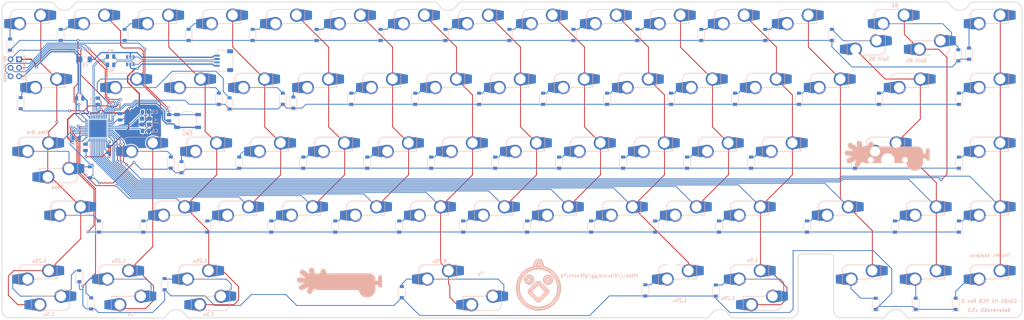
<source format=kicad_pcb>
(kicad_pcb (version 20211014) (generator pcbnew)
  (layers (0 "F.Cu" signal) (31 "B.Cu" signal) (34 "B.Paste" user) (35 "F.Paste" user) (36 "B.SilkS" user "B.Silkscreen") (37 "F.SilkS" user "F.Silkscreen") (38 "B.Mask" user) (39 "F.Mask" user) (44 "Edge.Cuts" user))
  (net 0 "")
  (net 1 "GND")
  (net 2 "XTAL2")
  (net 3 "XTAL1")
  (net 4 "Net-(D1-Pad2)")
  (net 5 "ROW0")
  (net 6 "Net-(D2-Pad2)")
  (net 7 "Net-(D3-Pad2)")
  (net 8 "Net-(D4-Pad2)")
  (net 9 "Net-(D5-Pad2)")
  (net 10 "Net-(D6-Pad2)")
  (net 11 "Net-(D7-Pad2)")
  (net 12 "Net-(D8-Pad2)")
  (net 13 "Net-(D9-Pad2)")
  (net 14 "Net-(D10-Pad2)")
  (net 15 "Net-(D11-Pad2)")
  (net 16 "Net-(D12-Pad2)")
  (net 17 "Net-(D13-Pad2)")
  (net 18 "Net-(D14-Pad2)")
  (net 19 "Net-(D15-Pad2)")
  (net 20 "Net-(D16-Pad2)")
  (net 21 "Net-(D17-Pad2)")
  (net 22 "ROW1")
  (net 23 "Net-(D18-Pad2)")
  (net 24 "Net-(D19-Pad2)")
  (net 25 "Net-(D20-Pad2)")
  (net 26 "Net-(D21-Pad2)")
  (net 27 "Net-(D22-Pad2)")
  (net 28 "Net-(D23-Pad2)")
  (net 29 "Net-(D24-Pad2)")
  (net 30 "Net-(D25-Pad2)")
  (net 31 "Net-(D26-Pad2)")
  (net 32 "Net-(D27-Pad2)")
  (net 33 "Net-(D28-Pad2)")
  (net 34 "Net-(D29-Pad2)")
  (net 35 "Net-(D30-Pad2)")
  (net 36 "Net-(D31-Pad2)")
  (net 37 "Net-(D32-Pad2)")
  (net 38 "ROW2")
  (net 39 "Net-(D33-Pad2)")
  (net 40 "Net-(D34-Pad2)")
  (net 41 "Net-(D35-Pad2)")
  (net 42 "Net-(D36-Pad2)")
  (net 43 "Net-(D37-Pad2)")
  (net 44 "Net-(D38-Pad2)")
  (net 45 "Net-(D39-Pad2)")
  (net 46 "Net-(D40-Pad2)")
  (net 47 "Net-(D41-Pad2)")
  (net 48 "Net-(D42-Pad2)")
  (net 49 "Net-(D43-Pad2)")
  (net 50 "Net-(D44-Pad2)")
  (net 51 "Net-(D45-Pad2)")
  (net 52 "Net-(D46-Pad2)")
  (net 53 "Net-(D47-Pad2)")
  (net 54 "ROW3")
  (net 55 "Net-(D48-Pad2)")
  (net 56 "Net-(D49-Pad2)")
  (net 57 "Net-(D50-Pad2)")
  (net 58 "Net-(D51-Pad2)")
  (net 59 "Net-(D52-Pad2)")
  (net 60 "Net-(D53-Pad2)")
  (net 61 "Net-(D54-Pad2)")
  (net 62 "Net-(D55-Pad2)")
  (net 63 "Net-(D56-Pad2)")
  (net 64 "Net-(D57-Pad2)")
  (net 65 "Net-(D58-Pad2)")
  (net 66 "Net-(D59-Pad2)")
  (net 67 "Net-(D60-Pad2)")
  (net 68 "Net-(D61-Pad2)")
  (net 69 "ROW4")
  (net 70 "Net-(D62-Pad2)")
  (net 71 "Net-(D63-Pad2)")
  (net 72 "Net-(D64-Pad2)")
  (net 73 "Net-(D65-Pad2)")
  (net 74 "Net-(D66-Pad2)")
  (net 75 "Net-(D67-Pad2)")
  (net 76 "Net-(D68-Pad2)")
  (net 77 "VBUS")
  (net 78 "D+")
  (net 79 "D-")
  (net 80 "RESET")
  (net 81 "MOSI")
  (net 82 "SCK")
  (net 83 "MISO")
  (net 84 "COL0")
  (net 85 "COL1")
  (net 86 "COL2")
  (net 87 "COL3")
  (net 88 "COL4")
  (net 89 "COL5")
  (net 90 "COL6")
  (net 91 "COL7")
  (net 92 "COL8")
  (net 93 "COL9")
  (net 94 "COL10")
  (net 95 "COL11")
  (net 96 "COL12")
  (net 97 "COL13")
  (net 98 "COL14")
  (net 99 "COL15")
  (net 100 "Net-(R4-Pad2)")
  (net 103 "Net-(C7-Pad1)")
  (net 104 "+5V")
  (net 105 "/MCU_D+")
  (net 106 "/MCU_D-")
  (footprint "Fuse:Fuse_1206_3216Metric" (layer "B.Cu") (at 24.71 17.12)
    (fp_text reference "F1")
    (fp_text value "500mA")
  )
  (footprint "Connector_JST:JST_SH_SM04B-SRSS-TB_1x04-1MP_P1.00mm_Horizontal" (layer "B.Cu") (at 66.05 17.50375 -90)
    (fp_text reference "J1")
    (fp_text value "JST SH 4-pin")
  )
  (footprint "bakeneko:ISP" (layer "B.Cu") (at 2.535 22.155)
    (fp_text reference "J2")
    (fp_text value "AVR-ISP-6")
  )
  (footprint "Resistor_SMD:R_0805_2012Metric" (layer "B.Cu") (at 32.34 18.75375)
    (fp_text reference "R2")
    (fp_text value "22")
  )
  (footprint "Resistor_SMD:R_0805_2012Metric" (layer "B.Cu") (at 32.34 16.25375)
    (fp_text reference "R3")
    (fp_text value "22")
  )
  (footprint "Button_Switch_SMD:SW_SPST_TL3342" (layer "B.Cu") (at 55.24375 35.485)
    (fp_text reference "SW1")
    (fp_text value "Reset")
  )
  (footprint "Capacitor_SMD:C_0805_2012Metric" (layer "B.Cu") (at 42.76 32.86 180)
    (fp_text reference "C5")
    (fp_text value "22p")
  )
  (footprint "Capacitor_SMD:C_0805_2012Metric" (layer "B.Cu") (at 23.12375 28.75 180)
    (fp_text reference "C4")
    (fp_text value "10u")
  )
  (footprint "Capacitor_SMD:C_0805_2012Metric" (layer "B.Cu") (at 31.7 44 90)
    (fp_text reference "C3")
    (fp_text value "0.1u")
  )
  (footprint "Package_DFN_QFN:QFN-44-1EP_7x7mm_P0.5mm_EP5.2x5.2mm" (layer "B.Cu") (at 28.55375 37.75875 -90)
    (fp_text reference "U2")
    (fp_text value "ATmega32U4-AU")
  )
  (footprint "Crystal:Crystal_SMD_3225-4Pin_3.2x2.5mm" (layer "B.Cu") (at 42.76 35.66 180)
    (fp_text reference "Y1")
    (fp_text value "16MHz")
  )
  (footprint "Capacitor_SMD:C_0805_2012Metric" (layer "B.Cu") (at 35.15 34.25 -90)
    (fp_text reference "C1")
    (fp_text value "0.1u")
  )
  (footprint "Resistor_SMD:R_0805_2012Metric" (layer "B.Cu") (at 49.71 34.52 -90)
    (fp_text reference "R1")
    (fp_text value "10k")
  )
  (footprint "Diode_SMD:D_SOD-123" (layer "B.Cu") (at 2.38125 12.7 90)
    (fp_text reference "D1")
    (fp_text value "1N4148")
  )
  (footprint "Diode_SMD:D_SOD-123" (layer "B.Cu") (at 17.4625 9.8 90)
    (fp_text reference "D2")
    (fp_text value "1N4148")
  )
  (footprint "Diode_SMD:D_SOD-123" (layer "B.Cu") (at 36.5125 9.79375 90)
    (fp_text reference "D3")
    (fp_text value "1N4148")
  )
  (footprint "Diode_SMD:D_SOD-123" (layer "B.Cu") (at 55.5625 9.79375 90)
    (fp_text reference "D4")
    (fp_text value "1N4148")
  )
  (footprint "Diode_SMD:D_SOD-123" (layer "B.Cu") (at 74.6125 9.79375 90)
    (fp_text reference "D5")
    (fp_text value "1N4148")
  )
  (footprint "Diode_SMD:D_SOD-123" (layer "B.Cu") (at 93.6625 9.79375 90)
    (fp_text reference "D6")
    (fp_text value "1N4148")
  )
  (footprint "Diode_SMD:D_SOD-123" (layer "B.Cu") (at 112.7125 9.79375 90)
    (fp_text reference "D7")
    (fp_text value "1N4148")
  )
  (footprint "Diode_SMD:D_SOD-123" (layer "B.Cu") (at 132.03125 9.79375 90)
    (fp_text reference "D8")
    (fp_text value "1N4148")
  )
  (footprint "Diode_SMD:D_SOD-123" (layer "B.Cu") (at 151.08125 9.79375 90)
    (fp_text reference "D9")
    (fp_text value "1N4148")
  )
  (footprint "Diode_SMD:D_SOD-123" (layer "B.Cu") (at 170.13125 9.79375 90)
    (fp_text reference "D10")
    (fp_text value "1N4148")
  )
  (footprint "Diode_SMD:D_SOD-123" (layer "B.Cu") (at 189.18125 9.79375 90)
    (fp_text reference "D11")
    (fp_text value "1N4148")
  )
  (footprint "Diode_SMD:D_SOD-123" (layer "B.Cu") (at 208.23125 9.79375 90)
    (fp_text reference "D12")
    (fp_text value "1N4148")
  )
  (footprint "Diode_SMD:D_SOD-123" (layer "B.Cu") (at 247.125 9.79375 90)
    (fp_text reference "D14")
    (fp_text value "1N4148")
  )
  (footprint "Diode_SMD:D_SOD-123" (layer "B.Cu") (at 284.7975 15.875 90)
    (fp_text reference "D15")
    (fp_text value "1N4148")
  )
  (footprint "Diode_SMD:D_SOD-123" (layer "B.Cu") (at 287.9725 15.39875 90)
    (fp_text reference "D16")
    (fp_text value "1N4148")
  )
  (footprint "Diode_SMD:D_SOD-123" (layer "B.Cu") (at 5.55625 30.1625 90)
    (fp_text reference "D17")
    (fp_text value "1N4148")
  )
  (footprint "Diode_SMD:D_SOD-123" (layer "B.Cu") (at 67.75 30.25 90)
    (fp_text reference "D18")
    (fp_text value "1N4148")
  )
  (footprint "Diode_SMD:D_SOD-123" (layer "B.Cu") (at 64.5625 28.84375 90)
    (fp_text reference "D19")
    (fp_text value "1N4148")
  )
  (footprint "Diode_SMD:D_SOD-123" (layer "B.Cu") (at 83.6125 28.84375 90)
    (fp_text reference "D20")
    (fp_text value "1N4148")
  )
  (footprint "Diode_SMD:D_SOD-123" (layer "B.Cu") (at 86.75 30 90)
    (fp_text reference "D21")
    (fp_text value "1N4148")
  )
  (footprint "Diode_SMD:D_SOD-123" (layer "B.Cu") (at 103.98125 28.84375 90)
    (fp_text reference "D22")
    (fp_text value "1N4148")
  )
  (footprint "Diode_SMD:D_SOD-123" (layer "B.Cu") (at 123.03125 28.84375 90)
    (fp_text reference "D23")
    (fp_text value "1N4148")
  )
  (footprint "Diode_SMD:D_SOD-123" (layer "B.Cu") (at 142.08125 28.84375 90)
    (fp_text reference "D24")
    (fp_text value "1N4148")
  )
  (footprint "Diode_SMD:D_SOD-123" (layer "B.Cu") (at 161.13125 28.84375 90)
    (fp_text reference "D25")
    (fp_text value "1N4148")
  )
  (footprint "Diode_SMD:D_SOD-123" (layer "B.Cu") (at 180.18125 28.84375 90)
    (fp_text reference "D26")
    (fp_text value "1N4148")
  )
  (footprint "Diode_SMD:D_SOD-123" (layer "B.Cu") (at 199.23125 28.84375 90)
    (fp_text reference "D27")
    (fp_text value "1N4148")
  )
  (footprint "Diode_SMD:D_SOD-123" (layer "B.Cu") (at 218.28125 28.84375 90)
    (fp_text reference "D28")
    (fp_text value "1N4148")
  )
  (footprint "Diode_SMD:D_SOD-123" (layer "B.Cu") (at 237.33125 28.84375 90)
    (fp_text reference "D29")
    (fp_text value "1N4148")
  )
  (footprint "Diode_SMD:D_SOD-123" (layer "B.Cu") (at 261.14375 28.84375 90)
    (fp_text reference "D30")
    (fp_text value "1N4148")
  )
  (footprint "Diode_SMD:D_SOD-123" (layer "B.Cu") (at 284.95625 28.84375 90)
    (fp_text reference "D31")
    (fp_text value "1N4148")
  )
  (footprint "Diode_SMD:D_SOD-123" (layer "B.Cu") (at 26.19375 50.8 90)
    (fp_text reference "D32")
    (fp_text value "1N4148")
  )
  (footprint "Diode_SMD:D_SOD-123" (layer "B.Cu") (at 50.275 47.89375 90)
    (fp_text reference "D33")
    (fp_text value "1N4148")
  )
  (footprint "Diode_SMD:D_SOD-123" (layer "B.Cu") (at 53.45 49.25 90)
    (fp_text reference "D34")
    (fp_text value "1N4148")
  )
  (footprint "Diode_SMD:D_SOD-123" (layer "B.Cu") (at 70.64375 47.89375 90)
    (fp_text reference "D35")
    (fp_text value "1N4148")
  )
  (footprint "Diode_SMD:D_SOD-123" (layer "B.Cu") (at 108.74375 47.89375 90)
    (fp_text reference "D37")
    (fp_text value "1N4148")
  )
  (footprint "Diode_SMD:D_SOD-123" (layer "B.Cu") (at 127.79375 47.89375 90)
    (fp_text reference "D38")
    (fp_text value "1N4148")
  )
  (footprint "Diode_SMD:D_SOD-123" (layer "B.Cu") (at 146.84375 47.89375 90)
    (fp_text reference "D39")
    (fp_text value "1N4148")
  )
  (footprint "Diode_SMD:D_SOD-123" (layer "B.Cu") (at 165.89375 47.89375 90)
    (fp_text reference "D40")
    (fp_text value "1N4148")
  )
  (footprint "Diode_SMD:D_SOD-123" (layer "B.Cu") (at 184.94375 47.89375 90)
    (fp_text reference "D41")
    (fp_text value "1N4148")
  )
  (footprint "Diode_SMD:D_SOD-123" (layer "B.Cu") (at 203.99375 47.89375 90)
    (fp_text reference "D42")
    (fp_text value "1N4148")
  )
  (footprint "Diode_SMD:D_SOD-123" (layer "B.Cu") (at 223.04375 47.89375 90)
    (fp_text reference "D43")
    (fp_text value "1N4148")
  )
  (footprint "Diode_SMD:D_SOD-123" (layer "B.Cu") (at 254 47.89375 90)
    (fp_text reference "D44")
    (fp_text value "1N4148")
  )
  (footprint "Diode_SMD:D_SOD-123" (layer "B.Cu") (at 284.95625 47.89375 90)
    (fp_text reference "D45")
    (fp_text value "1N4148")
  )
  (footprint "Diode_SMD:D_SOD-123" (layer "B.Cu") (at 28.84375 66.94375 90)
    (fp_text reference "D46")
    (fp_text value "1N4148")
  )
  (footprint "Diode_SMD:D_SOD-123" (layer "B.Cu") (at 42.06875 66.94375 90)
    (fp_text reference "D47")
    (fp_text value "1N4148")
  )
  (footprint "Diode_SMD:D_SOD-123" (layer "B.Cu") (at 61.11875 66.94375 90)
    (fp_text reference "D48")
    (fp_text value "1N4148")
  )
  (footprint "Diode_SMD:D_SOD-123" (layer "B.Cu") (at 80.16875 66.94375 90)
    (fp_text reference "D49")
    (fp_text value "1N4148")
  )
  (footprint "Diode_SMD:D_SOD-123" (layer "B.Cu") (at 99.21875 66.94375 90)
    (fp_text reference "D50")
    (fp_text value "1N4148")
  )
  (footprint "Diode_SMD:D_SOD-123" (layer "B.Cu") (at 118.26875 66.94375 90)
    (fp_text reference "D51")
    (fp_text value "1N4148")
  )
  (footprint "Diode_SMD:D_SOD-123" (layer "B.Cu") (at 137.31875 66.94375 90)
    (fp_text reference "D52")
    (fp_text value "1N4148")
  )
  (footprint "Diode_SMD:D_SOD-123" (layer "B.Cu") (at 156.36875 66.94375 90)
    (fp_text reference "D53")
    (fp_text value "1N4148")
  )
  (footprint "Diode_SMD:D_SOD-123" (layer "B.Cu") (at 175.41875 66.94375 90)
    (fp_text reference "D54")
    (fp_text value "1N4148")
  )
  (footprint "Diode_SMD:D_SOD-123" (layer "B.Cu") (at 194.46875 66.94375 90)
    (fp_text reference "D55")
    (fp_text value "1N4148")
  )
  (footprint "Diode_SMD:D_SOD-123" (layer "B.Cu") (at 213.51875 66.94375 90)
    (fp_text reference "D56")
    (fp_text value "1N4148")
  )
  (footprint "Diode_SMD:D_SOD-123" (layer "B.Cu") (at 239.7125 66.94375 90)
    (fp_text reference "D57")
    (fp_text value "1N4148")
  )
  (footprint "Diode_SMD:D_SOD-123" (layer "B.Cu") (at 265.90625 66.94375 90)
    (fp_text reference "D58")
    (fp_text value "1N4148")
  )
  (footprint "Diode_SMD:D_SOD-123" (layer "B.Cu") (at 284.95625 66.94375 90)
    (fp_text reference "D59")
    (fp_text value "1N4148")
  )
  (footprint "Diode_SMD:D_SOD-123" (layer "B.Cu") (at 23.01875 81.75625 90)
    (fp_text reference "D60")
    (fp_text value "1N4148")
  )
  (footprint "Diode_SMD:D_SOD-123" (layer "B.Cu") (at 26.54 89.88 90)
    (fp_text reference "D61")
    (fp_text value "1N4148")
  )
  (footprint "Diode_SMD:D_SOD-123" (layer "B.Cu") (at 48.41875 84.1375 90)
    (fp_text reference "D62")
    (fp_text value "1N4148")
  )
  (footprint "Diode_SMD:D_SOD-123" (layer "B.Cu") (at 119.0625 86.51875 90)
    (fp_text reference "D63")
    (fp_text value "1N4148")
  )
  (footprint "Diode_SMD:D_SOD-123" (layer "B.Cu") (at 212.56625 86.0425 90)
    (fp_text reference "D65")
    (fp_text value "1N4148")
  )
  (footprint "Diode_SMD:D_SOD-123" (layer "B.Cu") (at 260.19125 90.01125 90)
    (fp_text reference "D66")
    (fp_text value "1N4148")
  )
  (footprint "Diode_SMD:D_SOD-123" (layer "B.Cu") (at 272.0975 90.01125 90)
    (fp_text reference "D67")
    (fp_text value "1N4148")
  )
  (footprint "Diode_SMD:D_SOD-123" (layer "B.Cu") (at 284.00375 90.01125 90)
    (fp_text reference "D68")
    (fp_text value "1N4148")
  )
  (footprint "MX_HS:MXOnly-1U-Hotswap-NoLED" (layer "B.Cu") (at 9 9 180)
    (fp_text reference "MX1")
    (fp_text value "1u")
  )
  (footprint "MX_HS:MXOnly-1U-Hotswap-NoLED" (layer "B.Cu") (at 28.05 9 180)
    (fp_text reference "MX2")
    (fp_text value "1u")
  )
  (footprint "MX_HS:MXOnly-1U-Hotswap-NoLED" (layer "B.Cu") (at 47.1 9 180)
    (fp_text reference "MX3")
    (fp_text value "1u")
  )
  (footprint "MX_HS:MXOnly-1U-Hotswap-NoLED" (layer "B.Cu") (at 66.15 9 180)
    (fp_text reference "MX4")
    (fp_text value "1u")
  )
  (footprint "MX_HS:MXOnly-1U-Hotswap-NoLED" (layer "B.Cu") (at 85.2 9 180)
    (fp_text reference "MX5")
    (fp_text value "1u")
  )
  (footprint "MX_HS:MXOnly-1U-Hotswap-NoLED" (layer "B.Cu") (at 104.25 9 180)
    (fp_text reference "MX6")
    (fp_text value "1u")
  )
  (footprint "MX_HS:MXOnly-1U-Hotswap-NoLED" (layer "B.Cu") (at 123.3 9 180)
    (fp_text reference "MX7")
    (fp_text value "1u")
  )
  (footprint "MX_HS:MXOnly-1U-Hotswap-NoLED" (layer "B.Cu") (at 161.4 9 180)
    (fp_text reference "MX9")
    (fp_text value "1u")
  )
  (footprint "MX_HS:MXOnly-1U-Hotswap-NoLED" (layer "B.Cu") (at 180.45 9 180)
    (fp_text reference "MX10")
    (fp_text value "1u")
  )
  (footprint "MX_HS:MXOnly-1U-Hotswap-NoLED" (layer "B.Cu") (at 199.5 9 180)
    (fp_text reference "MX11")
    (fp_text value "1u")
  )
  (footprint "MX_HS:MXOnly-1U-Hotswap-NoLED" (layer "B.Cu") (at 218.55 9 180)
    (fp_text reference "MX12")
    (fp_text value "1u")
  )
  (footprint "MX_HS:MXOnly-1U-Hotswap-NoLED" (layer "B.Cu") (at 237.6 9 180)
    (fp_text reference "MX13")
    (fp_text value "1u")
  )
  (footprint "MX_HS:MXOnly-1U-Hotswap-NoLED" (layer "B.Cu") (at 256.65 9)
    (fp_text reference "MX14")
    (fp_text value "1u")
  )
  (footprint "MX_HS:MXOnly-2U-Hotswap-NoLED" (layer "B.Cu") (at 266.175 9 180)
    (fp_text reference "MX17")
    (fp_text value "2u")
  )
  (footprint "MX_HS:MXOnly-1.5U-Hotswap-NoLED" (layer "B.Cu") (at 13.7625 28.05 180)
    (fp_text reference "MX18")
    (fp_text value "1.5u")
  )
  (footprint "MX_HS:MXOnly-1U-Hotswap-NoLED" (layer "B.Cu") (at 37.575 28.05 180)
    (fp_text reference "MX19")
    (fp_text value "1u")
  )
  (footprint "MX_HS:MXOnly-1U-Hotswap-NoLED" (layer "B.Cu") (at 56.625 28.05 180)
    (fp_text reference "MX20")
    (fp_text value "1u")
  )
  (footprint "MX_HS:MXOnly-1U-Hotswap-NoLED" (layer "B.Cu") (at 75.675 28.05 180)
    (fp_text reference "MX21")
    (fp_text value "1u")
  )
  (footprint "MX_HS:MXOnly-1U-Hotswap-NoLED" (layer "B.Cu") (at 94.725 28.05 180)
    (fp_text reference "MX22")
    (fp_text value "1u")
  )
  (footprint "MX_HS:MXOnly-1U-Hotswap-NoLED" (layer "B.Cu") (at 113.775 28.05 180)
    (fp_text reference "MX23")
    (fp_text value "1u")
  )
  (footprint "MX_HS:MXOnly-1U-Hotswap-NoLED" (layer "B.Cu") (at 132.825 28.05 180)
    (fp_text reference "MX24")
    (fp_text value "1u")
  )
  (footprint "MX_HS:MXOnly-1U-Hotswap-NoLED" (layer "B.Cu") (at 151.875 28.05 180)
    (fp_text reference "MX25")
    (fp_text value "1u")
  )
  (footprint "MX_HS:MXOnly-1U-Hotswap-NoLED" (layer "B.Cu") (at 170.925 28.05 180)
    (fp_text reference "MX26")
    (fp_text value "1u")
  )
  (footprint "MX_HS:MXOnly-1U-Hotswap-NoLED" (layer "B.Cu") (at 189.975 28.05 180)
    (fp_text reference "MX27")
    (fp_text value "1u")
  )
  (footprint "MX_HS:MXOnly-1U-Hotswap-NoLED" (layer "B.Cu") (at 209.025 28.05 180)
    (fp_text reference "MX28")
    (fp_text value "1u")
  )
  (footprint "MX_HS:MXOnly-1U-Hotswap-NoLED" (layer "B.Cu") (at 228.075 28.05 180)
    (fp_text reference "MX29")
    (fp_text value "1u")
  )
  (footprint "MX_HS:MXOnly-1U-Hotswap-NoLED" (layer "B.Cu") (at 247.125 28.05 180)
    (fp_text reference "MX30")
    (fp_text value "1u")
  )
  (footprint "MX_HS:MXOnly-1.5U-Hotswap-NoLED" (layer "B.Cu") (at 270.9375 28.05 180)
    (fp_text reference "MX31")
    (fp_text value "1.5u")
  )
  (footprint "MX_HS:MXOnly-1U-Hotswap-NoLED" (layer "B.Cu") (at 294.75 28.05 180)
    (fp_text reference "MX32")
    (fp_text value "1u")
  )
  (footprint "MX_HS:MXOnly-1.25U-Hotswap-NoLED" (layer "B.Cu") (at 11.38125 47.1 180)
    (fp_text reference "MX33")
    (fp_text value "1.25u")
  )
  (footprint "MX_HS:MXOnly-1.75U-Hotswap-NoLED" (layer "B.Cu") (at 16.14375 47.1)
    (fp_text reference "MX34")
    (fp_text value "1.75u")
  )
  (footprint "MX_HS:MXOnly-1U-Hotswap-NoLED" (layer "B.Cu") (at 42.3375 47.1 180)
    (fp_text reference "MX35")
    (fp_text value "1u")
  )
  (footprint "MX_HS:MXOnly-1U-Hotswap-NoLED" (layer "B.Cu") (at 61.3875 47.1 180)
    (fp_text reference "MX36")
    (fp_text value "1u")
  )
  (footprint "MX_HS:MXOnly-1U-Hotswap-NoLED" (layer "B.Cu") (at 80.4375 47.1 180)
    (fp_text reference "MX37")
    (fp_text value "1u")
  )
  (footprint "MX_HS:MXOnly-1U-Hotswap-NoLED" (layer "B.Cu") (at 99.4875 47.1 180)
    (fp_text reference "MX38")
    (fp_text value "1u")
  )
  (footprint "MX_HS:MXOnly-1U-Hotswap-NoLED" (layer "B.Cu") (at 118.5375 47.1 180)
    (fp_text reference "MX39")
    (fp_text value "1u")
  )
  (footprint "MX_HS:MXOnly-1U-Hotswap-NoLED" (layer "B.Cu") (at 137.5875 47.1 180)
    (fp_text reference "MX40")
    (fp_text value "1u")
  )
  (footprint "MX_HS:MXOnly-1U-Hotswap-NoLED" (layer "B.Cu") (at 156.6375 47.1 180)
    (fp_text reference "MX41")
    (fp_text value "1u")
  )
  (footprint "MX_HS:MXOnly-1U-Hotswap-NoLED" (layer "B.Cu") (at 175.6875 47.1 180)
    (fp_text reference "MX42")
    (fp_text value "1u")
  )
  (footprint "MX_HS:MXOnly-1U-Hotswap-NoLED" (layer "B.Cu") (at 194.7375 47.1 180)
    (fp_text reference "MX43")
    (fp_text value "1u")
  )
  (footprint "MX_HS:MXOnly-1U-Hotswap-NoLED" (layer "B.Cu") (at 213.7875 47.1 180)
    (fp_text reference "MX44")
    (fp_text value "1u")
  )
  (footprint "MX_HS:MXOnly-1U-Hotswap-NoLED" (layer "B.Cu") (at 232.8375 47.1 180)
    (fp_text reference "MX45")
    (fp_text value "1u")
  )
  (footprint "MX_HS:MXOnly-2.25U-Hotswap-NoLED" (layer "B.Cu") (at 263.79375 47.1 180)
    (fp_text reference "MX46")
    (fp_text value "2.25u")
  )
  (footprint "MX_HS:MXOnly-1U-Hotswap-NoLED" (layer "B.Cu") (at 294.75 47.1 180)
    (fp_text reference "MX47")
    (fp_text value "1u")
  )
  (footprint "MX_HS:MXOnly-2.25U-Hotswap-NoLED" (layer "B.Cu") (at 20.90625 66.15 180)
    (fp_text reference "MX48")
    (fp_text value "2.25u")
  )
  (footprint "MX_HS:MXOnly-1U-Hotswap-NoLED" (layer "B.Cu") (at 51.8625 66.15 180)
    (fp_text reference "MX49")
    (fp_text value "1u")
  )
  (footprint "MX_HS:MXOnly-1U-Hotswap-NoLED" (layer "B.Cu") (at 70.9125 66.15 180)
    (fp_text reference "MX50")
    (fp_text value "1u")
  )
  (footprint "MX_HS:MXOnly-1U-Hotswap-NoLED" (layer "B.Cu") (at 89.9625 66.15 180)
    (fp_text reference "MX51")
    (fp_text value "1u")
  )
  (footprint "MX_HS:MXOnly-1U-Hotswap-NoLED" (layer "B.Cu") (at 109.0125 66.15 180)
    (fp_text reference "MX52")
    (fp_text value "1u")
  )
  (footprint "MX_HS:MXOnly-1U-Hotswap-NoLED" (layer "B.Cu") (at 128.0625 66.15 180)
    (fp_text reference "MX53")
    (fp_text value "1u")
  )
  (footprint "MX_HS:MXOnly-1U-Hotswap-NoLED" (layer "B.Cu") (at 147.1125 66.15 180)
    (fp_text reference "MX54")
    (fp_text value "1u")
  )
  (footprint "MX_HS:MXOnly-1U-Hotswap-NoLED" (layer "B.Cu") (at 166.1625 66.15 180)
    (fp_text reference "MX55")
    (fp_text value "1u")
  )
  (footprint "MX_HS:MXOnly-1U-Hotswap-NoLED" (layer "B.Cu") (at 185.2125 66.15 180)
    (fp_text reference "MX56")
    (fp_text value "1u")
  )
  (footprint "MX_HS:MXOnly-1U-Hotswap-NoLED" (layer "B.Cu") (at 204.2625 66.15 180)
    (fp_text reference "MX57")
    (fp_text value "1u")
  )
  (footprint "MX_HS:MXOnly-1U-Hotswap-NoLED" (layer "B.Cu") (at 223.3125 66.15 180)
    (fp_text reference "MX58")
    (fp_text value "1u")
  )
  (footprint "MX_HS:MXOnly-1.75U-Hotswap-NoLED" (layer "B.Cu") (at 249.50625 66.15 180)
    (fp_text reference "MX59")
    (fp_text value "1.75u")
  )
  (footprint "MX_HS:MXOnly-1U-Hotswap-NoLED" (layer "B.Cu") (at 275.7 66.15 180)
    (fp_text reference "MX60")
    (fp_text value "1u")
  )
  (footprint "MX_HS:MXOnly-1U-Hotswap-NoLED" (layer "B.Cu") (at 294.75 66.15 180)
    (fp_text reference "MX61")
    (fp_text value "1u")
  )
  (footprint "MX_HS:MXOnly-1.5U-Hotswap-NoLED" (layer "B.Cu") (at 13.7625 85.2)
    (fp_text reference "MX62")
    (fp_text value "1.5u")
  )
  (footprint "MX_HS:MXOnly-1U-Hotswap-NoLED" (layer "B.Cu") (at 37.575 85.2)
    (fp_text reference "MX63")
    (fp_text value "1u")
  )
  (footprint "MX_HS:MXOnly-1.5U-Hotswap-NoLED" (layer "B.Cu") (at 61.3875 85.2)
    (fp_text reference "MX64")
    (fp_text value "1.5u")
  )
  (footprint "MX_HS:MXOnly-1.25U-Hotswap-NoLED" (layer "B.Cu") (at 201.88125 85.2 180)
    (fp_text reference "MX66")
    (fp_text value "1.25u")
  )
  (footprint "MX_HS:MXOnly-1.5U-Hotswap-NoLED" (layer "B.Cu") (at 223.3125 85.2 180)
    (fp_text reference "MX67")
    (fp_text value "1.5u")
  )
  (footprint "MX_HS:MXOnly-1U-Hotswap-NoLED" (layer "B.Cu") (at 256.65 85.2 180)
    (fp_text reference "MX68")
    (fp_text value "1u")
  )
  (footprint "MX_HS:MXOnly-1U-Hotswap-NoLED" (layer "B.Cu") (at 275.7 85.2 180)
    (fp_text reference "MX69")
    (fp_text value "1u")
  )
  (footprint "MX_HS:MXOnly-1U-Hotswap-NoLED" (layer "B.Cu") (at 294.75 85.2 180)
    (fp_text reference "MX70")
    (fp_text value "1u")
  )
  (footprint "MX_HS:MXOnly-1.25U-Hotswap-NoLED" (layer "B.Cu") (at 225.69375 85.2)
    (fp_text reference "MX75")
    (fp_text value "1.25u")
  )
  (footprint "MX_HS:MXOnly-7U-Hotswap-NoLED" (layer "B.Cu") (at 142.35 85.2)
    (fp_text reference "MX65")
    (fp_text value "7u")
  )
  (footprint "MX_HS:MXOnly-1U-Hotswap-NoLED" (layer "B.Cu") (at 142.35 9 180)
    (fp_text reference "MX8")
    (fp_text value "1u")
  )
  (footprint "Diode_SMD:D_SOD-123" (layer "B.Cu") (at 227.28125 9.79375 90)
    (fp_text reference "D13")
    (fp_text value "1N4148")
  )
  (footprint "Capacitor_SMD:C_0805_2012Metric" (layer "B.Cu") (at 28.5 29.6 -90)
    (fp_text reference "C7")
    (fp_text value "1u")
  )
  (footprint "Capacitor_SMD:C_0805_2012Metric" (layer "B.Cu") (at 42.76 38.46 180)
    (fp_text reference "C6")
    (fp_text value "22p")
  )
  (footprint "Resistor_SMD:R_0805_2012Metric" (layer "B.Cu") (at 24.85 43.35 90)
    (fp_text reference "R4")
    (fp_text value "10k")
  )
  (footprint "Diode_SMD:D_SOD-123" (layer "B.Cu") (at 89.69375 47.89375 90)
    (fp_text reference "D36")
    (fp_text value "1N4148")
  )
  (footprint "Diode_SMD:D_SOD-123" (layer "B.Cu") (at 191.5625 85.99375 90)
    (fp_text reference "D64")
    (fp_text value "1N4148")
  )
  (footprint "Capacitor_SMD:C_0805_2012Metric" (layer "B.Cu") (at 22.05 40.55)
    (fp_text reference "C2")
    (fp_text value "0.1u")
  )
  (footprint "MX_HS:MXOnly-1U-Hotswap-NoLED" (layer "B.Cu") (at 294.75 9 180)
    (fp_text reference "MX16")
    (fp_text value "1u")
  )
  (footprint "MX_HS:MXOnly-1U-Hotswap-NoLED" (layer "B.Cu") (at 275.7 9)
    (fp_text reference "MX15")
    (fp_text value "1u")
  )
  (footprint "MX_HS:MXOnly-1.25U-Hotswap-NoLED" (layer "B.Cu") (at 11.38125 85.2 180)
    (fp_text reference "MX71")
    (fp_text value "1.25u")
  )
  (footprint "MX_HS:MXOnly-1.25U-Hotswap-NoLED" (layer "B.Cu") (at 35.19375 85.2 180)
    (fp_text reference "MX72")
    (fp_text value "1.25u")
  )
  (footprint "MX_HS:MXOnly-1.25U-Hotswap-NoLED" (layer "B.Cu") (at 59.00625 85.2 180)
    (fp_text reference "MX73")
    (fp_text value "1.25u")
  )
  (footprint "MX_HS:MXOnly-6.25U-Hotswap-NoLED-ReversedStabilizers" (layer "B.Cu") (at 130.44375 85.2 180)
    (fp_text reference "MX74")
    (fp_text value "6.25u")
  )
  (footprint "Package_TO_SOT_SMD:SOT-23-6" (layer "B.Cu") (at 38.22375 17.50375 90)
    (fp_text reference "U1")
    (fp_text value "SRV05-4")
  )
  (gr_poly (pts (xy 275.874169 46.928124) (xy 275.83047 46.897448) (xy 275.788747 46.865027) (xy 275.749118 46.830979) (xy 275.711697 46.795419) (xy 275.676603 46.758464) (xy 275.643949 46.72023) (xy 275.613854 46.680833) (xy 275.586434 46.64039) (xy 275.561803 46.599016) (xy 275.54008 46.556829) (xy 275.52138 46.513944) (xy 275.5132 46.492276) (xy 275.505819 46.470478) (xy 275.499252 46.448563) (xy 275.493513 46.426546) (xy 275.488618 46.404443) (xy 275.48458 46.382266) (xy 275.481414 46.360032) (xy 275.479134 46.337753) (xy 275.477756 46.315446) (xy 275.477293 46.293124) (xy 275.477293 46.21375) (xy 275.477216 46.208866) (xy 275.476983 46.204138) (xy 275.476596 46.199564) (xy 275.476053 46.195146) (xy 275.475356 46.190883) (xy 275.474503 46.186774) (xy 275.473495 46.182821) (xy 275.472332 46.179023) (xy 275.471015 46.17538) (xy 275.469542 46.171892) (xy 275.467914 46.168559) (xy 275.466131 46.16538) (xy 275.464193 46.162357) (xy 275.4621 46.159489) (xy 275.459852 46.156776) (xy 275.457449 46.154218) (xy 275.454891 46.151815) (xy 275.452178 46.149568) (xy 275.44931 46.147475) (xy 275.446287 46.145537) (xy 275.443109 46.143754) (xy 275.439776 46.142126) (xy 275.436288 46.140653) (xy 275.432644 46.139336) (xy 275.428846 46.138173) (xy 275.424893 46.137165) (xy 275.420784 46.136313) (xy 275.416521 46.135615) (xy 275.412103 46.135072) (xy 275.407529 46.134685) (xy 275.402801 46.134452) (xy 275.397917 46.134375) (xy 274.207293 46.134375) (xy 274.204889 46.134299) (xy 274.202636 46.134078) (xy 274.200527 46.133721) (xy 274.19856 46.133238) (xy 274.196727 46.132639) (xy 274.195026 46.131933) (xy 274.193451 46.131131) (xy 274.191997 46.130241) (xy 274.190659 46.129273) (xy 274.189432 46.128238) (xy 274.188312 46.127145) (xy 274.187294 46.126003) (xy 274.186373 46.124823) (xy 274.185543 46.123613) (xy 274.184801 46.122384) (xy 274.184142 46.121146) (xy 274.183559 46.119907) (xy 274.18305 46.118678) (xy 274.18223 46.116288) (xy 274.181642 46.114053) (xy 274.181248 46.11205) (xy 274.181009 46.110358) (xy 274.180886 46.109053) (xy 274.180834 46.107916) (xy 274.180834 45.7375) (xy 274.18091 45.735096) (xy 274.181131 45.732843) (xy 274.181488 45.730734) (xy 274.181971 45.728767) (xy 274.18257 45.726934) (xy 274.183276 45.725233) (xy 274.184079 45.723658) (xy 274.184968 45.722204) (xy 274.185936 45.720866) (xy 274.186971 45.719639) (xy 274.188064 45.718519) (xy 274.189206 45.717501) (xy 274.190387 45.71658) (xy 274.191596 45.71575) (xy 274.192825 45.715008) (xy 274.194064 45.714349) (xy 274.195302 45.713766) (xy 274.196531 45.713257) (xy 274.198921 45.712437) (xy 274.201156 45.711849) (xy 274.203159 45.711455) (xy 274.204851 45.711216) (xy 274.206156 45.711093) (xy 274.207293 45.711041) (xy 275.397917 45.711041) (xy 275.402801 45.710964) (xy 275.407529 45.710731) (xy 275.412102 45.710344) (xy 275.416521 45.709801) (xy 275.420784 45.709103) (xy 275.424892 45.708251) (xy 275.428845 45.707243) (xy 275.432644 45.70608) (xy 275.436287 45.704763) (xy 275.439775 45.70329) (xy 275.443108 45.701662) (xy 275.446286 45.699879) (xy 275.449309 45.697941) (xy 275.452178 45.695848) (xy 275.454891 45.6936) (xy 275.457449 45.691198) (xy 275.459852 45.68864) (xy 275.4621 45.685927) (xy 275.464193 45.683059) (xy 275.466131 45.680035) (xy 275.467914 45.676857) (xy 275.469542 45.673524) (xy 275.471014 45.670036) (xy 275.472332 45.666393) (xy 275.473495 45.662595) (xy 275.474503 45.658641) (xy 275.475355 45.654533) (xy 275.476053 45.65027) (xy 275.476596 45.645852) (xy 275.476983 45.641278) (xy 275.477216 45.63655) (xy 275.477293 45.631666) (xy 275.477293 44.441041) (xy 275.477907 44.416547) (xy 275.479722 44.392672) (xy 275.4827 44.369418) (xy 275.486802 44.346784) (xy 275.491989 44.32477) (xy 275.498222 44.303376) (xy 275.505463 44.282602) (xy 275.513673 44.262448) (xy 275.522814 44.242914) (xy 275.532845 44.224001) (xy 275.54373 44.205707) (xy 275.555428 44.188034) (xy 275.567901 44.170981) (xy 275.581111 44.154547) (xy 275.595019 44.138734) (xy 275.609585 44.123542) (xy 275.715418 44.017708) (xy 275.717975 44.015305) (xy 275.720676 44.013051) (xy 275.723514 44.010943) (xy 275.726477 44.008975) (xy 275.729557 44.007143) (xy 275.732743 44.005442) (xy 275.739397 44.002412) (xy 275.74636 43.999848) (xy 275.753556 43.99771) (xy 275.760907 43.995959) (xy 275.768336 43.994557) (xy 275.775764 43.993466) (xy 275.783115 43.992645) (xy 275.790311 43.992057) (xy 275.797274 43.991663) (xy 275.810193 43.991302) (xy 275.821251 43.99125) (xy 275.823525 43.99249) (xy 275.826135 43.994041) (xy 275.82952 43.996211) (xy 275.833525 43.999002) (xy 275.837995 44.002412) (xy 275.842775 44.006443) (xy 275.84771 44.011094) (xy 275.850187 44.013652) (xy 275.852645 44.016365) (xy 275.855064 44.019233) (xy 275.857425 44.022256) (xy 275.859709 44.025434) (xy 275.861896 44.028767) (xy 275.863966 44.032255) (xy 275.865901 44.035898) (xy 275.86768 44.039697) (xy 275.869285 44.04365) (xy 275.870697 44.047758) (xy 275.871895 44.052022) (xy 275.872861 44.05644) (xy 275.873575 44.061013) (xy 275.874017 44.065742) (xy 275.874169 44.070625) (xy 275.874169 46.928124)) (layer "B.SilkS") (width 0.264583) (fill solid))
  (gr_curve (pts (xy 159.087881 77.107229) (xy 159.2444 76.95019) (xy 159.463449 76.78346) (xy 159.807807 76.78346)) (layer "B.SilkS") (width 0.5))
  (gr_arc (start 156.995247 82.215213) (mid 157.424137 82.393132) (end 157.602058 82.822022) (layer "B.SilkS") (width 0.5))
  (gr_curve (pts (xy 161.137484 78.918772) (xy 161.137484 78.942552) (xy 161.137261 78.966183) (xy 161.136818 78.989663)) (layer "B.SilkS") (width 0.5))
  (gr_arc (start 165.575989 85.319157) (mid 155.647431 89.431574) (end 159.760061 79.503104) (layer "B.SilkS") (width 0.5))
  (gr_poly (pts (xy 258.491044 44.732083) (xy 258.490217 44.76476) (xy 258.487765 44.797008) (xy 258.483727 44.828787) (xy 258.478143 44.860057) (xy 258.471052 44.890779) (xy 258.462495 44.920912) (xy 258.452512 44.950417) (xy 258.441142 44.979253) (xy 258.428426 45.007382) (xy 258.414402 45.034761) (xy 258.399112 45.061353) (xy 258.382595 45.087117) (xy 258.364891 45.112013) (xy 258.34604 45.136002) (xy 258.326082 45.159042) (xy 258.305056 45.181096) (xy 258.283003 45.202121) (xy 258.259962 45.22208) (xy 258.235974 45.240931) (xy 258.211078 45.258635) (xy 258.185314 45.275152) (xy 258.158722 45.290442) (xy 258.131342 45.304465) (xy 258.103214 45.317181) (xy 258.074378 45.328551) (xy 258.044873 45.338534) (xy 258.01474 45.347091) (xy 257.984018 45.354182) (xy 257.952748 45.359766) (xy 257.920968 45.363804) (xy 257.88872 45.366257) (xy 257.856043 45.367083) (xy 257.823366 45.366257) (xy 257.791118 45.363804) (xy 257.759339 45.359766) (xy 257.728069 45.354182) (xy 257.697347 45.347091) (xy 257.667214 45.338534) (xy 257.637709 45.328551) (xy 257.608873 45.317181) (xy 257.580745 45.304465) (xy 257.553365 45.290442) (xy 257.526773 45.275152) (xy 257.501009 45.258635) (xy 257.476113 45.240931) (xy 257.452125 45.22208) (xy 257.429084 45.202121) (xy 257.407031 45.181096) (xy 257.386005 45.159042) (xy 257.366047 45.136002) (xy 257.347196 45.112013) (xy 257.329492 45.087117) (xy 257.312975 45.061353) (xy 257.297685 45.034761) (xy 257.283662 45.007382) (xy 257.270945 44.979253) (xy 257.259575 44.950417) (xy 257.249592 44.920912) (xy 257.241035 44.890779) (xy 257.233945 44.860057) (xy 257.22836 44.828787) (xy 257.224322 44.797008) (xy 257.22187 44.76476) (xy 257.221044 44.732083) (xy 257.22187 44.699406) (xy 257.224322 44.667158) (xy 257.22836 44.635379) (xy 257.233945 44.604108) (xy 257.241035 44.573386) (xy 257.249592 44.543253) (xy 257.259575 44.513749) (xy 257.270945 44.484912) (xy 257.283662 44.456784) (xy 257.297685 44.429404) (xy 257.312975 44.402812) (xy 257.329492 44.377048) (xy 257.347196 44.352152) (xy 257.366047 44.328164) (xy 257.386005 44.305123) (xy 257.407031 44.28307) (xy 257.429084 44.262044) (xy 257.452125 44.242086) (xy 257.476113 44.223235) (xy 257.501009 44.205531) (xy 257.526773 44.189014) (xy 257.553365 44.173724) (xy 257.580745 44.159701) (xy 257.608873 44.146984) (xy 257.637709 44.135614) (xy 257.667214 44.125631) (xy 257.697347 44.117074) (xy 257.728069 44.109984) (xy 257.759339 44.104399) (xy 257.791118 44.100361) (xy 257.823366 44.097909) (xy 257.856043 44.097083) (xy 257.88872 44.097909) (xy 257.920968 44.100361) (xy 257.952748 44.104399) (xy 257.984018 44.109984) (xy 258.01474 44.117074) (xy 258.044873 44.125631) (xy 258.074378 44.135614) (xy 258.103214 44.146984) (xy 258.131342 44.159701) (xy 258.158722 44.173724) (xy 258.185314 44.189014) (xy 258.211078 44.205531) (xy 258.235974 44.223235) (xy 258.259962 44.242086) (xy 258.283003 44.262044) (xy 258.305056 44.28307) (xy 258.326082 44.305123) (xy 258.34604 44.328164) (xy 258.364891 44.352152) (xy 258.382595 44.377048) (xy 258.399112 44.402812) (xy 258.414402 44.429404) (xy 258.428426 44.456784) (xy 258.441142 44.484912) (xy 258.452512 44.513749) (xy 258.462495 44.543253) (xy 258.471052 44.573386) (xy 258.478143 44.604108) (xy 258.483727 44.635379) (xy 258.487765 44.667158) (xy 258.490217 44.699406) (xy 258.491044 44.732083)) (layer "B.SilkS") (width 0.264583) (fill solid))
  (gr_line (start 160.259012 83.63541) (end 162.519596 85.895867) (layer "B.SilkS") (width 0.5))
  (gr_curve (pts (xy 158.518255 78.380527) (xy 158.599851 77.84889) (xy 158.767616 77.428558) (xy 159.087881 77.107229)) (layer "B.SilkS") (width 0.5))
  (gr_poly (pts (xy 95.278527 80.466503) (xy 95.289043 80.428056) (xy 95.300645 80.392089) (xy 95.313176 80.358603) (xy 95.326483 80.327597) (xy 95.34041 80.299072) (xy 95.354802 80.273027) (xy 95.369504 80.249462) (xy 95.384361 80.228378) (xy 95.399217 80.209775) (xy 95.413919 80.193652) (xy 95.428311 80.180009) (xy 95.442238 80.168847) (xy 95.455545 80.160165) (xy 95.468076 80.153964) (xy 95.479677 80.150244) (xy 95.490194 80.149003) (xy 95.492597 80.149079) (xy 95.494851 80.1493) (xy 95.496959 80.149657) (xy 95.498927 80.15014) (xy 95.500759 80.150739) (xy 95.50246 80.151445) (xy 95.504036 80.152248) (xy 95.50549 80.153137) (xy 95.506828 80.154105) (xy 95.508054 80.15514) (xy 95.509174 80.156233) (xy 95.510192 80.157375) (xy 95.511114 80.158555) (xy 95.511943 80.159765) (xy 95.512685 80.160994) (xy 95.513345 80.162232) (xy 95.513927 80.163471) (xy 95.514436 80.1647) (xy 95.515257 80.16709) (xy 95.515844 80.169325) (xy 95.516238 80.171328) (xy 95.516477 80.17302) (xy 95.5166 80.174325) (xy 95.516652 80.175462) (xy 95.516652 80.413587) (xy 95.516882 80.421026) (xy 95.517563 80.42845) (xy 95.518679 80.435845) (xy 95.520218 80.443197) (xy 95.522163 80.450491) (xy 95.5245 80.457712) (xy 95.527216 80.464846) (xy 95.530294 80.471878) (xy 95.533722 80.478793) (xy 95.537484 80.485578) (xy 95.541566 80.492218) (xy 95.545952 80.498698) (xy 95.55063 80.505003) (xy 95.555584 80.511119) (xy 95.560799 80.517032) (xy 95.566261 80.522727) (xy 95.571956 80.52819) (xy 95.577869 80.533405) (xy 95.583985 80.538359) (xy 95.590291 80.543036) (xy 95.59677 80.547423) (xy 95.60341 80.551505) (xy 95.610195 80.555266) (xy 95.617111 80.558694) (xy 95.624143 80.561773) (xy 95.631277 80.564488) (xy 95.638498 80.566826) (xy 95.645791 80.568771) (xy 95.653143 80.570309) (xy 95.660538 80.571426) (xy 95.667963 80.572106) (xy 95.675402 80.572337) (xy 95.682841 80.572106) (xy 95.690265 80.571426) (xy 95.697661 80.570309) (xy 95.705013 80.568771) (xy 95.712306 80.566826) (xy 95.719527 80.564488) (xy 95.726661 80.561773) (xy 95.733693 80.558694) (xy 95.740609 80.555266) (xy 95.747394 80.551505) (xy 95.754033 80.547423) (xy 95.760513 80.543036) (xy 95.766818 80.538359) (xy 95.772935 80.533405) (xy 95.778848 80.52819) (xy 95.784543 80.522727) (xy 95.790005 80.517032) (xy 95.79522 80.511119) (xy 95.800174 80.505003) (xy 95.804852 80.498698) (xy 95.809238 80.492218) (xy 95.81332 80.485578) (xy 95.817082 80.478793) (xy 95.820509 80.471878) (xy 95.823588 80.464846) (xy 95.826304 80.457712) (xy 95.828641 80.450491) (xy 95.830586 80.443197) (xy 95.832125 80.435845) (xy 95.833241 80.42845) (xy 95.833922 80.421026) (xy 95.834152 80.413587) (xy 95.834152 80.20192) (xy 95.834204 80.200783) (xy 95.834326 80.199478) (xy 95.834565 80.197786) (xy 95.834959 80.195783) (xy 95.835547 80.193548) (xy 95.836368 80.191158) (xy 95.836877 80.189929) (xy 95.837459 80.188691) (xy 95.838119 80.187452) (xy 95.838861 80.186223) (xy 95.83969 80.185014) (xy 95.840612 80.183833) (xy 95.84163 80.182692) (xy 95.84275 80.181598) (xy 95.843976 80.180563) (xy 95.845314 80.179596) (xy 95.846769 80.178706) (xy 95.848344 80.177903) (xy 95.850045 80.177198) (xy 95.851877 80.176599) (xy 95.853845 80.176116) (xy 95.855953 80.175759) (xy 95.858207 80.175538) (xy 95.860611 80.175462) (xy 95.865724 80.175772) (xy 95.871127 80.176702) (xy 95.876802 80.178252) (xy 95.882728 80.180423) (xy 95.888888 80.183213) (xy 95.89526 80.186624) (xy 95.901826 80.190655) (xy 95.908567 80.195305) (xy 95.915462 80.200576) (xy 95.922493 80.206468) (xy 95.929641 80.212979) (xy 95.936885 80.22011) (xy 95.944207 80.227862) (xy 95.951587 80.236233) (xy 95.959006 80.245225) (xy 95.966444 80.254837) (xy 95.973882 80.265069) (xy 95.981301 80.275921) (xy 95.988681 80.287393) (xy 95.996003 80.299485) (xy 96.003247 80.312198) (xy 96.010395 80.32553) (xy 96.017426 80.339483) (xy 96.024322 80.354055) (xy 96.031062 80.369248) (xy 96.037628 80.385061) (xy 96.044001 80.401494) (xy 96.05016 80.418548) (xy 96.056086 80.436221) (xy 96.061761 80.454514) (xy 96.067165 80.473428) (xy 96.072277 80.492962) (xy 96.081889 80.518671) (xy 96.090881 80.546085) (xy 96.099252 80.57505) (xy 96.107004 80.60541) (xy 96.114135 80.63701) (xy 96.120646 80.669695) (xy 96.126537 80.703311) (xy 96.131808 80.737701) (xy 96.14049 80.808188) (xy 96.146691 80.879915) (xy 96.150411 80.951642) (xy 96.151652 81.022128) (xy 96.151575 81.024608) (xy 96.151348 81.027083) (xy 96.150976 81.029548) (xy 96.150463 81.031998) (xy 96.149815 81.03443) (xy 96.149036 81.036837) (xy 96.14813 81.039215) (xy 96.147104 81.041559) (xy 96.145962 81.043864) (xy 96.144708 81.046125) (xy 96.143347 81.048339) (xy 96.141885 81.050499) (xy 96.140326 81.0526) (xy 96.138675 81.054639) (xy 96.136936 81.05661) (xy 96.135115 81.058508) (xy 96.133217 81.060329) (xy 96.131246 81.062068) (xy 96.129207 81.063719) (xy 96.127106 81.065278) (xy 96.124946 81.06674) (xy 96.122732 81.068101) (xy 96.120471 81.069355) (xy 96.118166 81.070497) (xy 96.115822 81.071524) (xy 96.113444 81.072429) (xy 96.111037 81.073208) (xy 96.108605 81.073856) (xy 96.106155 81.074369) (xy 96.10369 81.074741) (xy 96.101215 81.074968) (xy 96.098735 81.075045) (xy 95.252068 81.075045) (xy 95.249589 81.074968) (xy 95.247114 81.074741) (xy 95.244649 81.074369) (xy 95.242198 81.073856) (xy 95.239767 81.073208) (xy 95.23736 81.072429) (xy 95.234982 81.071524) (xy 95.232638 81.070497) (xy 95.230332 81.069355) (xy 95.228071 81.068101) (xy 95.225858 81.06674) (xy 95.223698 81.065278) (xy 95.221596 81.063719) (xy 95.219557 81.062068) (xy 95.217586 81.060329) (xy 95.215688 81.058508) (xy 95.213867 81.05661) (xy 95.212129 81.054639) (xy 95.210477 81.0526) (xy 95.208918 81.050499) (xy 95.207456 81.048339) (xy 95.206095 81.046125) (xy 95.204841 81.043864) (xy 95.203699 81.041559) (xy 95.202673 81.039215) (xy 95.201767 81.036837) (xy 95.200988 81.03443) (xy 95.20034 81.031998) (xy 95.199827 81.029548) (xy 95.199455 81.027083) (xy 95.199228 81.024608) (xy 95.199151 81.022128) (xy 95.200392 80.936397) (xy 95.204113 80.857177) (xy 95.210314 80.783538) (xy 95.218996 80.71455) (xy 95.230158 80.649283) (xy 95.2438 80.586806) (xy 95.259924 80.52619) (xy 95.278527 80.466503)) (layer "B.SilkS") (width 0.264583) (fill solid))
  (gr_arc (start 161.136818 78.989663) (mid 164.803609 81.254696) (end 166.237447 85.319157) (layer "B.SilkS") (width 0.5))
  (gr_arc (start 159.760061 91.79654) (mid 153.314647 85.963085) (end 158.478457 78.969686) (layer "B.SilkS") (width 0.5))
  (gr_curve (pts (xy 160.437202 78.877143) (xy 160.425635 78.024925) (xy 160.060547 77.48346) (xy 159.807807 77.48346)) (layer "B.SilkS") (width 0.5))
  (gr_arc (start 157.602058 82.822022) (mid 156.566166 83.251101) (end 156.995247 82.21521) (layer "B.SilkS") (width 0.5))
  (gr_arc (start 162.519596 85.895867) (mid 162.725979 86.394804) (end 162.519596 86.893741) (layer "B.SilkS") (width 0.5))
  (gr_arc (start 159.760061 79.503104) (mid 163.870654 81.208527) (end 165.575988 85.319157) (layer "B.SilkS") (width 0.5))
  (gr_poly (pts (xy 269.947501 44.705624) (xy 269.966725 44.685477) (xy 269.984708 44.664748) (xy 270.001452 44.643477) (xy 270.016955 44.621702) (xy 270.031217 44.599462) (xy 270.04424 44.576795) (xy 270.056022 44.553741) (xy 270.066564 44.530338) (xy 270.075866 44.506625) (xy 270.083927 44.482641) (xy 270.090749 44.458424) (xy 270.09633 44.434013) (xy 270.10067 44.409447) (xy 270.103771 44.384765) (xy 270.105631 44.360006) (xy 270.106251 44.335208) (xy 270.105635 44.310487) (xy 270.103803 44.28596) (xy 270.100779 44.261666) (xy 270.096588 44.237643) (xy 270.091253 44.21393) (xy 270.084799 44.190565) (xy 270.07725 44.167589) (xy 270.068631 44.145039) (xy 270.058965 44.122953) (xy 270.048276 44.101372) (xy 270.03659 44.080333) (xy 270.02393 44.059876) (xy 270.010321 44.040039) (xy 269.995786 44.02086) (xy 269.98035 44.002379) (xy 269.964037 43.984635) (xy 269.946872 43.967666) (xy 269.928878 43.95151) (xy 269.91008 43.936208) (xy 269.890502 43.921796) (xy 269.870168 43.908315) (xy 269.849102 43.895803) (xy 269.827329 43.884299) (xy 269.804874 43.873841) (xy 269.781759 43.864468) (xy 269.75801 43.856219) (xy 269.73365 43.849133) (xy 269.708704 43.843248) (xy 269.683196 43.838604) (xy 269.65715 43.835238) (xy 269.630591 43.833191) (xy 269.603543 43.8325) (xy 266.693126 43.8325) (xy 266.626555 43.834191) (xy 266.560841 43.839211) (xy 266.496067 43.847477) (xy 266.432315 43.858906) (xy 266.369668 43.873417) (xy 266.308208 43.890926) (xy 266.248017 43.911352) (xy 266.189177 43.934612) (xy 266.131772 43.960624) (xy 266.075883 43.989305) (xy 266.021593 44.020573) (xy 265.968984 44.054346) (xy 265.918138 44.090542) (xy 265.869138 44.129077) (xy 265.822067 44.16987) (xy 265.777006 44.212838) (xy 265.734038 44.257899) (xy 265.693245 44.304971) (xy 265.654709 44.35397) (xy 265.618514 44.404816) (xy 265.584741 44.457425) (xy 265.553473 44.511715) (xy 265.524792 44.567604) (xy 265.49878 44.625009) (xy 265.47552 44.683849) (xy 265.455094 44.744039) (xy 265.437584 44.8055) (xy 265.423074 44.868147) (xy 265.411644 44.931899) (xy 265.403378 44.996673) (xy 265.398359 45.062386) (xy 265.396667 45.128958) (xy 265.398359 45.195529) (xy 265.403378 45.261243) (xy 265.411644 45.326017) (xy 265.423074 45.389769) (xy 265.437584 45.452416) (xy 265.455094 45.513876) (xy 265.47552 45.574067) (xy 265.49878 45.632906) (xy 265.524792 45.690312) (xy 265.553473 45.7462) (xy 265.584741 45.800491) (xy 265.618514 45.8531) (xy 265.654709 45.903945) (xy 265.693245 45.952945) (xy 265.734038 46.000016) (xy 265.777006 46.045077) (xy 265.822067 46.088046) (xy 265.869138 46.128838) (xy 265.918138 46.167374) (xy 265.968984 46.203569) (xy 266.021593 46.237342) (xy 266.075883 46.26861) (xy 266.131772 46.297291) (xy 266.189177 46.323303) (xy 266.248017 46.346563) (xy 266.308208 46.366989) (xy 266.369668 46.384499) (xy 266.432315 46.399009) (xy 266.496067 46.410438) (xy 266.560841 46.418704) (xy 266.626555 46.423724) (xy 266.693126 46.425416) (xy 269.63 46.425416) (xy 269.65472 46.4248) (xy 269.679247 46.422968) (xy 269.703542 46.419944) (xy 269.727565 46.415752) (xy 269.751278 46.410418) (xy 269.774642 46.403964) (xy 269.797619 46.396415) (xy 269.820169 46.387795) (xy 269.842254 46.37813) (xy 269.863836 46.367441) (xy 269.884874 46.355755) (xy 269.905332 46.343095) (xy 269.925169 46.329486) (xy 269.944348 46.314951) (xy 269.962828 46.299515) (xy 269.980573 46.283202) (xy 269.997542 46.266037) (xy 270.013697 46.248043) (xy 270.029 46.229245) (xy 270.043411 46.209667) (xy 270.056892 46.189333) (xy 270.069404 46.168268) (xy 270.080909 46.146495) (xy 270.091367 46.124039) (xy 270.10074 46.100925) (xy 270.108989 46.077175) (xy 270.116075 46.052815) (xy 270.121959 46.027869) (xy 270.126604 46.002361) (xy 270.129969 45.976316) (xy 270.132017 45.949756) (xy 270.132708 45.922708) (xy 270.132088 45.89791) (xy 270.130228 45.87315) (xy 270.127127 45.848468) (xy 270.122786 45.823902) (xy 270.117205 45.799492) (xy 270.110384 45.775275) (xy 270.102323 45.75129) (xy 270.093021 45.727577) (xy 270.082479 45.704174) (xy 270.070697 45.68112) (xy 270.057675 45.658454) (xy 270.043412 45.636214) (xy 270.027909 45.614438) (xy 270.011166 45.593167) (xy 269.993183 45.572438) (xy 269.973959 45.552291) (xy 269.993183 45.531543) (xy 270.011166 45.50909) (xy 270.027909 45.485086) (xy 270.043412 45.459687) (xy 270.057675 45.433048) (xy 270.070697 45.405323) (xy 270.082479 45.376669) (xy 270.093021 45.347239) (xy 270.102323 45.317189) (xy 270.110384 45.286674) (xy 270.117205 45.255849) (xy 270.122786 45.224869) (xy 270.127127 45.193889) (xy 270.130228 45.163064) (xy 270.132088 45.132549) (xy 270.132708 45.102499) (xy 270.131791 45.073044) (xy 270.129091 45.044209) (xy 270.124686 45.015993) (xy 270.118652 44.988398) (xy 270.111069 44.961423) (xy 270.102013 44.935068) (xy 270.091562 44.909333) (xy 270.079792 44.884218) (xy 270.066783 44.859724) (xy 270.052611 44.835849) (xy 270.037354 44.812595) (xy 270.021088 44.78996) (xy 270.003893 44.767946) (xy 269.985845 44.746552) (xy 269.967022 44.725778) (xy 269.947501 44.705624)) (layer "B.SilkS") (width 0.264583) (fill solid))
  (gr_poly (pts (xy 112.767486 84.779211) (xy 112.723787 84.748535) (xy 112.682064 84.716114) (xy 112.642435 84.682066) (xy 112.605014 84.646506) (xy 112.56992 84.609551) (xy 112.537266 84.571317) (xy 112.507171 84.53192) (xy 112.479751 84.491477) (xy 112.45512 84.450103) (xy 112.433397 84.407916) (xy 112.414697 84.365031) (xy 112.406517 84.343363) (xy 112.399136 84.321565) (xy 112.392569 84.29965) (xy 112.38683 84.277633) (xy 112.381935 84.25553) (xy 112.377897 84.233353) (xy 112.374731 84.211119) (xy 112.372451 84.18884) (xy 112.371073 84.166533) (xy 112.37061 84.144211) (xy 112.37061 84.064837) (xy 112.370533 84.059953) (xy 112.3703 84.055225) (xy 112.369913 84.050651) (xy 112.36937 84.046233) (xy 112.368673 84.04197) (xy 112.36782 84.037861) (xy 112.366812 84.033908) (xy 112.365649 84.03011) (xy 112.364332 84.026467) (xy 112.362859 84.022979) (xy 112.361231 84.019646) (xy 112.359448 84.016467) (xy 112.35751 84.013444) (xy 112.355417 84.010576) (xy 112.353169 84.007863) (xy 112.350766 84.005305) (xy 112.348208 84.002902) (xy 112.345495 84.000655) (xy 112.342627 83.998562) (xy 112.339604 83.996624) (xy 112.336426 83.994841) (xy 112.333093 83.993213) (xy 112.329605 83.99174) (xy 112.325961 83.990423) (xy 112.322163 83.98926) (xy 112.31821 83.988252) (xy 112.314101 83.9874) (xy 112.309838 83.986702) (xy 112.30542 83.986159) (xy 112.300846 83.985772) (xy 112.296118 83.985539) (xy 112.291234 83.985462) (xy 111.10061 83.985462) (xy 111.098206 83.985386) (xy 111.095953 83.985165) (xy 111.093844 83.984808) (xy 111.091877 83.984325) (xy 111.090044 83.983726) (xy 111.088343 83.98302) (xy 111.086768 83.982218) (xy 111.085314 83.981328) (xy 111.083976 83.98036) (xy 111.082749 83.979325) (xy 111.081629 83.978232) (xy 111.080611 83.97709) (xy 111.07969 83.97591) (xy 111.07886 83.9747) (xy 111.078118 83.973471) (xy 111.077459 83.972233) (xy 111.076876 83.970994) (xy 111.076367 83.969765) (xy 111.075547 83.967375) (xy 111.074959 83.96514) (xy 111.074565 83.963137) (xy 111.074326 83.961445) (xy 111.074203 83.96014) (xy 111.074151 83.959003) (xy 111.074151 83.588587) (xy 111.074227 83.586183) (xy 111.074448 83.58393) (xy 111.074805 83.581821) (xy 111.075288 83.579854) (xy 111.075887 83.578021) (xy 111.076593 83.57632) (xy 111.077396 83.574745) (xy 111.078285 83.573291) (xy 111.079253 83.571953) (xy 111.080288 83.570726) (xy 111.081381 83.569606) (xy 111.082523 83.568588) (xy 111.083704 83.567667) (xy 111.084913 83.566837) (xy 111.086142 83.566095) (xy 111.087381 83.565436) (xy 111.088619 83.564853) (xy 111.089848 83.564344) (xy 111.092238 83.563524) (xy 111.094473 83.562936) (xy 111.096476 83.562542) (xy 111.098168 83.562303) (xy 111.099473 83.56218) (xy 111.10061 83.562128) (xy 112.291234 83.562128) (xy 112.296118 83.562051) (xy 112.300846 83.561818) (xy 112.305419 83.561431) (xy 112.309838 83.560888) (xy 112.314101 83.56019) (xy 112.318209 83.559338) (xy 112.322162 83.55833) (xy 112.325961 83.557167) (xy 112.329604 83.55585) (xy 112.333092 83.554377) (xy 112.336425 83.552749) (xy 112.339603 83.550966) (xy 112.342626 83.549028) (xy 112.345495 83.546935) (xy 112.348208 83.544687) (xy 112.350766 83.542285) (xy 112.353169 83.539727) (xy 112.355417 83.537014) (xy 112.35751 83.534146) (xy 112.359448 83.531122) (xy 112.361231 83.527944) (xy 112.362859 83.524611) (xy 112.364331 83.521123) (xy 112.365649 83.51748) (xy 112.366812 83.513682) (xy 112.36782 83.509728) (xy 112.368672 83.50562) (xy 112.36937 83.501357) (xy 112.369913 83.496939) (xy 112.3703 83.492365) (xy 112.370533 83.487637) (xy 112.37061 83.482753) (xy 112.37061 82.292128) (xy 112.371224 82.267634) (xy 112.373039 82.243759) (xy 112.376017 82.220505) (xy 112.380119 82.197871) (xy 112.385306 82.175857) (xy 112.391539 82.154463) (xy 112.39878 82.133689) (xy 112.40699 82.113535) (xy 112.416131 82.094001) (xy 112.426162 82.075088) (xy 112.437047 82.056794) (xy 112.448745 82.039121) (xy 112.461218 82.022068) (xy 112.474428 82.005634) (xy 112.488336 81.989821) (xy 112.502902 81.974629) (xy 112.608735 81.868795) (xy 112.611292 81.866392) (xy 112.613993 81.864138) (xy 112.616831 81.86203) (xy 112.619794 81.860062) (xy 112.622874 81.85823) (xy 112.62606 81.856529) (xy 112.632714 81.853499) (xy 112.639677 81.850935) (xy 112.646873 81.848797) (xy 112.654224 81.847046) (xy 112.661653 81.845644) (xy 112.669081 81.844553) (xy 112.676432 81.843732) (xy 112.683628 81.843144) (xy 112.690591 81.84275) (xy 112.70351 81.842389) (xy 112.714568 81.842337) (xy 112.716842 81.843577) (xy 112.719452 81.845128) (xy 112.722837 81.847298) (xy 112.726842 81.850089) (xy 112.731312 81.853499) (xy 112.736092 81.85753) (xy 112.741027 81.862181) (xy 112.743504 81.864739) (xy 112.745962 81.867452) (xy 112.748381 81.87032) (xy 112.750742 81.873343) (xy 112.753026 81.876521) (xy 112.755213 81.879854) (xy 112.757283 81.883342) (xy 112.759218 81.886985) (xy 112.760997 81.890784) (xy 112.762602 81.894737) (xy 112.764014 81.898845) (xy 112.765212 81.903109) (xy 112.766178 81.907527) (xy 112.766892 81.9121) (xy 112.767334 81.916829) (xy 112.767486 81.921712) (xy 112.767486 84.779211)) (layer "B.SilkS") (width 0.264583) (fill solid))
  (gr_curve (pts (xy 158.478457 78.969686) (xy 158.478238 78.952795) (xy 158.478128 78.935824) (xy 158.478128 78.918772)) (layer "B.SilkS") (width 0.5))
  (gr_poly (pts (xy 110.75665 85.572961) (xy 110.756439 85.683787) (xy 110.750927 85.792941) (xy 110.740241 85.900303) (xy 110.724508 86.005751) (xy 110.703852 86.109165) (xy 110.678399 86.210422) (xy 110.648277 86.309403) (xy 110.61361 86.405985) (xy 110.574525 86.500048) (xy 110.531147 86.591471) (xy 110.483603 86.680133) (xy 110.432019 86.765911) (xy 110.37652 86.848687) (xy 110.317233 86.928337) (xy 110.254283 87.004741) (xy 110.187796 87.077779) (xy 110.117899 87.147328) (xy 110.044717 87.213268) (xy 109.968377 87.275477) (xy 109.889003 87.333835) (xy 109.806723 87.388221) (xy 109.721662 87.438512) (xy 109.633946 87.484589) (xy 109.543702 87.52633) (xy 109.451054 87.563614) (xy 109.356129 87.596319) (xy 109.259054 87.624325) (xy 109.159953 87.647511) (xy 109.058953 87.665755) (xy 108.95618 87.678937) (xy 108.85176 87.686935) (xy 108.745818 87.689627) (xy 108.71936 87.689627) (xy 108.615745 87.68686) (xy 108.513352 87.678653) (xy 108.412314 87.665145) (xy 108.31277 87.646478) (xy 108.214852 87.622791) (xy 108.118699 87.594226) (xy 108.024444 87.560923) (xy 107.932224 87.523023) (xy 107.842175 87.480665) (xy 107.754432 87.433991) (xy 107.66913 87.38314) (xy 107.586406 87.328254) (xy 107.506395 87.269473) (xy 107.429232 87.206937) (xy 107.355054 87.140787) (xy 107.283996 87.071164) (xy 107.216193 86.998207) (xy 107.151782 86.922058) (xy 107.090897 86.842857) (xy 107.033675 86.760744) (xy 106.980251 86.67586) (xy 106.930762 86.588345) (xy 106.885341 86.49834) (xy 106.844126 86.405985) (xy 106.807252 86.311421) (xy 106.774854 86.214789) (xy 106.747068 86.116228) (xy 106.72403 86.01588) (xy 106.705876 85.913884) (xy 106.69274 85.810382) (xy 106.684759 85.705514) (xy 106.682069 85.59942) (xy 106.682069 85.493586) (xy 106.681992 85.491107) (xy 106.681765 85.488632) (xy 106.681393 85.486167) (xy 106.680881 85.483716) (xy 106.680232 85.481285) (xy 106.679453 85.478878) (xy 106.678548 85.4765) (xy 106.677522 85.474156) (xy 106.676379 85.471851) (xy 106.675125 85.469589) (xy 106.673764 85.467376) (xy 106.672302 85.465216) (xy 106.670743 85.463114) (xy 106.669092 85.461075) (xy 106.667353 85.459104) (xy 106.665533 85.457206) (xy 106.663634 85.455385) (xy 106.661663 85.453647) (xy 106.659625 85.451996) (xy 106.657523 85.450437) (xy 106.655363 85.448974) (xy 106.65315 85.447614) (xy 106.650888 85.44636) (xy 106.648583 85.445217) (xy 106.646239 85.444191) (xy 106.643861 85.443286) (xy 106.641454 85.442507) (xy 106.639023 85.441858) (xy 106.636573 85.441346) (xy 106.634108 85.440973) (xy 106.631633 85.440746) (xy 106.629154 85.44067) (xy 94.11436 85.44067) (xy 94.050172 85.439733) (xy 93.986564 85.436897) (xy 93.9235 85.432124) (xy 93.860939 85.425373) (xy 93.798843 85.416608) (xy 93.737174 85.405788) (xy 93.675892 85.392875) (xy 93.614959 85.377831) (xy 93.554336 85.360616) (xy 93.493985 85.341192) (xy 93.433865 85.319521) (xy 93.37394 85.295562) (xy 93.31417 85.269278) (xy 93.254516 85.24063) (xy 93.194939 85.209579) (xy 93.135402 85.176086) (xy 93.078977 85.140513) (xy 93.023826 85.103274) (xy 92.969983 85.064407) (xy 92.917482 85.023951) (xy 92.866357 84.981944) (xy 92.816642 84.938426) (xy 92.721577 84.847011) (xy 92.632558 84.750014) (xy 92.549856 84.647746) (xy 92.510959 84.594733) (xy 92.473743 84.540518) (xy 92.438242 84.48514) (xy 92.40449 84.428638) (xy 92.372521 84.371051) (xy 92.342369 84.312418) (xy 92.314067 84.252777) (xy 92.28765 84.192167) (xy 92.263151 84.130627) (xy 92.240605 84.068195) (xy 92.220045 84.004911) (xy 92.201505 83.940813) (xy 92.18502 83.875939) (xy 92.170622 83.81033) (xy 92.158347 83.744022) (xy 92.148227 83.677056) (xy 92.140297 83.60947) (xy 92.134591 83.541302) (xy 92.131142 83.472592) (xy 92.129985 83.403378) (xy 92.131833 83.314558) (xy 92.13733 83.226741) (xy 92.146401 83.14) (xy 92.158976 83.054407) (xy 92.17498 82.970034) (xy 92.194342 82.886956) (xy 92.242846 82.724969) (xy 92.303909 82.569029) (xy 92.376947 82.419717) (xy 92.46138 82.277613) (xy 92.556626 82.1433) (xy 92.662104 82.017358) (xy 92.777232 81.900369) (xy 92.90143 81.792914) (xy 93.034116 81.695575) (xy 93.174708 81.608933) (xy 93.322625 81.533569) (xy 93.477286 81.470065) (xy 93.63811 81.419003) (xy 93.756759 81.399572) (xy 93.815308 81.390632) (xy 93.872928 81.382623) (xy 93.929307 81.375853) (xy 93.984135 81.370634) (xy 94.037104 81.367275) (xy 94.087902 81.366086) (xy 109.301442 81.366086) (xy 109.375453 81.368009) (xy 109.448591 81.373715) (xy 109.52076 81.383113) (xy 109.591864 81.39611) (xy 109.661804 81.412615) (xy 109.730486 81.432536) (xy 109.79781 81.455779) (xy 109.863681 81.482255) (xy 109.928002 81.511869) (xy 109.990676 81.544531) (xy 110.051606 81.580148) (xy 110.110695 81.618629) (xy 110.167846 81.65988) (xy 110.222962 81.703811) (xy 110.275946 81.750329) (xy 110.326702 81.799341) (xy 110.375133 81.850757) (xy 110.421141 81.904483) (xy 110.46463 81.960429) (xy 110.505503 82.018501) (xy 110.543662 82.078608) (xy 110.579012 82.140658) (xy 110.611455 82.204558) (xy 110.640895 82.270217) (xy 110.667234 82.337542) (xy 110.690375 82.406442) (xy 110.710222 82.476825) (xy 110.726678 82.548598) (xy 110.739645 82.621669) (xy 110.749028 82.695947) (xy 110.754729 82.771339) (xy 110.75665 82.847753) (xy 110.75665 85.572961)) (layer "B.SilkS") (width 0.264583) (fill solid))
  (gr_poly (pts (xy 275.900626 43.726666) (xy 275.870873 43.717675) (xy 275.841198 43.710543) (xy 275.811678 43.705272) (xy 275.782391 43.701861) (xy 275.753413 43.700311) (xy 275.724823 43.700621) (xy 275.696699 43.702792) (xy 275.669116 43.706822) (xy 275.642154 43.712713) (xy 275.61589 43.720465) (xy 275.5904 43.730077) (xy 275.565763 43.741549) (xy 275.542057 43.754882) (xy 275.519358 43.770074) (xy 275.497744 43.787128) (xy 275.477293 43.806041) (xy 275.397917 43.938333) (xy 275.373739 43.964042) (xy 275.35084 43.991456) (xy 275.329258 44.020421) (xy 275.309034 44.050781) (xy 275.290204 44.082381) (xy 275.272808 44.115066) (xy 275.256885 44.148682) (xy 275.242474 44.183072) (xy 275.229613 44.218083) (xy 275.218341 44.253559) (xy 275.208696 44.289345) (xy 275.200719 44.325286) (xy 275.194447 44.361227) (xy 275.189918 44.397013) (xy 275.187173 44.432489) (xy 275.186249 44.4675) (xy 275.186249 45.393541) (xy 275.186173 45.395945) (xy 275.185952 45.398198) (xy 275.185595 45.400307) (xy 275.185112 45.402274) (xy 275.184513 45.404106) (xy 275.183808 45.405808) (xy 275.183005 45.407383) (xy 275.182115 45.408837) (xy 275.181148 45.410175) (xy 275.180113 45.411402) (xy 275.17902 45.412522) (xy 275.177878 45.41354) (xy 275.176698 45.414461) (xy 275.175488 45.41529) (xy 275.174259 45.416032) (xy 275.173021 45.416692) (xy 275.171782 45.417274) (xy 275.170553 45.417784) (xy 275.168164 45.418604) (xy 275.165929 45.419192) (xy 275.163926 45.419586) (xy 275.162234 45.419825) (xy 275.160929 45.419948) (xy 275.159792 45.419999) (xy 274.23375 45.419999) (xy 274.231346 45.419923) (xy 274.229093 45.419702) (xy 274.226985 45.419345) (xy 274.225017 45.418862) (xy 274.223185 45.418263) (xy 274.221484 45.417558) (xy 274.219909 45.416755) (xy 274.218455 45.415865) (xy 274.217117 45.414898) (xy 274.21589 45.413863) (xy 274.21477 45.41277) (xy 274.213752 45.411628) (xy 274.212831 45.410447) (xy 274.212002 45.409238) (xy 274.21126 45.408009) (xy 274.2106 45.40677) (xy 274.210018 45.405532) (xy 274.209509 45.404303) (xy 274.208688 45.401913) (xy 274.2081 45.399678) (xy 274.207706 45.397675) (xy 274.207467 45.395983) (xy 274.207345 45.394678) (xy 274.207293 45.393541) (xy 274.207293 45.023124) (xy 274.204987 44.929505) (xy 274.198146 44.837231) (xy 274.186887 44.746412) (xy 274.171326 44.657152) (xy 274.151579 44.569559) (xy 274.127763 44.483739) (xy 274.099993 44.399799) (xy 274.068387 44.317845) (xy 274.033059 44.237983) (xy 273.994128 44.160322) (xy 273.951708 44.084966) (xy 273.905916 44.012023) (xy 273.856868 43.9416) (xy 273.804682 43.873802) (xy 273.749472 43.808737) (xy 273.691355 43.74651) (xy 273.630448 43.687229) (xy 273.566867 43.631) (xy 273.500727 43.57793) (xy 273.432146 43.528125) (xy 273.36124 43.481693) (xy 273.288124 43.438738) (xy 273.212915 43.399369) (xy 273.13573 43.363691) (xy 273.056685 43.331812) (xy 272.975895 43.303837) (xy 272.893478 43.279874) (xy 272.809549 43.260028) (xy 272.724224 43.244407) (xy 272.637621 43.233118) (xy 272.549855 43.226266) (xy 272.461043 43.223958) (xy 259.549376 43.223958) (xy 259.546972 43.223882) (xy 259.544719 43.223661) (xy 259.542611 43.223304) (xy 259.540643 43.222821) (xy 259.538811 43.222222) (xy 259.53711 43.221516) (xy 259.535534 43.220714) (xy 259.53408 43.219824) (xy 259.532742 43.218857) (xy 259.531516 43.217821) (xy 259.530396 43.216728) (xy 259.529378 43.215586) (xy 259.528456 43.214406) (xy 259.527627 43.213196) (xy 259.526885 43.211967) (xy 259.526225 43.210729) (xy 259.525643 43.20949) (xy 259.525134 43.208261) (xy 259.524313 43.205871) (xy 259.523726 43.203636) (xy 259.523332 43.201634) (xy 259.523093 43.199941) (xy 259.52297 43.198636) (xy 259.522918 43.1975) (xy 259.518952 43.046288) (xy 259.507312 42.900618) (xy 259.488385 42.761073) (xy 259.46256 42.628232) (xy 259.430224 42.502678) (xy 259.391764 42.384991) (xy 259.347567 42.275753) (xy 259.298023 42.175546) (xy 259.243517 42.084951) (xy 259.184438 42.004549) (xy 259.121173 41.934922) (xy 259.05411 41.87665) (xy 259.019275 41.851954) (xy 258.983636 41.830316) (xy 258.947241 41.811807) (xy 258.910139 41.7965) (xy 258.872378 41.784468) (xy 258.834007 41.775784) (xy 258.795074 41.77052) (xy 258.755627 41.76875) (xy 258.716255 41.77052) (xy 258.677537 41.775784) (xy 258.639507 41.784468) (xy 258.602199 41.7965) (xy 258.565647 41.811807) (xy 258.529885 41.830316) (xy 258.494946 41.851954) (xy 258.460864 41.87665) (xy 258.427674 41.90433) (xy 258.39541 41.934922) (xy 258.364104 41.968352) (xy 258.333792 42.004549) (xy 258.304507 42.04344) (xy 258.276283 42.084951) (xy 258.249153 42.129011) (xy 258.223153 42.175546) (xy 258.198315 42.224485) (xy 258.174674 42.275753) (xy 258.152263 42.32928) (xy 258.131117 42.384991) (xy 258.111269 42.442814) (xy 258.092754 42.502678) (xy 258.075604 42.564508) (xy 258.059855 42.628232) (xy 258.04554 42.693778) (xy 258.032693 42.761073) (xy 258.021347 42.830044) (xy 258.011538 42.900618) (xy 258.003298 42.972724) (xy 257.996661 43.046288) (xy 257.991663 43.121237) (xy 257.988335 43.1975) (xy 257.988259 43.199903) (xy 257.988038 43.202157) (xy 257.987681 43.204265) (xy 257.987198 43.206233) (xy 257.986599 43.208065) (xy 257.985893 43.209766) (xy 257.985091 43.211342) (xy 257.984201 43.212796) (xy 257.983234 43.214134) (xy 257.982199 43.21536) (xy 257.981105 43.21648) (xy 257.979964 43.217498) (xy 257.978783 43.21842) (xy 257.977574 43.219249) (xy 257.976345 43.219991) (xy 257.975106 43.220651) (xy 257.973867 43.221233) (xy 257.972638 43.221742) (xy 257.970248 43.222563) (xy 257.968013 43.22315) (xy 257.966011 43.223544) (xy 257.964319 43.223783) (xy 257.963014 43.223906) (xy 257.961877 43.223958) (xy 257.221044 43.223958) (xy 257.166777 43.224578) (xy 257.113091 43.226438) (xy 257.059949 43.229539) (xy 257.00731 43.23388) (xy 256.955136 43.239461) (xy 256.903388 43.246282) (xy 256.852029 43.254343) (xy 256.801017 43.263645) (xy 256.750316 43.274187) (xy 256.699887 43.285969) (xy 256.649689 43.298992) (xy 256.599686 43.313255) (xy 256.549838 43.328758) (xy 256.500106 43.345501) (xy 256.450451 43.363484) (xy 256.400835 43.382708) (xy 256.388019 43.390976) (xy 256.374325 43.399451) (xy 256.35784 43.409166) (xy 256.349036 43.414101) (xy 256.340115 43.418881) (xy 256.331272 43.423351) (xy 256.3227 43.427356) (xy 256.314594 43.430741) (xy 256.307146 43.433351) (xy 256.30373 43.434316) (xy 256.300551 43.43503) (xy 256.297633 43.435473) (xy 256.295002 43.435624) (xy 256.28975 43.435321) (xy 256.283995 43.434436) (xy 256.277852 43.433008) (xy 256.271438 43.431077) (xy 256.264868 43.42868) (xy 256.25826 43.425857) (xy 256.25173 43.422647) (xy 256.245393 43.419088) (xy 256.239366 43.415219) (xy 256.233766 43.411078) (xy 256.228708 43.406705) (xy 256.226419 43.404443) (xy 256.224309 43.402138) (xy 256.222393 43.399794) (xy 256.220685 43.397416) (xy 256.2192 43.395009) (xy 256.217953 43.392578) (xy 256.216957 43.390127) (xy 256.216228 43.387662) (xy 256.21578 43.385187) (xy 256.215627 43.382708) (xy 255.924585 42.059791) (xy 255.916377 42.027862) (xy 255.906667 41.996591) (xy 255.895503 41.966018) (xy 255.882934 41.936181) (xy 255.869009 41.90712) (xy 255.853776 41.878872) (xy 255.837283 41.851477) (xy 255.819579 41.824973) (xy 255.800712 41.7994) (xy 255.780731 41.774796) (xy 255.759684 41.751199) (xy 255.73762 41.728649) (xy 255.714587 41.707184) (xy 255.690633 41.686842) (xy 255.665808 41.667664) (xy 255.640158 41.649687) (xy 255.613734 41.63295) (xy 255.586583 41.617493) (xy 255.558753 41.603353) (xy 255.530294 41.590569) (xy 255.501254 41.579181) (xy 255.47168 41.569227) (xy 255.441622 41.560745) (xy 255.411128 41.553776) (xy 255.380247 41.548356) (xy 255.349026 41.544526) (xy 255.317515 41.542323) (xy 255.285761 41.541787) (xy 255.253814 41.542956) (xy 255.221721 41.545869) (xy 255.189532 41.550565) (xy 255.157294 41.557083) (xy 255.125364 41.565291) (xy 255.094094 41.575002) (xy 255.063521 41.586165) (xy 255.033684 41.598734) (xy 255.004622 41.612659) (xy 254.976375 41.627893) (xy 254.94898 41.644385) (xy 254.922476 41.662089) (xy 254.896903 41.680956) (xy 254.872299 41.700937) (xy 254.848702 41.721984) (xy 254.826152 41.744048) (xy 254.804686 41.767081) (xy 254.784345 41.791035) (xy 254.765167 41.815861) (xy 254.74719 41.84151) (xy 254.730453 41.867934) (xy 254.714996 41.895085) (xy 254.700856 41.922915) (xy 254.688072 41.951374) (xy 254.676684 41.980415) (xy 254.66673 42.009988) (xy 254.658248 42.040046) (xy 254.651279 42.07054) (xy 254.645859 42.101421) (xy 254.642028 42.132642) (xy 254.639826 42.164153) (xy 254.63929 42.195907) (xy 254.640459 42.227854) (xy 254.643372 42.259947) (xy 254.648068 42.292136) (xy 254.654586 42.324374) (xy 254.919169 43.541458) (xy 254.919118 43.550191) (xy 254.918995 43.553725) (xy 254.918756 43.556754) (xy 254.918581 43.558092) (xy 254.918362 43.559319) (xy 254.918094 43.560439) (xy 254.917774 43.561457) (xy 254.917395 43.562378) (xy 254.916954 43.563207) (xy 254.916444 43.563949) (xy 254.915862 43.564609) (xy 254.915202 43.565191) (xy 254.91446 43.565701) (xy 254.913631 43.566142) (xy 254.91271 43.566521) (xy 254.911691 43.566842) (xy 254.910571 43.567109) (xy 254.909345 43.567328) (xy 254.908007 43.567503) (xy 254.904977 43.567742) (xy 254.901444 43.567865) (xy 254.892711 43.567916) (xy 252.987711 42.245) (xy 252.957721 42.226006) (xy 252.927314 42.208703) (xy 252.896539 42.193077) (xy 252.865444 42.179112) (xy 252.834078 42.166795) (xy 252.802489 42.15611) (xy 252.770726 42.147043) (xy 252.738837 42.13958) (xy 252.70687 42.133706) (xy 252.674874 42.129406) (xy 252.642898 42.126666) (xy 252.610989 42.125472) (xy 252.579197 42.125809) (xy 252.547569 42.127662) (xy 252.516155 42.131017) (xy 252.485002 42.135859) (xy 252.454159 42.142174) (xy 252.423675 42.149947) (xy 252.393598 42.159164) (xy 252.363976 42.16981) (xy 252.334858 42.181871) (xy 252.306292 42.195332) (xy 252.278327 42.210179) (xy 252.251011 42.226396) (xy 252.224393 42.24397) (xy 252.198521 42.262886) (xy 252.173443 42.28313) (xy 252.149208 42.304686) (xy 252.125865 42.327541) (xy 252.103462 42.351679) (xy 252.082047 42.377087) (xy 252.061669 42.40375) (xy 252.042675 42.431412) (xy 252.025372 42.459786) (xy 252.009746 42.48881) (xy 251.995781 42.51842) (xy 251.983464 42.548553) (xy 251.972779 42.579146) (xy 251.963712 42.610136) (xy 251.956249 42.641461) (xy 251.950375 42.673057) (xy 251.946075 42.704862) (xy 251.943335 42.736811) (xy 251.942141 42.768844) (xy 251.942478 42.800895) (xy 251.944331 42.832903) (xy 251.947686 42.864804) (xy 251.952528 42.896536) (xy 251.958843 42.928035) (xy 251.966616 42.959239) (xy 251.975833 42.990084) (xy 251.986479 43.020508) (xy 251.99854 43.050447) (xy 252.012001 43.079839) (xy 252.026848 43.10862) (xy 252.043065 43.136728) (xy 252.060639 43.1641) (xy 252.079555 43.190672) (xy 252.099799 43.216382) (xy 252.121355 43.241166) (xy 252.14421 43.264962) (xy 252.168348 43.287707) (xy 252.193756 43.309338) (xy 252.220419 43.329791) (xy 254.019585 44.599791) (xy 254.028267 44.608524) (xy 254.031678 44.612058) (xy 254.034468 44.615087) (xy 254.036639 44.617652) (xy 254.037491 44.618772) (xy 254.038189 44.61979) (xy 254.038732 44.620711) (xy 254.039119 44.621541) (xy 254.039352 44.622283) (xy 254.039429 44.622942) (xy 254.039352 44.623524) (xy 254.039119 44.624034) (xy 254.038732 44.624476) (xy 254.038189 44.624854) (xy 254.037491 44.625175) (xy 254.036639 44.625442) (xy 254.035631 44.625661) (xy 254.034468 44.625836) (xy 254.031678 44.626075) (xy 254.028267 44.626198) (xy 254.019585 44.62625) (xy 251.770627 44.414583) (xy 251.736063 44.412949) (xy 251.701852 44.412981) (xy 251.668039 44.414641) (xy 251.634666 44.41789) (xy 251.601778 44.42269) (xy 251.569419 44.429001) (xy 251.53763 44.436784) (xy 251.506457 44.446002) (xy 251.475943 44.456615) (xy 251.446131 44.468585) (xy 251.417066 44.481872) (xy 251.38879 44.496438) (xy 251.361347 44.512245) (xy 251.334782 44.529253) (xy 251.309136 44.547424) (xy 251.284455 44.566718) (xy 251.260782 44.587098) (xy 251.23816 44.608524) (xy 251.216632 44.630959) (xy 251.196244 44.654361) (xy 251.177037 44.678695) (xy 251.159056 44.703919) (xy 251.142344 44.729996) (xy 251.126946 44.756888) (xy 251.112903 44.784554) (xy 251.100261 44.812956) (xy 251.089063 44.842057) (xy 251.079352 44.871816) (xy 251.071171 44.902195) (xy 251.064566 44.933156) (xy 251.059578 44.964659) (xy 251.056252 44.996666) (xy 251.054618 45.03123) (xy 251.05465 45.065441) (xy 251.05631 45.099254) (xy 251.059559 45.132627) (xy 251.064359 45.165515) (xy 251.07067 45.197875) (xy 251.078454 45.229663) (xy 251.087671 45.260836) (xy 251.098285 45.29135) (xy 251.110254 45.321162) (xy 251.123541 45.350227) (xy 251.138108 45.378503) (xy 251.153914 45.405946) (xy 251.170922 45.432512) (xy 251.189093 45.458157) (xy 251.208388 45.482838) (xy 251.228767 45.506512) (xy 251.250194 45.529134) (xy 251.272628 45.550661) (xy 251.296031 45.57105) (xy 251.320364 45.590256) (xy 251.345589 45.608237) (xy 251.371666 45.624949) (xy 251.398557 45.640348) (xy 251.426223 45.65439) (xy 251.454626 45.667032) (xy 251.483726 45.678231) (xy 251.513485 45.687942) (xy 251.543865 45.696122) (xy 251.574825 45.702728) (xy 251.606328 45.707715) (xy 251.638336 45.711041) (xy 253.728544 45.89625) (xy 253.730946 45.896326) (xy 253.733194 45.896547) (xy 253.735287 45.896904) (xy 253.737225 45.897387) (xy 253.739008 45.897986) (xy 253.740636 45.898692) (xy 253.742109 45.899494) (xy 253.743426 45.900384) (xy 253.744589 45.901351) (xy 253.745597 45.902387) (xy 253.74645 45.90348) (xy 253.747147 45.904622) (xy 253.74769 45.905802) (xy 253.748077 45.907012) (xy 253.74831 45.908241) (xy 253.748387 45.909479) (xy 253.74831 45.910718) (xy 253.748077 45.911947) (xy 253.74769 45.913156) (xy 253.747147 45.914337) (xy 253.74645 45.915478) (xy 253.745597 45.916572) (xy 253.744589 45.917607) (xy 253.743426 45.918574) (xy 253.742109 45.919464) (xy 253.740636 45.920267) (xy 253.739008 45.920972) (xy 253.737225 45.921571) (xy 253.735287 45.922054) (xy 253.733194 45.922411) (xy 253.730946 45.922632) (xy 253.728544 45.922708) (xy 252.008752 46.716458) (xy 251.979456 46.731954) (xy 251.95112 46.748646) (xy 251.923772 46.766491) (xy 251.897441 46.785446) (xy 251.872157 46.805467) (xy 251.847948 46.82651) (xy 251.824844 46.848531) (xy 251.802873 46.871487) (xy 251.782065 46.895335) (xy 251.762449 46.920031) (xy 251.744054 46.945531) (xy 251.726909 46.971791) (xy 251.711043 46.998769) (xy 251.696484 47.02642) (xy 251.683263 47.054701) (xy 251.671408 47.083568) (xy 251.660949 47.112977) (xy 251.651913 47.142886) (xy 251.644331 47.17325) (xy 251.638232 47.204025) (xy 251.633644 47.235169) (xy 251.630597 47.266638) (xy 251.629119 47.298387) (xy 251.62924 47.330374) (xy 251.630989 47.362555) (xy 251.634395 47.394886) (xy 251.639487 47.427323) (xy 251.646294 47.459824) (xy 251.654844 47.492343) (xy 251.665168 47.524839) (xy 251.677295 47.557267) (xy 251.691252 47.589583) (xy 251.706748 47.618879) (xy 251.72344 47.647215) (xy 251.741285 47.674563) (xy 251.76024 47.700894) (xy 251.780261 47.726179) (xy 251.801304 47.750387) (xy 251.823325 47.773492) (xy 251.846281 47.795462) (xy 251.870129 47.81627) (xy 251.894825 47.835886) (xy 251.920325 47.854281) (xy 251.946585 47.871426) (xy 251.973563 47.887293) (xy 252.001214 47.901851) (xy 252.029495 47.915072) (xy 252.058361 47.926927) (xy 252.087771 47.937386) (xy 252.11768 47.946422) (xy 252.148043 47.954004) (xy 252.178819 47.960103) (xy 252.209963 47.964691) (xy 252.241432 47.967738) (xy 252.273181 47.969216) (xy 252.305168 47.969095) (xy 252.337349 47.967346) (xy 252.36968 47.96394) (xy 252.402117 47.958848) (xy 252.434617 47.952042) (xy 252.467137 47.943491) (xy 252.499633 47.933167) (xy 252.532061 47.921041) (xy 252.564377 47.907083) (xy 254.654585 46.928125) (xy 254.663319 46.928176) (xy 254.666852 46.928299) (xy 254.669882 46.928538) (xy 254.671219 46.928713) (xy 254.672446 46.928932) (xy 254.673566 46.929199) (xy 254.674584 46.92952) (xy 254.675505 46.929899) (xy 254.676335 46.93034) (xy 254.677077 46.93085) (xy 254.677736 46.931432) (xy 254.678319 46.932092) (xy 254.678828 46.932834) (xy 254.67927 46.933663) (xy 254.679648 46.934584) (xy 254.679969 46.935602) (xy 254.680236 46.936722) (xy 254.680455 46.937949) (xy 254.68063 46.939287) (xy 254.680869 46.942316) (xy 254.680992 46.94585) (xy 254.681044 46.954583) (xy 254.125419 48.145208) (xy 254.111461 48.175197) (xy 254.099335 48.205592) (xy 254.089011 48.236336) (xy 254.08046 48.267371) (xy 254.073653 48.298639) (xy 254.068562 48.330081) (xy 254.065156 48.361639) (xy 254.063407 48.393255) (xy 254.063286 48.424871) (xy 254.064763 48.456429) (xy 254.067811 48.487871) (xy 254.072399 48.519139) (xy 254.078498 48.550174) (xy 254.08608 48.580918) (xy 254.095115 48.611313) (xy 254.105575 48.641302) (xy 254.11743 48.670825) (xy 254.130651 48.699825) (xy 254.145209 48.728244) (xy 254.161075 48.756024) (xy 254.178221 48.783105) (xy 254.196616 48.809431) (xy 254.216232 48.834943) (xy 254.23704 48.859583) (xy 254.25901 48.883293) (xy 254.282114 48.906014) (xy 254.306323 48.927689) (xy 254.331608 48.94826) (xy 254.357938 48.967667) (xy 254.385286 48.985854) (xy 254.413623 49.002762) (xy 254.442919 49.018333) (xy 254.472907 49.03229) (xy 254.503302 49.044417) (xy 254.534047 49.054741) (xy 254.565082 49.063291) (xy 254.596349 49.070098) (xy 254.627791 49.07519) (xy 254.659349 49.078596) (xy 254.690965 49.080345) (xy 254.722582 49.080466) (xy 254.75414 49.078988) (xy 254.785582 49.075941) (xy 254.816849 49.071353) (xy 254.847884 49.065254) (xy 254.878628 49.057672) (xy 254.909024 49.048636) (xy 254.939012 49.038177) (xy 254.968536 49.026322) (xy 254.997536 49.013101) (xy 255.025954 48.998542) (xy 255.053734 48.982676) (xy 255.080815 48.965531) (xy 255.107141 48.947136) (xy 255.132653 48.92752) (xy 255.157293 48.906712) (xy 255.181003 48.884741) (xy 255.203725 48.861637) (xy 255.2254 48.837428) (xy 255.24597 48.812144) (xy 255.265378 48.785813) (xy 255.283565 48.758465) (xy 255.300473 48.730128) (xy 255.316043 48.700833) (xy 255.871669 47.510207) (xy 255.871821 47.507804) (xy 255.872263 47.50555) (xy 255.872977 47.503442) (xy 255.873943 47.501474) (xy 255.875141 47.499642) (xy 255.876552 47.497941) (xy 255.878157 47.496365) (xy 255.879937 47.494911) (xy 255.881872 47.493573) (xy 255.883942 47.492347) (xy 255.886128 47.491227) (xy 255.888412 47.490209) (xy 255.890773 47.489287) (xy 255.893192 47.488458) (xy 255.898127 47.487056) (xy 255.903062 47.485965) (xy 255.907842 47.485144) (xy 255.912312 47.484557) (xy 255.916317 47.484163) (xy 255.922312 47.483801) (xy 255.924585 47.483749) (xy 255.99991 47.536466) (xy 256.076979 47.5855) (xy 256.155676 47.630891) (xy 256.235884 47.672678) (xy 256.317488 47.7109) (xy 256.40037 47.745594) (xy 256.484416 47.7768) (xy 256.569507 47.804557) (xy 256.655529 47.828903) (xy 256.742365 47.849877) (xy 256.829898 47.867518) (xy 256.918013 47.881865) (xy 257.006593 47.892956) (xy 257.095522 47.90083) (xy 257.184683 47.905526) (xy 257.273961 47.907083) (xy 269.418335 47.907083) (xy 269.420815 47.90716) (xy 269.42329 47.907386) (xy 269.425755 47.907759) (xy 269.428205 47.908271) (xy 269.430636 47.90892) (xy 269.433043 47.909699) (xy 269.435421 47.910604) (xy 269.437765 47.91163) (xy 269.44007 47.912773) (xy 269.442332 47.914027) (xy 269.444545 47.915387) (xy 269.446705 47.91685) (xy 269.448807 47.918409) (xy 269.450845 47.92006) (xy 269.452816 47.921798) (xy 269.454715 47.923619) (xy 269.456535 47.925518) (xy 269.458274 47.927488) (xy 269.459925 47.929527) (xy 269.461484 47.931629) (xy 269.462946 47.933789) (xy 269.464307 47.936002) (xy 269.465561 47.938264) (xy 269.466703 47.940569) (xy 269.46773 47.942913) (xy 269.468635 47.945291) (xy 269.469414 47.947698) (xy 269.470062 47.950129) (xy 269.470575 47.95258) (xy 269.470947 47.955045) (xy 269.471174 47.95752) (xy 269.471251 47.959999) (xy 269.483787 48.075709) (xy 269.501469 48.189591) (xy 269.524169 48.301526) (xy 269.551763 48.411393) (xy 269.584123 48.51907) (xy 269.621125 48.624435) (xy 269.662642 48.727369) (xy 269.708549 48.82775) (xy 269.758718 48.925456) (xy 269.813025 49.020367) (xy 269.871344 49.112362) (xy 269.933548 49.201319) (xy 269.999511 49.287117) (xy 270.069108 49.369635) (xy 270.142212 49.448753) (xy 270.218698 49.524348) (xy 270.29844 49.5963) (xy 270.381311 49.664488) (xy 270.467186 49.72879) (xy 270.555938 49.789086) (xy 270.647443 49.845255) (xy 270.741573 49.897174) (xy 270.838203 49.944724) (xy 270.937207 49.987782) (xy 271.038459 50.026229) (xy 271.141833 50.059942) (xy 271.247203 50.088801) (xy 271.354443 50.112684) (xy 271.463427 50.131471) (xy 271.574029 50.14504) (xy 271.686123 50.15327) (xy 271.799584 50.15604) (xy 271.826043 50.15604) (xy 271.946787 50.152888) (xy 272.065841 50.143535) (xy 272.183063 50.128135) (xy 272.298314 50.106845) (xy 272.411452 50.079818) (xy 272.522338 50.04721) (xy 272.63083 50.009176) (xy 272.736789 49.965871) (xy 272.840073 49.91745) (xy 272.940543 49.864069) (xy 273.038057 49.805881) (xy 273.132475 49.743043) (xy 273.223658 49.675708) (xy 273.311463 49.604033) (xy 273.395752 49.528172) (xy 273.476382 49.44828) (xy 273.553215 49.364513) (xy 273.626108 49.277025) (xy 273.694923 49.185971) (xy 273.759518 49.091506) (xy 273.819752 48.993786) (xy 273.875486 48.892966) (xy 273.926579 48.789199) (xy 273.97289 48.682642) (xy 274.014279 48.57345) (xy 274.050605 48.461777) (xy 274.081728 48.347779) (xy 274.107507 48.231611) (xy 274.127802 48.113427) (xy 274.142472 47.993382) (xy 274.151378 47.871633) (xy 274.154377 47.748333) (xy 274.154377 46.478332) (xy 274.154453 46.475929) (xy 274.154675 46.473675) (xy 274.155031 46.471567) (xy 274.155514 46.469599) (xy 274.156113 46.467767) (xy 274.156819 46.466066) (xy 274.157622 46.46449) (xy 274.158511 46.463036) (xy 274.159479 46.461698) (xy 274.160514 46.460472) (xy 274.161607 46.459352) (xy 274.162749 46.458334) (xy 274.163929 46.457412) (xy 274.165138 46.456583) (xy 274.166367 46.455841) (xy 274.167606 46.455181) (xy 274.168844 46.454599) (xy 274.170073 46.45409) (xy 274.172463 46.453269) (xy 274.174698 46.452681) (xy 274.1767 46.452287) (xy 274.178393 46.452048) (xy 274.179697 46.451926) (xy 274.180834 46.451874) (xy 275.106877 46.451874) (xy 275.159792 46.478332) (xy 275.171251 46.537231) (xy 275.185734 46.594811) (xy 275.203161 46.650996) (xy 275.223457 46.705709) (xy 275.246544 46.758871) (xy 275.272343 46.810405) (xy 275.300778 46.860234) (xy 275.331771 46.90828) (xy 275.365245 46.954466) (xy 275.401121 46.998714) (xy 275.439323 47.040947) (xy 275.479773 47.081086) (xy 275.522393 47.119056) (xy 275.567106 47.154777) (xy 275.613835 47.188173) (xy 275.662501 47.219166) (xy 275.682345 47.228467) (xy 275.702188 47.236529) (xy 275.722032 47.24335) (xy 275.741876 47.248931) (xy 275.76172 47.253272) (xy 275.781564 47.256373) (xy 275.801407 47.258233) (xy 275.821251 47.258853) (xy 275.841095 47.258233) (xy 275.860939 47.256373) (xy 275.880782 47.253272) (xy 275.900626 47.248931) (xy 275.92047 47.24335) (xy 275.940313 47.236529) (xy 275.960157 47.228467) (xy 275.98 47.219166) (xy 275.989767 47.214051) (xy 275.999224 47.208636) (xy 276.00837 47.202931) (xy 276.017207 47.196945) (xy 276.025733 47.190687) (xy 276.03395 47.184168) (xy 276.041856 47.177396) (xy 276.049453 47.170383) (xy 276.056739 47.163137) (xy 276.063715 47.155668) (xy 276.070382 47.147986) (xy 276.076738 47.1401) (xy 276.082784 47.132021) (xy 276.08852 47.123758) (xy 276.093946 47.11532) (xy 276.099062 47.106717) (xy 276.103868 47.09796) (xy 276.108363 47.089057) (xy 276.112549 47.080019) (xy 276.116425 47.070854) (xy 276.11999 47.061573) (xy 276.123246 47.052186) (xy 276.126191 47.042702) (xy 276.128827 47.03313) (xy 276.133168 47.013764) (xy 276.136268 46.994166) (xy 276.138129 46.974413) (xy 276.138749 46.954582) (xy 276.138749 44.097083) (xy 276.138441 44.082278) (xy 276.137528 44.067634) (xy 276.136024 44.053154) (xy 276.133943 44.038844) (xy 276.128111 44.010751) (xy 276.120146 43.983395) (xy 276.110166 43.956814) (xy 276.098288 43.931046) (xy 276.084626 43.906132) (xy 276.069297 43.882109) (xy 276.052419 43.859016) (xy 276.034106 43.836892) (xy 276.014475 43.815776) (xy 275.993643 43.795706) (xy 275.971726 43.776721) (xy 275.94884 43.758861) (xy 275.925101 43.742163) (xy 275.900626 43.726666)) (layer "B.SilkS") (width 0.264583) (fill solid))
  (gr_arc (start 159.261003 83.635283) (mid 159.760033 83.435744) (end 160.259012 83.63541) (layer "B.SilkS") (width 0.5))
  (gr_arc (start 162.620354 82.215213) (mid 163.049125 82.393216) (end 163.227043 82.822022) (layer "B.SilkS") (width 0.5))
  (gr_poly (pts (xy 105.253318 83.641503) (xy 106.523319 83.641503) (xy 106.533161 83.641734) (xy 106.54284 83.64242) (xy 106.552343 83.643552) (xy 106.561663 83.64512) (xy 106.570789 83.647115) (xy 106.579711 83.649526) (xy 106.58842 83.652344) (xy 106.596906 83.655559) (xy 106.60516 83.659162) (xy 106.613171 83.663142) (xy 106.620931 83.667491) (xy 106.628429 83.672199) (xy 106.635655 83.677255) (xy 106.642601 83.68265) (xy 106.649256 83.688375) (xy 106.65561 83.69442) (xy 106.661655 83.700774) (xy 106.667379 83.707429) (xy 106.672775 83.714375) (xy 106.677831 83.721602) (xy 106.682538 83.729099) (xy 106.686887 83.736859) (xy 106.690868 83.74487) (xy 106.69447 83.753124) (xy 106.697685 83.76161) (xy 106.700503 83.77032) (xy 106.702914 83.779242) (xy 106.704909 83.788368) (xy 106.706477 83.797687) (xy 106.707609 83.807191) (xy 106.708295 83.816869) (xy 106.708526 83.826712) (xy 106.708295 83.836555) (xy 106.707609 83.846233) (xy 106.706477 83.855736) (xy 106.704909 83.865056) (xy 106.702914 83.874182) (xy 106.700503 83.883104) (xy 106.697685 83.891813) (xy 106.69447 83.900299) (xy 106.690867 83.908553) (xy 106.686887 83.916564) (xy 106.682538 83.924324) (xy 106.67783 83.931822) (xy 106.672774 83.939048) (xy 106.667379 83.945994) (xy 106.661654 83.952649) (xy 106.65561 83.959004) (xy 106.649255 83.965048) (xy 106.6426 83.970773) (xy 106.635655 83.976168) (xy 106.628428 83.981224) (xy 106.62093 83.985932) (xy 106.613171 83.990281) (xy 106.605159 83.994261) (xy 106.596906 83.997864) (xy 106.588419 84.001079) (xy 106.57971 84.003897) (xy 106.570788 84.006308) (xy 106.561662 84.008303) (xy 106.552343 84.009871) (xy 106.542839 84.011003) (xy 106.533161 84.011689) (xy 106.523319 84.01192) (xy 103.586443 84.01192) (xy 103.534674 84.010613) (xy 103.483588 84.006733) (xy 103.433248 84.000344) (xy 103.383717 83.991508) (xy 103.335058 83.980288) (xy 103.287334 83.966748) (xy 103.240608 83.950951) (xy 103.194943 83.932959) (xy 103.150401 83.912835) (xy 103.107047 83.890642) (xy 103.064943 83.866444) (xy 103.024152 83.840303) (xy 102.984736 83.812282) (xy 102.94676 83.782444) (xy 102.910285 83.750853) (xy 102.875375 83.717571) (xy 102.842093 83.682661) (xy 102.810502 83.646187) (xy 102.780665 83.60821) (xy 102.752644 83.568795) (xy 102.726503 83.528003) (xy 102.702305 83.485899) (xy 102.680112 83.442545) (xy 102.659988 83.398004) (xy 102.641996 83.352339) (xy 102.626198 83.305613) (xy 102.612658 83.257889) (xy 102.601439 83.20923) (xy 102.592603 83.159699) (xy 102.586213 83.109359) (xy 102.582334 83.058273) (xy 102.581026 83.006504) (xy 102.582334 82.954734) (xy 102.586213 82.903648) (xy 102.592603 82.853308) (xy 102.601439 82.803777) (xy 102.612658 82.755118) (xy 102.626198 82.707394) (xy 102.641996 82.660668) (xy 102.659988 82.615003) (xy 102.680112 82.570462) (xy 102.702305 82.527108) (xy 102.726503 82.485004) (xy 102.752644 82.444212) (xy 102.780665 82.404797) (xy 102.810502 82.36682) (xy 102.842093 82.330346) (xy 102.875375 82.295436) (xy 102.910285 82.262154) (xy 102.94676 82.230563) (xy 102.984736 82.200725) (xy 103.024152 82.172704) (xy 103.064943 82.146563) (xy 103.107047 82.122365) (xy 103.150401 82.100172) (xy 103.194943 82.080048) (xy 103.240608 82.062056) (xy 103.287334 82.046259) (xy 103.335058 82.032718) (xy 103.383717 82.021499) (xy 103.433248 82.012663) (xy 103.483588 82.006274) (xy 103.534674 82.002394) (xy 103.586443 82.001087) (xy 106.523317 82.001087) (xy 106.53316 82.001318) (xy 106.542838 82.002004) (xy 106.552341 82.003136) (xy 106.561661 82.004704) (xy 106.570787 82.006699) (xy 106.579709 82.00911) (xy 106.588418 82.011928) (xy 106.596904 82.015143) (xy 106.605158 82.018746) (xy 106.61317 82.022726) (xy 106.620929 82.027075) (xy 106.628427 82.031783) (xy 106.635653 82.036839) (xy 106.642599 82.042234) (xy 106.649254 82.047959) (xy 106.655608 82.054004) (xy 106.661653 82.060358) (xy 106.667378 82.067013) (xy 106.672773 82.073959) (xy 106.677829 82.081185) (xy 106.682536 82.088683) (xy 106.686885 82.096443) (xy 106.690866 82.104454) (xy 106.694468 82.112708) (xy 106.697684 82.121194) (xy 106.700501 82.129903) (xy 106.702912 82.138826) (xy 106.704907 82.147951) (xy 106.706475 82.157271) (xy 106.707607 82.166774) (xy 106.708293 82.176452) (xy 106.708524 82.186295) (xy 106.708293 82.196138) (xy 106.707607 82.205816) (xy 106.706475 82.21532) (xy 106.704907 82.224639) (xy 106.702912 82.233765) (xy 106.700501 82.242687) (xy 106.697683 82.251396) (xy 106.694468 82.259882) (xy 106.690865 82.268136) (xy 106.686885 82.276147) (xy 106.682536 82.283907) (xy 106.677828 82.291405) (xy 106.672772 82.298631) (xy 106.667377 82.305577) (xy 106.661652 82.312232) (xy 106.655608 82.318587) (xy 106.649253 82.324631) (xy 106.642598 82.330356) (xy 106.635653 82.335751) (xy 106.628426 82.340807) (xy 106.620928 82.345515) (xy 106.613169 82.349864) (xy 106.605157 82.353844) (xy 106.596904 82.357447) (xy 106.588417 82.360663) (xy 106.579708 82.363481) (xy 106.570786 82.365892) (xy 106.56166 82.367886) (xy 106.552341 82.369454) (xy 106.542837 82.370586) (xy 106.533159 82.371272) (xy 106.523317 82.371503) (xy 105.253316 82.371503) (xy 105.245877 82.371733) (xy 105.238453 82.372414) (xy 105.231057 82.373531) (xy 105.223705 82.375069) (xy 105.216412 82.377014) (xy 105.209191 82.379352) (xy 105.202057 82.382067) (xy 105.195025 82.385146) (xy 105.188109 82.388573) (xy 105.181324 82.392335) (xy 105.174685 82.396417) (xy 105.168205 82.400804) (xy 105.1619 82.405481) (xy 105.155783 82.410435) (xy 105.149871 82.41565) (xy 105.144176 82.421113) (xy 105.138714 82.426808) (xy 105.133498 82.432721) (xy 105.128545 82.438837) (xy 105.123867 82.445142) (xy 105.119481 82.451622) (xy 105.115399 82.458262) (xy 105.111637 82.465047) (xy 105.10821 82.471962) (xy 105.105131 82.478994) (xy 105.102416 82.486128) (xy 105.100078 82.493349) (xy 105.098133 82.500643) (xy 105.096595 82.507995) (xy 105.095478 82.51539) (xy 105.094798 82.522815) (xy 105.094568 82.530254) (xy 105.094798 82.537693) (xy 105.095478 82.545117) (xy 105.096595 82.552512) (xy 105.098133 82.559864) (xy 105.100078 82.567158) (xy 105.102416 82.574379) (xy 105.105131 82.581513) (xy 105.10821 82.588545) (xy 105.111638 82.59546) (xy 105.115399 82.602245) (xy 105.119481 82.608885) (xy 105.123868 82.615365) (xy 105.128545 82.62167) (xy 105.133499 82.627786) (xy 105.138714 82.633699) (xy 105.144176 82.639394) (xy 105.149871 82.644857) (xy 105.155784 82.650072) (xy 105.161901 82.655026) (xy 105.168206 82.659703) (xy 105.174686 82.66409) (xy 105.181325 82.668172) (xy 105.18811 82.671933) (xy 105.195026 82.675361) (xy 105.202058 82.67844) (xy 105.209191 82.681155) (xy 105.216412 82.683493) (xy 105.223706 82.685438) (xy 105.231058 82.686976) (xy 105.238453 82.688093) (xy 105.245877 82.688774) (xy 105.253316 82.689004) (xy 106.417484 82.689004) (xy 106.432286 82.689464) (xy 106.446913 82.690825) (xy 106.461347 82.693059) (xy 106.475567 82.696135) (xy 106.489556 82.700025) (xy 106.503292 82.7047) (xy 106.516757 82.710131) (xy 106.529931 82.716289) (xy 106.542795 82.723144) (xy 106.55533 82.730668) (xy 106.567515 82.738831) (xy 106.579333 82.747605) (xy 106.590763 82.75696) (xy 106.601786 82.766867) (xy 106.612383 82.777298) (xy 106.622535 82.788222) (xy 106.632221 82.799612) (xy 106.641422 82.811438) (xy 106.65012 82.823671) (xy 106.658295 82.836281) (xy 106.665926 82.849241) (xy 106.672996 82.86252) (xy 106.679485 82.87609) (xy 106.685373 82.889922) (xy 106.690641 82.903986) (xy 106.695269 82.918253) (xy 106.699238 82.932695) (xy 106.70253 82.947282) (xy 106.705123 82.961986) (xy 106.707 82.976777) (xy 106.70814 82.991626) (xy 106.708524 83.006504) (xy 106.70814 83.021381) (xy 106.707 83.03623) (xy 106.705123 83.051021) (xy 106.70253 83.065725) (xy 106.699238 83.080312) (xy 106.695269 83.094754) (xy 106.690641 83.109021) (xy 106.685373 83.123085) (xy 106.679485 83.136917) (xy 106.672996 83.150487) (xy 106.665926 83.163766) (xy 106.658295 83.176726) (xy 106.65012 83.189336) (xy 106.641422 83.201569) (xy 106.632221 83.213395) (xy 106.622535 83.224785) (xy 106.612383 83.235709) (xy 106.601786 83.24614) (xy 106.590763 83.256047) (xy 106.579333 83.265402) (xy 106.567515 83.274176) (xy 106.55533 83.282339) (xy 106.542795 83.289863) (xy 106.529931 83.296718) (xy 106.516757 83.302876) (xy 106.503292 83.308307) (xy 106.489556 83.312982) (xy 106.475567 83.316872) (xy 106.461347 83.319948) (xy 106.446913 83.322182) (xy 106.432286 83.323543) (xy 106.417484 83.324003) (xy 105.253316 83.324003) (xy 105.245877 83.324233) (xy 105.238453 83.324914) (xy 105.231057 83.326031) (xy 105.223705 83.327569) (xy 105.216412 83.329514) (xy 105.209191 83.331852) (xy 105.202057 83.334567) (xy 105.195025 83.337646) (xy 105.188109 83.341074) (xy 105.181324 83.344835) (xy 105.174685 83.348917) (xy 105.168205 83.353304) (xy 105.1619 83.357981) (xy 105.155783 83.362935) (xy 105.149871 83.36815) (xy 105.144176 83.373613) (xy 105.138714 83.379308) (xy 105.133498 83.38522) (xy 105.128545 83.391337) (xy 105.123867 83.397642) (xy 105.119481 83.404122) (xy 105.115399 83.410762) (xy 105.111637 83.417547) (xy 105.10821 83.424462) (xy 105.105131 83.431494) (xy 105.102416 83.438628) (xy 105.100078 83.445849) (xy 105.098133 83.453143) (xy 105.096595 83.460495) (xy 105.095478 83.46789) (xy 105.094798 83.475314) (xy 105.094568 83.482753) (xy 105.095188 83.497617) (xy 105.097048 83.512364) (xy 105.098443 83.519658) (xy 105.100149 83.526879) (xy 105.102164 83.534012) (xy 105.10449 83.541044) (xy 105.107125 83.54796) (xy 105.110071 83.554745) (xy 105.113326 83.561385) (xy 105.116892 83.567865) (xy 105.120768 83.57417) (xy 105.124954 83.580286) (xy 105.129449 83.586199) (xy 105.134255 83.591894) (xy 105.139371 83.597356) (xy 105.144797 83.602572) (xy 105.150534 83.607525) (xy 105.15658 83.612203) (xy 105.162936 83.616589) (xy 105.169602 83.620671) (xy 105.176579 83.624433) (xy 105.183865 83.627861) (xy 105.191461 83.630939) (xy 105.199368 83.633655) (xy 105.207585 83.635992) (xy 105.216111 83.637937) (xy 105.224948 83.639476) (xy 105.234094 83.640592) (xy 105.243551 83.641273) (xy 105.253318 83.641503)) (layer "B.SilkS") (width 0.264583) (fill solid))
  (gr_arc (start 160.259012 89.154324) (mid 160.030126 89.30731) (end 159.760061 89.36077) (layer "B.SilkS") (width 0.5))
  (gr_curve (pts (xy 159.807807 76.78346) (xy 160.017845 76.78346) (xy 160.18739 76.85498) (xy 160.315974 76.936173)) (layer "B.SilkS") (width 0.5))
  (gr_poly (pts (xy 106.840818 82.556711) (xy 106.860042 82.536564) (xy 106.878025 82.515835) (xy 106.894769 82.494564) (xy 106.910272 82.472789) (xy 106.924534 82.450549) (xy 106.937557 82.427882) (xy 106.949339 82.404828) (xy 106.959881 82.381425) (xy 106.969183 82.357712) (xy 106.977244 82.333728) (xy 106.984066 82.309511) (xy 106.989647 82.2851) (xy 106.993987 82.260534) (xy 106.997088 82.235852) (xy 106.998948 82.211093) (xy 106.999568 82.186295) (xy 106.998952 82.161574) (xy 106.99712 82.137047) (xy 106.994096 82.112753) (xy 106.989905 82.08873) (xy 106.98457 82.065017) (xy 106.978116 82.041652) (xy 106.970567 82.018676) (xy 106.961948 81.996126) (xy 106.952282 81.97404) (xy 106.941593 81.952459) (xy 106.929907 81.93142) (xy 106.917247 81.910963) (xy 106.903638 81.891126) (xy 106.889103 81.871947) (xy 106.873667 81.853466) (xy 106.857354 81.835722) (xy 106.840189 81.818753) (xy 106.822195 81.802597) (xy 106.803397 81.787295) (xy 106.783819 81.772883) (xy 106.763485 81.759402) (xy 106.742419 81.74689) (xy 106.720646 81.735386) (xy 106.698191 81.724928) (xy 106.675076 81.715555) (xy 106.651327 81.707306) (xy 106.626967 81.70022) (xy 106.602021 81.694335) (xy 106.576513 81.689691) (xy 106.550467 81.686325) (xy 106.523908 81.684278) (xy 106.49686 81.683587) (xy 103.586443 81.683587) (xy 103.519872 81.685278) (xy 103.454158 81.690298) (xy 103.389384 81.698564) (xy 103.325632 81.709993) (xy 103.262985 81.724504) (xy 103.201525 81.742013) (xy 103.141334 81.762439) (xy 103.082494 81.785699) (xy 103.025089 81.811711) (xy 102.9692 81.840392) (xy 102.91491 81.87166) (xy 102.862301 81.905433) (xy 102.811455 81.941629) (xy 102.762455 81.980164) (xy 102.715384 82.020957) (xy 102.670323 82.063925) (xy 102.627355 82.108986) (xy 102.586562 82.156058) (xy 102.548026 82.205057) (xy 102.511831 82.255903) (xy 102.478058 82.308512) (xy 102.44679 82.362802) (xy 102.418109 82.418691) (xy 102.392097 82.476096) (xy 102.368837 82.534936) (xy 102.348411 82.595126) (xy 102.330901 82.656587) (xy 102.316391 82.719234) (xy 102.304961 82.782986) (xy 102.296695 82.84776) (xy 102.291676 82.913473) (xy 102.289984 82.980045) (xy 102.291676 83.046616) (xy 102.296695 83.11233) (xy 102.304961 83.177104) (xy 102.316391 83.240856) (xy 102.330901 83.303503) (xy 102.348411 83.364963) (xy 102.368837 83.425154) (xy 102.392097 83.483993) (xy 102.418109 83.541399) (xy 102.44679 83.597287) (xy 102.478058 83.651578) (xy 102.511831 83.704187) (xy 102.548026 83.755032) (xy 102.586562 83.804032) (xy 102.627355 83.851103) (xy 102.670323 83.896164) (xy 102.715384 83.939133) (xy 102.762455 83.979925) (xy 102.811455 84.018461) (xy 102.862301 84.054656) (xy 102.91491 84.088429) (xy 102.9692 84.119697) (xy 103.025089 84.148378) (xy 103.082494 84.17439) (xy 103.141334 84.19765) (xy 103.201525 84.218076) (xy 103.262985 84.235586) (xy 103.325632 84.250096) (xy 103.389384 84.261525) (xy 103.454158 84.269791) (xy 103.519872 84.274811) (xy 103.586443 84.276503) (xy 106.523317 84.276503) (xy 106.548037 84.275887) (xy 106.572564 84.274055) (xy 106.596859 84.271031) (xy 106.620882 84.266839) (xy 106.644595 84.261505) (xy 106.667959 84.255051) (xy 106.690936 84.247502) (xy 106.713486 84.238882) (xy 106.735571 84.229217) (xy 106.757153 84.218528) (xy 106.778191 84.206842) (xy 106.798649 84.194182) (xy 106.818486 84.180573) (xy 106.837665 84.166038) (xy 106.856145 84.150602) (xy 106.87389 84.134289) (xy 106.890859 84.117124) (xy 106.907014 84.09913) (xy 106.922317 84.080332) (xy 106.936728 84.060754) (xy 106.950209 84.04042) (xy 106.962721 84.019355) (xy 106.974226 83.997582) (xy 106.984684 83.975126) (xy 106.994057 83.952012) (xy 107.002306 83.928262) (xy 107.009392 83.903902) (xy 107.015276 83.878956) (xy 107.019921 83.853448) (xy 107.023286 83.827403) (xy 107.025334 83.800843) (xy 107.026025 83.773795) (xy 107.025405 83.748997) (xy 107.023545 83.724237) (xy 107.020444 83.699555) (xy 107.016103 83.674989) (xy 107.010522 83.650579) (xy 107.003701 83.626362) (xy 106.99564 83.602377) (xy 106.986338 83.578664) (xy 106.975796 83.555261) (xy 106.964014 83.532207) (xy 106.950992 83.509541) (xy 106.936729 83.487301) (xy 106.921226 83.465525) (xy 106.904483 83.444254) (xy 106.8865 83.423525) (xy 106.867276 83.403378) (xy 106.8865 83.38263) (xy 106.904483 83.360177) (xy 106.921226 83.336173) (xy 106.936729 83.310774) (xy 106.950992 83.284135) (xy 106.964014 83.25641) (xy 106.975796 83.227756) (xy 106.986338 83.198326) (xy 106.99564 83.168276) (xy 107.003701 83.137761) (xy 107.010522 83.106936) (xy 107.016103 83.075956) (xy 107.020444 83.044976) (xy 107.023545 83.014151) (xy 107.025405 82.983636) (xy 107.026025 82.953586) (xy 107.025108 82.924131) (xy 107.022408 82.895296) (xy 107.018003 82.86708) (xy 107.011969 82.839485) (xy 107.004386 82.81251) (xy 106.99533 82.786155) (xy 106.984879 82.76042) (xy 106.973109 82.735305) (xy 106.9601 82.710811) (xy 106.945928 82.686936) (xy 106.930671 82.663682) (xy 106.914405 82.641047) (xy 106.89721 82.619033) (xy 106.879162 82.597639) (xy 106.860339 82.576865) (xy 106.840818 82.556711)) (layer "B.SilkS") (width 0.264583) (fill solid))
  (gr_arc (start 162.620354 84.090291) (mid 161.723388 81.925261) (end 163.888502 82.822024) (layer "B.SilkS") (width 0.5))
  (gr_arc (start 163.888502 82.822024) (mid 163.516643 83.718348) (end 162.620354 84.090291) (layer "B.SilkS") (width 0.5))
  (gr_curve (pts (xy 158.478128 78.918772) (xy 158.478128 78.729501) (xy 158.492292 78.549686) (xy 158.518255 78.380527)) (layer "B.SilkS") (width 0.5))
  (gr_arc (start 159.728665 84.102954) (mid 159.743298 84.09439) (end 159.760061 84.091842) (layer "B.SilkS") (width 0.5))
  (gr_arc (start 163.227043 82.822022) (mid 162.191108 83.251058) (end 162.620354 82.21521) (layer "B.SilkS") (width 0.5))
  (gr_line (start 157.468086 86.426067) (end 159.72867 88.68665) (layer "B.SilkS") (width 0.5))
  (gr_curve (pts (xy 159.807807 77.48346) (xy 159.556117 77.48346) (xy 159.192654 78.02097) (xy 159.178551 78.867796)) (layer "B.SilkS") (width 0.5))
  (gr_arc (start 166.237447 85.319157) (mid 164.338111 89.897206) (end 159.760061 91.79654) (layer "B.SilkS") (width 0.5))
  (gr_curve (pts (xy 160.84439 77.558172) (xy 161.028197 77.923842) (xy 161.137484 78.381392) (xy 161.137484 78.918772)) (layer "B.SilkS") (width 0.5))
  (gr_arc (start 157.000539 86.893741) (mid 156.794218 86.394777) (end 157.000668 85.895867) (layer "B.SilkS") (width 0.5))
  (gr_arc (start 159.791329 88.68665) (mid 159.76 88.699052) (end 159.72867 88.68665) (layer "B.SilkS") (width 0.5))
  (gr_arc (start 162.051912 86.363538) (mid 162.064314 86.394803) (end 162.051912 86.426067) (layer "B.SilkS") (width 0.5))
  (gr_arc (start 157.468086 86.426067) (mid 157.457153 86.39478) (end 157.468216 86.363538) (layer "B.SilkS") (width 0.5))
  (gr_poly (pts (xy 273.863333 47.721874) (xy 273.863122 47.8327) (xy 273.85761 47.941854) (xy 273.846924 48.049216) (xy 273.831191 48.154664) (xy 273.810535 48.258078) (xy 273.785082 48.359335) (xy 273.75496 48.458316) (xy 273.720293 48.554898) (xy 273.681208 48.648961) (xy 273.63783 48.740384) (xy 273.590286 48.829046) (xy 273.538702 48.914824) (xy 273.483203 48.9976) (xy 273.423916 49.07725) (xy 273.360966 49.153654) (xy 273.294479 49.226692) (xy 273.224582 49.296241) (xy 273.1514 49.362181) (xy 273.07506 49.42439) (xy 272.995686 49.482748) (xy 272.913406 49.537134) (xy 272.828345 49.587425) (xy 272.740629 49.633502) (xy 272.650385 49.675243) (xy 272.557737 49.712527) (xy 272.462812 49.745232) (xy 272.365737 49.773238) (xy 272.266636 49.796424) (xy 272.165636 49.814668) (xy 272.062863 49.82785) (xy 271.958443 49.835848) (xy 271.852501 49.83854) (xy 271.826043 49.83854) (xy 271.722428 49.835773) (xy 271.620035 49.827566) (xy 271.518997 49.814058) (xy 271.419453 49.795391) (xy 271.321535 49.771704) (xy 271.225382 49.743139) (xy 271.131127 49.709836) (xy 271.038907 49.671936) (xy 270.948858 49.629578) (xy 270.861115 49.582904) (xy 270.775813 49.532053) (xy 270.693089 49.477167) (xy 270.613078 49.418386) (xy 270.535915 49.35585) (xy 270.461737 49.2897) (xy 270.390679 49.220077) (xy 270.322876 49.14712) (xy 270.258465 49.070971) (xy 270.19758 48.99177) (xy 270.140358 48.909657) (xy 270.086934 48.824773) (xy 270.037445 48.737258) (xy 269.992024 48.647253) (xy 269.950809 48.554898) (xy 269.913935 48.460334) (xy 269.881537 48.363702) (xy 269.853751 48.265141) (xy 269.830713 48.164793) (xy 269.812559 48.062797) (xy 269.799423 47.959295) (xy 269.791442 47.854427) (xy 269.788752 47.748333) (xy 269.788752 47.642499) (xy 269.788675 47.64002) (xy 269.788448 47.637545) (xy 269.788076 47.63508) (xy 269.787564 47.632629) (xy 269.786915 47.630198) (xy 269.786136 47.627791) (xy 269.785231 47.625413) (xy 269.784205 47.623069) (xy 269.783062 47.620764) (xy 269.781808 47.618502) (xy 269.780447 47.616289) (xy 269.778985 47.614129) (xy 269.777426 47.612027) (xy 269.775775 47.609988) (xy 269.774036 47.608017) (xy 269.772216 47.606119) (xy 269.770317 47.604298) (xy 269.768346 47.60256) (xy 269.766308 47.600909) (xy 269.764206 47.59935) (xy 269.762046 47.597887) (xy 269.759833 47.596527) (xy 269.757571 47.595273) (xy 269.755266 47.59413) (xy 269.752922 47.593104) (xy 269.750544 47.592199) (xy 269.748137 47.59142) (xy 269.745706 47.590771) (xy 269.743256 47.590259) (xy 269.740791 47.589886) (xy 269.738316 47.589659) (xy 269.735837 47.589583) (xy 257.221043 47.589583) (xy 257.156855 47.588646) (xy 257.093247 47.58581) (xy 257.030183 47.581037) (xy 256.967622 47.574286) (xy 256.905526 47.565521) (xy 256.843857 47.554701) (xy 256.782575 47.541788) (xy 256.721642 47.526744) (xy 256.661019 47.509529) (xy 256.600668 47.490105) (xy 256.540548 47.468434) (xy 256.480623 47.444475) (xy 256.420853 47.418191) (xy 256.361199 47.389543) (xy 256.301622 47.358492) (xy 256.242085 47.324999) (xy 256.18566 47.289426) (xy 256.130509 47.252187) (xy 256.076666 47.21332) (xy 256.024165 47.172864) (xy 255.97304 47.130857) (xy 255.923325 47.087339) (xy 255.82826 46.995924) (xy 255.739241 46.898927) (xy 255.656539 46.796659) (xy 255.617642 46.743646) (xy 255.580426 46.689431) (xy 255.544925 46.634053) (xy 255.511173 46.577551) (xy 255.479204 46.519964) (xy 255.449052 46.461331) (xy 255.42075 46.40169) (xy 255.394333 46.34108) (xy 255.369834 46.27954) (xy 255.347288 46.217108) (xy 255.326728 46.153824) (xy 255.308188 46.089726) (xy 255.291703 46.024852) (xy 255.277305 45.959243) (xy 255.26503 45.892935) (xy 255.25491 45.825969) (xy 255.24698 45.758383) (xy 255.241274 45.690215) (xy 255.237825 45.621505) (xy 255.236668 45.552291) (xy 255.238516 45.463471) (xy 255.244013 45.375654) (xy 255.253084 45.288913) (xy 255.265659 45.20332) (xy 255.281663 45.118947) (xy 255.301025 45.035869) (xy 255.349529 44.873882) (xy 255.410592 44.717942) (xy 255.48363 44.56863) (xy 255.568063 44.426526) (xy 255.663309 44.292213) (xy 255.768787 44.166271) (xy 255.883915 44.049282) (xy 256.008113 43.941827) (xy 256.140799 43.844488) (xy 256.281391 43.757846) (xy 256.429308 43.682482) (xy 256.583969 43.618978) (xy 256.744793 43.567916) (xy 256.863442 43.548485) (xy 256.921991 43.539545) (xy 256.979611 43.531536) (xy 257.03599 43.524766) (xy 257.090818 43.519547) (xy 257.143787 43.516188) (xy 257.194585 43.514999) (xy 272.408125 43.514999) (xy 272.482136 43.516922) (xy 272.555274 43.522628) (xy 272.627443 43.532026) (xy 272.698547 43.545023) (xy 272.768487 43.561528) (xy 272.837169 43.581449) (xy 272.904493 43.604692) (xy 272.970364 43.631168) (xy 273.034685 43.660782) (xy 273.097359 43.693444) (xy 273.158289 43.729061) (xy 273.217378 43.767542) (xy 273.274529 43.808793) (xy 273.329645 43.852724) (xy 273.382629 43.899242) (xy 273.433385 43.948254) (xy 273.481816 43.99967) (xy 273.527824 44.053396) (xy 273.571313 44.109342) (xy 273.612186 44.167414) (xy 273.650345 44.227521) (xy 273.685695 44.289571) (xy 273.718138 44.353471) (xy 273.747578 44.41913) (xy 273.773917 44.486455) (xy 273.797058 44.555355) (xy 273.816905 44.625738) (xy 273.833361 44.697511) (xy 273.846328 44.770582) (xy 273.855711 44.84486) (xy 273.861412 44.920252) (xy 273.863333 44.996666) (xy 273.863333 47.721874)) (layer "B.SilkS") (width 0.264583) (fill solid))
  (gr_arc (start 159.760061 89.36077) (mid 159.489975 89.307374) (end 159.261123 89.154324) (layer "B.SilkS") (width 0.5))
  (gr_poly (pts (xy 95.384361 82.58317) (xy 95.383534 82.615847) (xy 95.381082 82.648095) (xy 95.377044 82.679874) (xy 95.37146 82.711144) (xy 95.364369 82.741866) (xy 95.355812 82.771999) (xy 95.345829 82.801504) (xy 95.334459 82.83034) (xy 95.321743 82.858469) (xy 95.307719 82.885848) (xy 95.292429 82.91244) (xy 95.275912 82.938204) (xy 95.258208 82.9631) (xy 95.239357 82.987089) (xy 95.219399 83.010129) (xy 95.198373 83.032183) (xy 95.17632 83.053208) (xy 95.153279 83.073167) (xy 95.129291 83.092018) (xy 95.104395 83.109722) (xy 95.078631 83.126239) (xy 95.052039 83.141529) (xy 95.024659 83.155552) (xy 94.996531 83.168268) (xy 94.967695 83.179638) (xy 94.93819 83.189621) (xy 94.908057 83.198178) (xy 94.877335 83.205269) (xy 94.846065 83.210853) (xy 94.814285 83.214891) (xy 94.782037 83.217344) (xy 94.74936 83.21817) (xy 94.716683 83.217344) (xy 94.684435 83.214891) (xy 94.652656 83.210853) (xy 94.621386 83.205269) (xy 94.590664 83.198178) (xy 94.560531 83.189621) (xy 94.531026 83.179638) (xy 94.50219 83.168268) (xy 94.474062 83.155552) (xy 94.446682 83.141529) (xy 94.42009 83.126239) (xy 94.394326 83.109722) (xy 94.36943 83.092018) (xy 94.345442 83.073167) (xy 94.322401 83.053208) (xy 94.300348 83.032183) (xy 94.279322 83.010129) (xy 94.259364 82.987089) (xy 94.240513 82.9631) (xy 94.222809 82.938204) (xy 94.206292 82.91244) (xy 94.191002 82.885848) (xy 94.176979 82.858469) (xy 94.164262 82.83034) (xy 94.152892 82.801504) (xy 94.142909 82.771999) (xy 94.134352 82.741866) (xy 94.127262 82.711144) (xy 94.121677 82.679874) (xy 94.117639 82.648095) (xy 94.115187 82.615847) (xy 94.114361 82.58317) (xy 94.115187 82.550493) (xy 94.117639 82.518245) (xy 94.121677 82.486466) (xy 94.127262 82.455195) (xy 94.134352 82.424473) (xy 94.142909 82.39434) (xy 94.152892 82.364836) (xy 94.164262 82.335999) (xy 94.176979 82.307871) (xy 94.191002 82.280491) (xy 94.206292 82.253899) (xy 94.222809 82.228135) (xy 94.240513 82.203239) (xy 94.259364 82.179251) (xy 94.279322 82.15621) (xy 94.300348 82.134157) (xy 94.322401 82.113131) (xy 94.345442 82.093173) (xy 94.36943 82.074322) (xy 94.394326 82.056618) (xy 94.42009 82.040101) (xy 94.446682 82.024811) (xy 94.474062 82.010788) (xy 94.50219 81.998071) (xy 94.531026 81.986701) (xy 94.560531 81.976718) (xy 94.590664 81.968161) (xy 94.621386 81.961071) (xy 94.652656 81.955486) (xy 94.684435 81.951448) (xy 94.716683 81.948996) (xy 94.74936 81.94817) (xy 94.782037 81.948996) (xy 94.814285 81.951448) (xy 94.846065 81.955486) (xy 94.877335 81.961071) (xy 94.908057 81.968161) (xy 94.93819 81.976718) (xy 94.967695 81.986701) (xy 94.996531 81.998071) (xy 95.024659 82.010788) (xy 95.052039 82.024811) (xy 95.078631 82.040101) (xy 95.104395 82.056618) (xy 95.129291 82.074322) (xy 95.153279 82.093173) (xy 95.17632 82.113131) (xy 95.198373 82.134157) (xy 95.219399 82.15621) (xy 95.239357 82.179251) (xy 95.258208 82.203239) (xy 95.275912 82.228135) (xy 95.292429 82.253899) (xy 95.307719 82.280491) (xy 95.321743 82.307871) (xy 95.334459 82.335999) (xy 95.345829 82.364836) (xy 95.355812 82.39434) (xy 95.364369 82.424473) (xy 95.37146 82.455195) (xy 95.377044 82.486466) (xy 95.381082 82.518245) (xy 95.383534 82.550493) (xy 95.384361 82.58317)) (layer "B.SilkS") (width 0.264583) (fill solid))
  (gr_arc (start 159.760061 84.091842) (mid 159.776758 84.094405) (end 159.791328 84.102952) (layer "B.SilkS") (width 0.5))
  (gr_arc (start 158.263516 82.822024) (mid 157.891655 83.718431) (end 156.995247 84.090291) (layer "B.SilkS") (width 0.5))
  (gr_line (start 159.791329 88.68665) (end 162.051912 86.426067) (layer "B.SilkS") (width 0.5))
  (gr_curve (pts (xy 160.315974 76.936173) (xy 160.576989 77.10099) (xy 160.721248 77.313189) (xy 160.84439 77.558172)) (layer "B.SilkS") (width 0.5))
  (gr_line (start 162.519596 86.893741) (end 160.259012 89.154324) (layer "B.SilkS") (width 0.5))
  (gr_poly (pts (xy 112.793943 81.577753) (xy 112.76419 81.568762) (xy 112.734515 81.56163) (xy 112.704995 81.556359) (xy 112.675708 81.552948) (xy 112.64673 81.551398) (xy 112.61814 81.551708) (xy 112.590016 81.553879) (xy 112.562433 81.557909) (xy 112.535471 81.5638) (xy 112.509207 81.571552) (xy 112.483717 81.581164) (xy 112.45908 81.592636) (xy 112.435374 81.605969) (xy 112.412675 81.621161) (xy 112.391061 81.638215) (xy 112.37061 81.657128) (xy 112.291234 81.78942) (xy 112.267056 81.815129) (xy 112.244157 81.842543) (xy 112.222575 81.871508) (xy 112.202351 81.901868) (xy 112.183521 81.933468) (xy 112.166125 81.966153) (xy 112.150202 81.999769) (xy 112.135791 82.034159) (xy 112.12293 82.06917) (xy 112.111658 82.104646) (xy 112.102013 82.140432) (xy 112.094036 82.176373) (xy 112.087764 82.212314) (xy 112.083235 82.2481) (xy 112.08049 82.283576) (xy 112.079566 82.318587) (xy 112.079566 83.244628) (xy 112.07949 83.247032) (xy 112.079269 83.249285) (xy 112.078912 83.251394) (xy 112.078429 83.253361) (xy 112.07783 83.255193) (xy 112.077125 83.256895) (xy 112.076322 83.25847) (xy 112.075432 83.259924) (xy 112.074465 83.261262) (xy 112.07343 83.262489) (xy 112.072337 83.263609) (xy 112.071195 83.264627) (xy 112.070015 83.265548) (xy 112.068805 83.266377) (xy 112.067576 83.267119) (xy 112.066338 83.267779) (xy 112.065099 83.268361) (xy 112.06387 83.268871) (xy 112.061481 83.269691) (xy 112.059246 83.270279) (xy 112.057243 83.270673) (xy 112.055551 83.270912) (xy 112.054246 83.271035) (xy 112.053109 83.271086) (xy 111.127067 83.271086) (xy 111.124663 83.27101) (xy 111.12241 83.270789) (xy 111.120302 83.270432) (xy 111.118334 83.269949) (xy 111.116502 83.26935) (xy 111.114801 83.268645) (xy 111.113226 83.267842) (xy 111.111772 83.266952) (xy 111.110434 83.265985) (xy 111.109207 83.26495) (xy 111.108087 83.263857) (xy 111.107069 83.262715) (xy 111.106148 83.261534) (xy 111.105319 83.260325) (xy 111.104577 83.259096) (xy 111.103917 83.257857) (xy 111.103335 83.256619) (xy 111.102826 83.25539) (xy 111.102005 83.253) (xy 111.101417 83.250765) (xy 111.101023 83.248762) (xy 111.100784 83.24707) (xy 111.100662 83.245765) (xy 111.10061 83.244628) (xy 111.10061 82.874211) (xy 111.098304 82.780592) (xy 111.091463 82.688318) (xy 111.080204 82.597499) (xy 111.064643 82.508239) (xy 111.044896 82.420646) (xy 111.02108 82.334826) (xy 110.99331 82.250886) (xy 110.961704 82.168932) (xy 110.926376 82.08907) (xy 110.887445 82.011409) (xy 110.845025 81.936053) (xy 110.799233 81.86311) (xy 110.750185 81.792687) (xy 110.697999 81.724889) (xy 110.642789 81.659824) (xy 110.584672 81.597597) (xy 110.523765 81.538316) (xy 110.460184 81.482087) (xy 110.394044 81.429017) (xy 110.325463 81.379212) (xy 110.254557 81.33278) (xy 110.181441 81.289825) (xy 110.106232 81.250456) (xy 110.029047 81.214778) (xy 109.950002 81.182899) (xy 109.869212 81.154924) (xy 109.786795 81.130961) (xy 109.702866 81.111115) (xy 109.617541 81.095494) (xy 109.530938 81.084205) (xy 109.443172 81.077353) (xy 109.35436 81.075045) (xy 96.442693 81.075045) (xy 96.440289 81.074969) (xy 96.438036 81.074748) (xy 96.435928 81.074391) (xy 96.43396 81.073908) (xy 96.432128 81.073309) (xy 96.430427 81.072603) (xy 96.428851 81.071801) (xy 96.427397 81.070911) (xy 96.426059 81.069944) (xy 96.424833 81.068908) (xy 96.423713 81.067815) (xy 96.422695 81.066673) (xy 96.421773 81.065493) (xy 96.420944 81.064283) (xy 96.420202 81.063054) (xy 96.419542 81.061816) (xy 96.41896 81.060577) (xy 96.418451 81.059348) (xy 96.41763 81.056958) (xy 96.417043 81.054723) (xy 96.416649 81.052721) (xy 96.41641 81.051028) (xy 96.416287 81.049723) (xy 96.416235 81.048587) (xy 96.412269 80.897375) (xy 96.400629 80.751705) (xy 96.381702 80.61216) (xy 96.355877 80.479319) (xy 96.323541 80.353765) (xy 96.285081 80.236078) (xy 96.240884 80.12684) (xy 96.19134 80.026633) (xy 96.136834 79.936038) (xy 96.077755 79.855636) (xy 96.01449 79.786009) (xy 95.947427 79.727737) (xy 95.912592 79.703041) (xy 95.876953 79.681403) (xy 95.840558 79.662894) (xy 95.803456 79.647587) (xy 95.765695 79.635555) (xy 95.727324 79.626871) (xy 95.688391 79.621607) (xy 95.648944 79.619837) (xy 95.609572 79.621607) (xy 95.570854 79.626871) (xy 95.532824 79.635555) (xy 95.495516 79.647587) (xy 95.458964 79.662894) (xy 95.423202 79.681403) (xy 95.388263 79.703041) (xy 95.354181 79.727737) (xy 95.320991 79.755417) (xy 95.288727 79.786009) (xy 95.257421 79.819439) (xy 95.227109 79.855636) (xy 95.197824 79.894527) (xy 95.1696 79.936038) (xy 95.14247 79.980098) (xy 95.11647 80.026633) (xy 95.091632 80.075572) (xy 95.067991 80.12684) (xy 95.04558 80.180367) (xy 95.024434 80.236078) (xy 95.004586 80.293901) (xy 94.986071 80.353765) (xy 94.968921 80.415595) (xy 94.953172 80.479319) (xy 94.938857 80.544865) (xy 94.92601 80.61216) (xy 94.914664 80.681131) (xy 94.904855 80.751705) (xy 94.896615 80.823811) (xy 94.889978 80.897375) (xy 94.88498 80.972324) (xy 94.881652 81.048587) (xy 94.881576 81.05099) (xy 94.881355 81.053244) (xy 94.880998 81.055352) (xy 94.880515 81.05732) (xy 94.879916 81.059152) (xy 94.87921 81.060853) (xy 94.878408 81.062429) (xy 94.877518 81.063883) (xy 94.876551 81.065221) (xy 94.875516 81.066447) (xy 94.874422 81.067567) (xy 94.873281 81.068585) (xy 94.8721 81.069507) (xy 94.870891 81.070336) (xy 94.869662 81.071078) (xy 94.868423 81.071738) (xy 94.867184 81.07232) (xy 94.865955 81.072829) (xy 94.863565 81.07365) (xy 94.86133 81.074237) (xy 94.859328 81.074631) (xy 94.857636 81.07487) (xy 94.856331 81.074993) (xy 94.855194 81.075045) (xy 94.114361 81.075045) (xy 94.060094 81.075665) (xy 94.006408 81.077525) (xy 93.953266 81.080626) (xy 93.900627 81.084967) (xy 93.848453 81.090548) (xy 93.796705 81.097369) (xy 93.745346 81.10543) (xy 93.694334 81.114732) (xy 93.643633 81.125274) (xy 93.593204 81.137056) (xy 93.543006 81.150079) (xy 93.493003 81.164342) (xy 93.443155 81.179845) (xy 93.393423 81.196588) (xy 93.343768 81.214571) (xy 93.294152 81.233795) (xy 93.281336 81.242063) (xy 93.267642 81.250538) (xy 93.251157 81.260253) (xy 93.242353 81.265188) (xy 93.233432 81.269968) (xy 93.224589 81.274438) (xy 93.216017 81.278443) (xy 93.207911 81.281828) (xy 93.200463 81.284438) (xy 93.197047 81.285403) (xy 93.193868 81.286117) (xy 93.19095 81.28656) (xy 93.188319 81.286711) (xy 93.183067 81.286408) (xy 93.177312 81.285523) (xy 93.171169 81.284095) (xy 93.164755 81.282164) (xy 93.158185 81.279767) (xy 93.151577 81.276944) (xy 93.145047 81.273734) (xy 93.13871 81.270175) (xy 93.132683 81.266306) (xy 93.127083 81.262165) (xy 93.122025 81.257792) (xy 93.119736 81.25553) (xy 93.117626 81.253225) (xy 93.11571 81.250881) (xy 93.114002 81.248503) (xy 93.112517 81.246096) (xy 93.11127 81.243665) (xy 93.110274 81.241214) (xy 93.109545 81.238749) (xy 93.109097 81.236274) (xy 93.108944 81.233795) (xy 92.817902 79.910878) (xy 92.809694 79.878949) (xy 92.799984 79.847678) (xy 92.78882 79.817105) (xy 92.776251 79.787268) (xy 92.762326 79.758207) (xy 92.747093 79.729959) (xy 92.7306 79.702564) (xy 92.712896 79.67606) (xy 92.694029 79.650487) (xy 92.674048 79.625883) (xy 92.653001 79.602286) (xy 92.630937 79.579736) (xy 92.607904 79.558271) (xy 92.58395 79.537929) (xy 92.559125 79.518751) (xy 92.533475 79.500774) (xy 92.507051 79.484037) (xy 92.4799 79.46858) (xy 92.45207 79.45444) (xy 92.423611 79.441656) (xy 92.394571 79.430268) (xy 92.364997 79.420314) (xy 92.334939 79.411832) (xy 92.304445 79.404863) (xy 92.273564 79.399443) (xy 92.242343 79.395613) (xy 92.210832 79.39341) (xy 92.179078 79.392874) (xy 92.147131 79.394043) (xy 92.115038 79.396956) (xy 92.082849 79.401652) (xy 92.050611 79.40817) (xy 92.018681 79.416378) (xy 91.987411 79.426089) (xy 91.956838 79.437252) (xy 91.927001 79.449821) (xy 91.897939 79.463746) (xy 91.869692 79.47898) (xy 91.842297 79.495472) (xy 91.815793 79.513176) (xy 91.79022 79.532043) (xy 91.765616 79.552024) (xy 91.742019 79.573071) (xy 91.719469 79.595135) (xy 91.698003 79.618168) (xy 91.677662 79.642122) (xy 91.658484 79.666948) (xy 91.640507 79.692597) (xy 91.62377 79.719021) (xy 91.608313 79.746172) (xy 91.594173 79.774002) (xy 91.581389 79.802461) (xy 91.570001 79.831502) (xy 91.560047 79.861075) (xy 91.551565 79.891133) (xy 91.544596 79.921627) (xy 91.539176 79.952508) (xy 91.535345 79.983729) (xy 91.533143 80.01524) (xy 91.532607 80.046994) (xy 91.533776 80.078941) (xy 91.536689 80.111034) (xy 91.541385 80.143223) (xy 91.547903 80.175461) (xy 91.812486 81.392545) (xy 91.812435 81.401278) (xy 91.812312 81.404812) (xy 91.812073 81.407841) (xy 91.811898 81.409179) (xy 91.811679 81.410406) (xy 91.811411 81.411526) (xy 91.811091 81.412544) (xy 91.810712 81.413465) (xy 91.810271 81.414294) (xy 91.809761 81.415036) (xy 91.809179 81.415696) (xy 91.808519 81.416278) (xy 91.807777 81.416788) (xy 91.806948 81.417229) (xy 91.806027 81.417608) (xy 91.805008 81.417929) (xy 91.803888 81.418196) (xy 91.802662 81.418415) (xy 91.801324 81.41859) (xy 91.798294 81.418829) (xy 91.794761 81.418952) (xy 91.786028 81.419003) (xy 89.881028 80.096087) (xy 89.851038 80.077093) (xy 89.820631 80.05979) (xy 89.789856 80.044164) (xy 89.758761 80.030199) (xy 89.727395 80.017882) (xy 89.695806 80.007197) (xy 89.664043 79.99813) (xy 89.632154 79.990667) (xy 89.600187 79.984793) (xy 89.568191 79.980493) (xy 89.536215 79.977753) (xy 89.504306 79.976559) (xy 89.472514 79.976896) (xy 89.440886 79.978749) (xy 89.409472 79.982104) (xy 89.378319 79.986946) (xy 89.347476 79.993261) (xy 89.316992 80.001034) (xy 89.286915 80.010251) (xy 89.257293 80.020897) (xy 89.228175 80.032958) (xy 89.199609 80.046419) (xy 89.171644 80.061266) (xy 89.144328 80.077483) (xy 89.11771 80.095057) (xy 89.091838 80.113973) (xy 89.06676 80.134217) (xy 89.042525 80.155773) (xy 89.019182 80.178628) (xy 88.996779 80.202766) (xy 88.975364 80.228174) (xy 88.954986 80.254837) (xy 88.935992 80.282499) (xy 88.918689 80.310873) (xy 88.903063 80.339897) (xy 88.889098 80.369507) (xy 88.876781 80.39964) (xy 88.866096 80.430233) (xy 88.857029 80.461223) (xy 88.849566 80.492548) (xy 88.843692 80.524144) (xy 88.839392 80.555949) (xy 88.836652 80.587898) (xy 88.835458 80.619931) (xy 88.835795 80.651982) (xy 88.837648 80.68399) (xy 88.841003 80.715891) (xy 88.845845 80.747623) (xy 88.85216 80.779122) (xy 88.859933 80.810326) (xy 88.86915 80.841171) (xy 88.879796 80.871595) (xy 88.891857 80.901534) (xy 88.905318 80.930926) (xy 88.920165 80.959707) (xy 88.936382 80.987815) (xy 88.953956 81.015187) (xy 88.972872 81.041759) (xy 88.993116 81.067469) (xy 89.014672 81.092253) (xy 89.037527 81.116049) (xy 89.061665 81.138794) (xy 89.087073 81.160425) (xy 89.113736 81.180878) (xy 90.912902 82.450878) (xy 90.921584 82.459611) (xy 90.924995 82.463145) (xy 90.927785 82.466174) (xy 90.929956 82.468739) (xy 90.930808 82.469859) (xy 90.931506 82.470877) (xy 90.932049 82.471798) (xy 90.932436 82.472628) (xy 90.932669 82.47337) (xy 90.932746 82.474029) (xy 90.932669 82.474611) (xy 90.932436 82.475121) (xy 90.932049 82.475563) (xy 90.931506 82.475941) (xy 90.930808 82.476262) (xy 90.929956 82.476529) (xy 90.928948 82.476748) (xy 90.927785 82.476923) (xy 90.924995 82.477162) (xy 90.921584 82.477285) (xy 90.912902 82.477337) (xy 88.663944 82.26567) (xy 88.62938 82.264036) (xy 88.595169 82.264068) (xy 88.561356 82.265728) (xy 88.527983 82.268977) (xy 88.495095 82.273777) (xy 88.462736 82.280088) (xy 88.430947 82.287871) (xy 88.399774 82.297089) (xy 88.36926 82.307702) (xy 88.339448 82.319672) (xy 88.310383 82.332959) (xy 88.282107 82.347525) (xy 88.254664 82.363332) (xy 88.228099 82.38034) (xy 88.202453 82.398511) (xy 88.177772 82.417805) (xy 88.154099 82.438185) (xy 88.131477 82.459611) (xy 88.109949 82.482046) (xy 88.089561 82.505448) (xy 88.070354 82.529782) (xy 88.052373 82.555006) (xy 88.035661 82.581083) (xy 88.020263 82.607975) (xy 88.00622 82.635641) (xy 87.993578 82.664043) (xy 87.98238 82.693144) (xy 87.972669 82.722903) (xy 87.964488 82.753282) (xy 87.957883 82.784243) (xy 87.952895 82.815746) (xy 87.949569 82.847753) (xy 87.947935 82.882317) (xy 87.947967 82.916528) (xy 87.949627 82.950341) (xy 87.952876 82.983714) (xy 87.957676 83.016602) (xy 87.963987 83.048962) (xy 87.971771 83.08075) (xy 87.980988 83.111923) (xy 87.991602 83.142437) (xy 88.003571 83.172249) (xy 88.016858 83.201314) (xy 88.031425 83.22959) (xy 88.047231 83.257033) (xy 88.064239 83.283599) (xy 88.08241 83.309244) (xy 88.101705 83.333925) (xy 88.122084 83.357599) (xy 88.143511 83.380221) (xy 88.165945 83.401748) (xy 88.189348 83.422137) (xy 88.213681 83.441343) (xy 88.238906 83.459324) (xy 88.264983 83.476036) (xy 88.291874 83.491435) (xy 88.31954 83.505477) (xy 88.347943 83.518119) (xy 88.377043 83.529318) (xy 88.406802 83.539029) (xy 88.437182 83.547209) (xy 88.468142 83.553815) (xy 88.499645 83.558802) (xy 88.531653 83.562128) (xy 90.621861 83.747337) (xy 90.624263 83.747413) (xy 90.626511 83.747634) (xy 90.628604 83.747991) (xy 90.630542 83.748474) (xy 90.632325 83.749073) (xy 90.633953 83.749779) (xy 90.635426 83.750581) (xy 90.636743 83.751471) (xy 90.637906 83.752438) (xy 90.638914 83.753474) (xy 90.639767 83.754567) (xy 90.640464 83.755709) (xy 90.641007 83.756889) (xy 90.641394 83.758099) (xy 90.641627 83.759328) (xy 90.641704 83.760566) (xy 90.641627 83.761805) (xy 90.641394 83.763034) (xy 90.641007 83.764243) (xy 90.640464 83.765424) (xy 90.639767 83.766565) (xy 90.638914 83.767659) (xy 90.637906 83.768694) (xy 90.636743 83.769661) (xy 90.635426 83.770551) (xy 90.633953 83.771354) (xy 90.632325 83.772059) (xy 90.630542 83.772658) (xy 90.628604 83.773141) (xy 90.626511 83.773498) (xy 90.624263 83.773719) (xy 90.621861 83.773795) (xy 88.902069 84.567545) (xy 88.872773 84.583041) (xy 88.844437 84.599733) (xy 88.817089 84.617578) (xy 88.790758 84.636533) (xy 88.765474 84.656554) (xy 88.741265 84.677597) (xy 88.718161 84.699618) (xy 88.69619 84.722574) (xy 88.675382 84.746422) (xy 88.655766 84.771118) (xy 88.637371 84.796618) (xy 88.620226 84.822878) (xy 88.60436 84.849856) (xy 88.589801 84.877507) (xy 88.57658 84.905788) (xy 88.564725 84.934655) (xy 88.554266 84.964064) (xy 88.54523 84.993973) (xy 88.537648 85.024337) (xy 88.531549 85.055112) (xy 88.526961 85.086256) (xy 88.523914 85.117725) (xy 88.522436 85.149474) (xy 88.522557 85.181461) (xy 88.524306 85.213642) (xy 88.527712 85.245973) (xy 88.532804 85.27841) (xy 88.539611 85.310911) (xy 88.548161 85.34343) (xy 88.558485 85.375926) (xy 88.570612 85.408354) (xy 88.584569 85.44067) (xy 88.600065 85.469966) (xy 88.616757 85.498302) (xy 88.634602 85.52565) (xy 88.653557 85.551981) (xy 88.673578 85.577266) (xy 88.694621 85.601474) (xy 88.716642 85.624579) (xy 88.739598 85.646549) (xy 88.763446 85.667357) (xy 88.788142 85.686973) (xy 88.813642 85.705368) (xy 88.839902 85.722513) (xy 88.86688 85.73838) (xy 88.894531 85.752938) (xy 88.922812 85.766159) (xy 88.951678 85.778014) (xy 88.981088 85.788473) (xy 89.010997 85.797509) (xy 89.04136 85.805091) (xy 89.072136 85.81119) (xy 89.10328 85.815778) (xy 89.134749 85.818825) (xy 89.166498 85.820303) (xy 89.198485 85.820182) (xy 89.230666 85.818433) (xy 89.262997 85.815027) (xy 89.295434 85.809935) (xy 89.327934 85.803129) (xy 89.360454 85.794578) (xy 89.39295 85.784254) (xy 89.425378 85.772128) (xy 89.457694 85.75817) (xy 91.547902 84.779212) (xy 91.556636 84.779263) (xy 91.560169 84.779386) (xy 91.563199 84.779625) (xy 91.564536 84.7798) (xy 91.565763 84.780019) (xy 91.566883 84.780286) (xy 91.567901 84.780607) (xy 91.568822 84.780986) (xy 91.569652 84.781427) (xy 91.570394 84.781937) (xy 91.571053 84.782519) (xy 91.571636 84.783179) (xy 91.572145 84.783921) (xy 91.572587 84.78475) (xy 91.572965 84.785671) (xy 91.573286 84.786689) (xy 91.573553 84.787809) (xy 91.573772 84.789036) (xy 91.573947 84.790374) (xy 91.574186 84.793403) (xy 91.574309 84.796937) (xy 91.574361 84.80567) (xy 91.018736 85.996295) (xy 91.004778 86.026284) (xy 90.992652 86.056679) (xy 90.982328 86.087423) (xy 90.973777 86.118458) (xy 90.96697 86.149726) (xy 90.961879 86.181168) (xy 90.958473 86.212726) (xy 90.956724 86.244342) (xy 90.956603 86.275958) (xy 90.95808 86.307516) (xy 90.961128 86.338958) (xy 90.965716 86.370226) (xy 90.971815 86.401261) (xy 90.979397 86.432005) (xy 90.988432 86.4624) (xy 90.998892 86.492389) (xy 91.010747 86.521912) (xy 91.023968 86.550912) (xy 91.038526 86.579331) (xy 91.054392 86.607111) (xy 91.071538 86.634192) (xy 91.089933 86.660518) (xy 91.109549 86.68603) (xy 91.130357 86.71067) (xy 91.152327 86.73438) (xy 91.175431 86.757101) (xy 91.19964 86.778776) (xy 91.224925 86.799347) (xy 91.251255 86.818754) (xy 91.278603 86.836941) (xy 91.30694 86.853849) (xy 91.336236 86.86942) (xy 91.366224 86.883377) (xy 91.396619 86.895504) (xy 91.427364 86.905828) (xy 91.458399 86.914378) (xy 91.489666 86.921185) (xy 91.521108 86.926277) (xy 91.552666 86.929683) (xy 91.584282 86.931432) (xy 91.615899 86.931553) (xy 91.647457 86.930075) (xy 91.678899 86.927028) (xy 91.710166 86.92244) (xy 91.741201 86.916341) (xy 91.771945 86.908759) (xy 91.802341 86.899723) (xy 91.832329 86.889264) (xy 91.861853 86.877409) (xy 91.890853 86.864188) (xy 91.919271 86.849629) (xy 91.947051 86.833763) (xy 91.974132 86.816618) (xy 92.000458 86.798223) (xy 92.02597 86.778607) (xy 92.05061 86.757799) (xy 92.07432 86.735828) (xy 92.097042 86.712724) (xy 92.118717 86.688515) (xy 92.139287 86.663231) (xy 92.158695 86.6369) (xy 92.176882 86.609552) (xy 92.19379 86.581215) (xy 92.20936 86.55192) (xy 92.764986 85.361294) (xy 92.765138 85.358891) (xy 92.76558 85.356637) (xy 92.766294 85.354529) (xy 92.76726 85.352561) (xy 92.768458 85.350729) (xy 92.769869 85.349028) (xy 92.771474 85.347452) (xy 92.773254 85.345998) (xy 92.775189 85.34466) (xy 92.777259 85.343434) (xy 92.779445 85.342314) (xy 92.781729 85.341296) (xy 92.78409 85.340374) (xy 92.786509 85.339545) (xy 92.791444 85.338143) (xy 92.796379 85.337052) (xy 92.801159 85.336231) (xy 92.805629 85.335644) (xy 92.809634 85.33525) (xy 92.815629 85.334888) (xy 92.817902 85.334836) (xy 92.893227 85.387553) (xy 92.970296 85.436587) (xy 93.048993 85.481978) (xy 93.129201 85.523765) (xy 93.210805 85.561987) (xy 93.293687 85.596681) (xy 93.377733 85.627887) (xy 93.462824 85.655644) (xy 93.548846 85.67999) (xy 93.635682 85.700964) (xy 93.723215 85.718605) (xy 93.81133 85.732952) (xy 93.89991 85.744043) (xy 93.988839 85.751917) (xy 94.078 85.756613) (xy 94.167278 85.75817) (xy 106.311652 85.75817) (xy 106.314132 85.758247) (xy 106.316607 85.758473) (xy 106.319072 85.758846) (xy 106.321522 85.759358) (xy 106.323953 85.760007) (xy 106.32636 85.760786) (xy 106.328738 85.761691) (xy 106.331082 85.762717) (xy 106.333387 85.76386) (xy 106.335649 85.765114) (xy 106.337862 85.766474) (xy 106.340022 85.767937) (xy 106.342124 85.769496) (xy 106.344162 85.771147) (xy 106.346133 85.772885) (xy 106.348032 85.774706) (xy 106.349852 85.776605) (xy 106.351591 85.778575) (xy 106.353242 85.780614) (xy 106.354801 85.782716) (xy 106.356263 85.784876) (xy 106.357624 85.787089) (xy 106.358878 85.789351) (xy 106.36002 85.791656) (xy 106.361047 85.794) (xy 106.361952 85.796378) (xy 106.362731 85.798785) (xy 106.363379 85.801216) (xy 106.363892 85.803667) (xy 106.364264 85.806132) (xy 106.364491 85.808607) (xy 106.364568 85.811086) (xy 106.377104 85.926796) (xy 106.394786 86.040678) (xy 106.417486 86.152613) (xy 106.44508 86.26248) (xy 106.47744 86.370157) (xy 106.514442 86.475522) (xy 106.555959 86.578456) (xy 106.601866 86.678837) (xy 106.652035 86.776543) (xy 106.706342 86.871454) (xy 106.764661 86.963449) (xy 106.826865 87.052406) (xy 106.892828 87.138204) (xy 106.962425 87.220722) (xy 107.035529 87.29984) (xy 107.112015 87.375435) (xy 107.191757 87.447387) (xy 107.274628 87.515575) (xy 107.360503 87.579877) (xy 107.449255 87.640173) (xy 107.54076 87.696342) (xy 107.63489 87.748261) (xy 107.73152 87.795811) (xy 107.830524 87.838869) (xy 107.931776 87.877316) (xy 108.03515 87.911029) (xy 108.14052 87.939888) (xy 108.24776 87.963771) (xy 108.356744 87.982558) (xy 108.467346 87.996127) (xy 108.57944 88.004357) (xy 108.692901 88.007127) (xy 108.71936 88.007127) (xy 108.840104 88.003975) (xy 108.959158 87.994622) (xy 109.07638 87.979222) (xy 109.191631 87.957932) (xy 109.304769 87.930905) (xy 109.415655 87.898297) (xy 109.524147 87.860263) (xy 109.630106 87.816958) (xy 109.73339 87.768537) (xy 109.83386 87.715156) (xy 109.931374 87.656968) (xy 110.025792 87.59413) (xy 110.116975 87.526795) (xy 110.20478 87.45512) (xy 110.289069 87.379259) (xy 110.369699 87.299367) (xy 110.446532 87.2156) (xy 110.519425 87.128112) (xy 110.58824 87.037058) (xy 110.652835 86.942593) (xy 110.713069 86.844873) (xy 110.768803 86.744053) (xy 110.819896 86.640286) (xy 110.866207 86.533729) (xy 110.907596 86.424537) (xy 110.943922 86.312864) (xy 110.975045 86.198866) (xy 111.000824 86.082698) (xy 111.021119 85.964514) (xy 111.035789 85.844469) (xy 111.044695 85.72272) (xy 111.047694 85.59942) (xy 111.047694 84.329419) (xy 111.04777 84.327016) (xy 111.047992 84.324762) (xy 111.048348 84.322654) (xy 111.048831 84.320686) (xy 111.04943 84.318854) (xy 111.050136 84.317153) (xy 111.050939 84.315577) (xy 111.051828 84.314123) (xy 111.052796 84.312785) (xy 111.053831 84.311559) (xy 111.054924 84.310439) (xy 111.056066 84.309421) (xy 111.057246 84.308499) (xy 111.058455 84.30767) (xy 111.059684 84.306928) (xy 111.060923 84.306268) (xy 111.062161 84.305686) (xy 111.06339 84.305177) (xy 111.06578 84.304356) (xy 111.068015 84.303768) (xy 111.070017 84.303374) (xy 111.07171 84.303135) (xy 111.073014 84.303013) (xy 111.074151 84.302961) (xy 112.000194 84.302961) (xy 112.053109 84.329419) (xy 112.064568 84.388318) (xy 112.079051 84.445898) (xy 112.096478 84.502083) (xy 112.116774 84.556796) (xy 112.139861 84.609958) (xy 112.16566 84.661492) (xy 112.194095 84.711321) (xy 112.225088 84.759367) (xy 112.258562 84.805553) (xy 112.294438 84.849801) (xy 112.33264 84.892034) (xy 112.37309 84.932173) (xy 112.41571 84.970143) (xy 112.460423 85.005864) (xy 112.507152 85.03926) (xy 112.555818 85.070253) (xy 112.575662 85.079554) (xy 112.595505 85.087616) (xy 112.615349 85.094437) (xy 112.635193 85.100018) (xy 112.655037 85.104359) (xy 112.674881 85.10746) (xy 112.694724 85.10932) (xy 112.714568 85.10994) (xy 112.734412 85.10932) (xy 112.754256 85.10746) (xy 112.774099 85.104359) (xy 112.793943 85.100018) (xy 112.813787 85.094437) (xy 112.83363 85.087616) (xy 112.853474 85.079554) (xy 112.873317 85.070253) (xy 112.883084 85.065138) (xy 112.892541 85.059723) (xy 112.901687 85.054018) (xy 112.910524 85.048032) (xy 112.91905 85.041774) (xy 112.927267 85.035255) (xy 112.935173 85.028483) (xy 112.94277 85.02147) (xy 112.950056 85.014224) (xy 112.957032 85.006755) (xy 112.963699 84.999073) (xy 112.970055 84.991187) (xy 112.976101 84.983108) (xy 112.981837 84.974845) (xy 112.987263 84.966407) (xy 112.992379 84.957804) (xy 112.997185 84.949047) (xy 113.00168 84.940144) (xy 113.005866 84.931106) (xy 113.009742 84.921941) (xy 113.013307 84.91266) (xy 113.016563 84.903273) (xy 113.019508 84.893789) (xy 113.022144 84.884217) (xy 113.026485 84.864851) (xy 113.029585 84.845253) (xy 113.031446 84.8255) (xy 113.032066 84.805669) (xy 113.032066 81.94817) (xy 113.031758 81.933365) (xy 113.030845 81.918721) (xy 113.029341 81.904241) (xy 113.02726 81.889931) (xy 113.021428 81.861838) (xy 113.013463 81.834482) (xy 113.003483 81.807901) (xy 112.991605 81.782133) (xy 112.977943 81.757219) (xy 112.962614 81.733196) (xy 112.945736 81.710103) (xy 112.927423 81.687979) (xy 112.907792 81.666863) (xy 112.88696 81.646793) (xy 112.865043 81.627808) (xy 112.842157 81.609948) (xy 112.818418 81.59325) (xy 112.793943 81.577753)) (layer "B.SilkS") (width 0.264583) (fill solid))
  (gr_line (start 157.000668 85.895867) (end 159.261003 83.635283) (layer "B.SilkS") (width 0.5))
  (gr_arc (start 156.995247 84.090291) (mid 156.098444 81.925218) (end 158.263516 82.822024) (layer "B.SilkS") (width 0.5))
  (gr_arc (start 159.178551 78.867796) (mid 159.808104 78.841825) (end 160.437202 78.877143) (layer "B.SilkS") (width 0.5))
  (gr_line (start 159.261123 89.154324) (end 157.000539 86.893741) (layer "B.SilkS") (width 0.5))
  (gr_poly (pts (xy 258.38521 42.615416) (xy 258.395726 42.576969) (xy 258.407328 42.541002) (xy 258.419859 42.507516) (xy 258.433166 42.47651) (xy 258.447093 42.447985) (xy 258.461485 42.42194) (xy 258.476187 42.398375) (xy 258.491044 42.377291) (xy 258.5059 42.358688) (xy 258.520602 42.342565) (xy 258.534994 42.328922) (xy 258.548921 42.31776) (xy 258.562228 42.309078) (xy 258.574759 42.302877) (xy 258.58636 42.299157) (xy 258.596877 42.297916) (xy 258.59928 42.297992) (xy 258.601534 42.298213) (xy 258.603642 42.29857) (xy 258.60561 42.299053) (xy 258.607442 42.299652) (xy 258.609143 42.300358) (xy 258.610719 42.301161) (xy 258.612173 42.30205) (xy 258.613511 42.303018) (xy 258.614737 42.304053) (xy 258.615857 42.305146) (xy 258.616875 42.306288) (xy 258.617797 42.307468) (xy 258.618626 42.308678) (xy 258.619368 42.309907) (xy 258.620028 42.311145) (xy 258.62061 42.312384) (xy 258.621119 42.313613) (xy 258.62194 42.316003) (xy 258.622527 42.318238) (xy 258.622921 42.320241) (xy 258.62316 42.321933) (xy 258.623283 42.323238) (xy 258.623335 42.324375) (xy 258.623335 42.5625) (xy 258.623565 42.569939) (xy 258.624246 42.577363) (xy 258.625362 42.584758) (xy 258.626901 42.59211) (xy 258.628846 42.599404) (xy 258.631183 42.606625) (xy 258.633899 42.613759) (xy 258.636977 42.620791) (xy 258.640405 42.627706) (xy 258.644167 42.634491) (xy 258.648249 42.641131) (xy 258.652635 42.647611) (xy 258.657313 42.653916) (xy 258.662267 42.660032) (xy 258.667482 42.665945) (xy 258.672944 42.67164) (xy 258.678639 42.677103) (xy 258.684552 42.682318) (xy 258.690668 42.687272) (xy 258.696974 42.691949) (xy 258.703453 42.696336) (xy 258.710093 42.700418) (xy 258.716878 42.704179) (xy 258.723794 42.707607) (xy 258.730826 42.710686) (xy 258.73796 42.713401) (xy 258.745181 42.715739) (xy 258.752474 42.717684) (xy 258.759826 42.719222) (xy 258.767221 42.720339) (xy 258.774646 42.721019) (xy 258.782085 42.72125) (xy 258.789524 42.721019) (xy 258.796948 42.720339) (xy 258.804344 42.719222) (xy 258.811696 42.717684) (xy 258.818989 42.715739) (xy 258.82621 42.713401) (xy 258.833344 42.710686) (xy 258.840376 42.707607) (xy 258.847292 42.704179) (xy 258.854077 42.700418) (xy 258.860716 42.696336) (xy 258.867196 42.691949) (xy 258.873501 42.687272) (xy 258.879618 42.682318) (xy 258.885531 42.677103) (xy 258.891226 42.67164) (xy 258.896688 42.665945) (xy 258.901903 42.660032) (xy 258.906857 42.653916) (xy 258.911535 42.647611) (xy 258.915921 42.641131) (xy 258.920003 42.634491) (xy 258.923765 42.627706) (xy 258.927192 42.620791) (xy 258.930271 42.613759) (xy 258.932987 42.606625) (xy 258.935324 42.599404) (xy 258.937269 42.59211) (xy 258.938808 42.584758) (xy 258.939924 42.577363) (xy 258.940605 42.569939) (xy 258.940835 42.5625) (xy 258.940835 42.350833) (xy 258.940887 42.349696) (xy 258.941009 42.348391) (xy 258.941248 42.346699) (xy 258.941642 42.344696) (xy 258.94223 42.342461) (xy 258.943051 42.340071) (xy 258.94356 42.338842) (xy 258.944142 42.337604) (xy 258.944802 42.336365) (xy 258.945544 42.335136) (xy 258.946373 42.333927) (xy 258.947295 42.332746) (xy 258.948313 42.331605) (xy 258.949433 42.330511) (xy 258.950659 42.329476) (xy 258.951997 42.328509) (xy 258.953452 42.327619) (xy 258.955027 42.326816) (xy 258.956728 42.326111) (xy 258.95856 42.325512) (xy 258.960528 42.325029) (xy 258.962636 42.324672) (xy 258.96489 42.324451) (xy 258.967294 42.324375) (xy 258.972407 42.324685) (xy 258.97781 42.325615) (xy 258.983485 42.327165) (xy 258.989411 42.329336) (xy 258.995571 42.332126) (xy 259.001943 42.335537) (xy 259.008509 42.339568) (xy 259.01525 42.344218) (xy 259.022145 42.349489) (xy 259.029176 42.355381) (xy 259.036324 42.361892) (xy 259.043568 42.369023) (xy 259.05089 42.376775) (xy 259.05827 42.385146) (xy 259.065689 42.394138) (xy 259.073127 42.40375) (xy 259.080565 42.413982) (xy 259.087984 42.424834) (xy 259.095364 42.436306) (xy 259.102686 42.448398) (xy 259.10993 42.461111) (xy 259.117078 42.474443) (xy 259.124109 42.488396) (xy 259.131005 42.502968) (xy 259.137745 42.518161) (xy 259.144311 42.533974) (xy 259.150684 42.550407) (xy 259.156843 42.567461) (xy 259.162769 42.585134) (xy 259.168444 42.603427) (xy 259.173848 42.622341) (xy 259.17896 42.641875) (xy 259.188572 42.667584) (xy 259.197564 42.694998) (xy 259.205935 42.723963) (xy 259.213687 42.754323) (xy 259.220818 42.785923) (xy 259.227329 42.818608) (xy 259.23322 42.852224) (xy 259.238491 42.886614) (xy 259.247173 42.957101) (xy 259.253374 43.028828) (xy 259.257094 43.100555) (xy 259.258335 43.171041) (xy 259.258258 43.173521) (xy 259.258031 43.175996) (xy 259.257659 43.178461) (xy 259.257146 43.180911) (xy 259.256498 43.183343) (xy 259.255719 43.18575) (xy 259.254813 43.188128) (xy 259.253787 43.190472) (xy 259.252645 43.192777) (xy 259.251391 43.195038) (xy 259.25003 43.197252) (xy 259.248568 43.199412) (xy 259.247009 43.201513) (xy 259.245358 43.203552) (xy 259.243619 43.205523) (xy 259.241798 43.207421) (xy 259.2399 43.209242) (xy 259.237929 43.210981) (xy 259.23589 43.212632) (xy 259.233789 43.214191) (xy 259.231629 43.215653) (xy 259.229415 43.217014) (xy 259.227154 43.218268) (xy 259.224849 43.21941) (xy 259.222505 43.220437) (xy 259.220127 43.221342) (xy 259.21772 43.222121) (xy 259.215288 43.222769) (xy 259.212838 43.223282) (xy 259.210373 43.223654) (xy 259.207898 43.223881) (xy 259.205418 43.223958) (xy 258.358751 43.223958) (xy 258.356272 43.223881) (xy 258.353797 43.223654) (xy 258.351332 43.223282) (xy 258.348881 43.222769) (xy 258.34645 43.222121) (xy 258.344043 43.221342) (xy 258.341665 43.220437) (xy 258.339321 43.21941) (xy 258.337015 43.218268) (xy 258.334754 43.217014) (xy 258.332541 43.215653) (xy 258.330381 43.214191) (xy 258.328279 43.212632) (xy 258.32624 43.210981) (xy 258.324269 43.209242) (xy 258.322371 43.207421) (xy 258.32055 43.205523) (xy 258.318812 43.203552) (xy 258.31716 43.201513) (xy 258.315601 43.199412) (xy 258.314139 43.197252) (xy 258.312778 43.195038) (xy 258.311524 43.192777) (xy 258.310382 43.190472) (xy 258.309356 43.188128) (xy 258.30845 43.18575) (xy 258.307671 43.183343) (xy 258.307023 43.180911) (xy 258.30651 43.178461) (xy 258.306138 43.175996) (xy 258.305911 43.173521) (xy 258.305834 43.171041) (xy 258.307075 43.08531) (xy 258.310796 43.00609) (xy 258.316997 42.932451) (xy 258.325679 42.863463) (xy 258.336841 42.798196) (xy 258.350483 42.735719) (xy 258.366607 42.675103) (xy 258.38521 42.615416)) (layer "B.SilkS") (width 0.264583) (fill solid))
  (gr_poly (pts (xy 268.360001 45.790416) (xy 269.630002 45.790416) (xy 269.639844 45.790647) (xy 269.649523 45.791333) (xy 269.659026 45.792465) (xy 269.668346 45.794033) (xy 269.677472 45.796028) (xy 269.686394 45.798439) (xy 269.695103 45.801257) (xy 269.703589 45.804472) (xy 269.711843 45.808075) (xy 269.719854 45.812055) (xy 269.727614 45.816404) (xy 269.735112 45.821112) (xy 269.742338 45.826168) (xy 269.749284 45.831563) (xy 269.755939 45.837288) (xy 269.762293 45.843333) (xy 269.768338 45.849687) (xy 269.774062 45.856342) (xy 269.779458 45.863288) (xy 269.784514 45.870515) (xy 269.789221 45.878012) (xy 269.79357 45.885772) (xy 269.797551 45.893783) (xy 269.801153 45.902037) (xy 269.804368 45.910523) (xy 269.807186 45.919233) (xy 269.809597 45.928155) (xy 269.811592 45.937281) (xy 269.81316 45.9466) (xy 269.814292 45.956104) (xy 269.814978 45.965782) (xy 269.815209 45.975625) (xy 269.814978 45.985468) (xy 269.814292 45.995146) (xy 269.81316 46.004649) (xy 269.811592 46.013969) (xy 269.809597 46.023095) (xy 269.807186 46.032017) (xy 269.804368 46.040726) (xy 269.801153 46.049212) (xy 269.79755 46.057466) (xy 269.79357 46.065477) (xy 269.789221 46.073237) (xy 269.784513 46.080735) (xy 269.779457 46.087961) (xy 269.774062 46.094907) (xy 269.768337 46.101562) (xy 269.762293 46.107917) (xy 269.755938 46.113961) (xy 269.749283 46.119686) (xy 269.742338 46.125081) (xy 269.735111 46.130137) (xy 269.727613 46.134845) (xy 269.719854 46.139194) (xy 269.711842 46.143174) (xy 269.703589 46.146777) (xy 269.695102 46.149992) (xy 269.686393 46.15281) (xy 269.677471 46.155221) (xy 269.668345 46.157216) (xy 269.659026 46.158784) (xy 269.649522 46.159916) (xy 269.639844 46.160602) (xy 269.630002 46.160833) (xy 266.693126 46.160833) (xy 266.641357 46.159526) (xy 266.590271 46.155646) (xy 266.539931 46.149257) (xy 266.4904 46.140421) (xy 266.441741 46.129201) (xy 266.394017 46.115661) (xy 266.347291 46.099864) (xy 266.301626 46.081872) (xy 266.257084 46.061748) (xy 266.21373 46.039555) (xy 266.171626 46.015357) (xy 266.130835 45.989216) (xy 266.091419 45.961195) (xy 266.053443 45.931357) (xy 266.016968 45.899766) (xy 265.982058 45.866484) (xy 265.948776 45.831574) (xy 265.917185 45.7951) (xy 265.887348 45.757123) (xy 265.859327 45.717708) (xy 265.833186 45.676916) (xy 265.808988 45.634812) (xy 265.786795 45.591458) (xy 265.766671 45.546917) (xy 265.748679 45.501252) (xy 265.732881 45.454526) (xy 265.719341 45.406802) (xy 265.708122 45.358143) (xy 265.699286 45.308612) (xy 265.692896 45.258272) (xy 265.689017 45.207186) (xy 265.687709 45.155417) (xy 265.689017 45.103647) (xy 265.692896 45.052561) (xy 265.699286 45.002221) (xy 265.708122 44.95269) (xy 265.719341 44.904031) (xy 265.732881 44.856307) (xy 265.748679 44.809581) (xy 265.766671 44.763916) (xy 265.786795 44.719375) (xy 265.808988 44.676021) (xy 265.833186 44.633917) (xy 265.859327 44.593125) (xy 265.887348 44.55371) (xy 265.917185 44.515733) (xy 265.948776 44.479259) (xy 265.982058 44.444349) (xy 266.016968 44.411067) (xy 266.053443 44.379476) (xy 266.091419 44.349638) (xy 266.130835 44.321617) (xy 266.171626 44.295476) (xy 266.21373 44.271278) (xy 266.257084 44.249085) (xy 266.301626 44.228961) (xy 266.347291 44.210969) (xy 266.394017 44.195172) (xy 266.441741 44.181631) (xy 266.4904 44.170412) (xy 266.539931 44.161576) (xy 266.590271 44.155187) (xy 266.641357 44.151307) (xy 266.693126 44.15) (xy 269.63 44.15) (xy 269.639843 44.150231) (xy 269.649521 44.150917) (xy 269.659024 44.152049) (xy 269.668344 44.153617) (xy 269.67747 44.155612) (xy 269.686392 44.158023) (xy 269.695101 44.160841) (xy 269.703587 44.164056) (xy 269.711841 44.167659) (xy 269.719853 44.171639) (xy 269.727612 44.175988) (xy 269.73511 44.180696) (xy 269.742336 44.185752) (xy 269.749282 44.191147) (xy 269.755937 44.196872) (xy 269.762291 44.202917) (xy 269.768336 44.209271) (xy 269.774061 44.215926) (xy 269.779456 44.222872) (xy 269.784512 44.230098) (xy 269.789219 44.237596) (xy 269.793568 44.245356) (xy 269.797549 44.253367) (xy 269.801151 44.261621) (xy 269.804367 44.270107) (xy 269.807184 44.278816) (xy 269.809595 44.287739) (xy 269.81159 44.296864) (xy 269.813158 44.306184) (xy 269.81429 44.315687) (xy 269.814976 44.325365) (xy 269.815207 44.335208) (xy 269.814976 44.345051) (xy 269.81429 44.354729) (xy 269.813158 44.364233) (xy 269.81159 44.373552) (xy 269.809595 44.382678) (xy 269.807184 44.3916) (xy 269.804366 44.400309) (xy 269.801151 44.408795) (xy 269.797548 44.417049) (xy 269.793568 44.42506) (xy 269.789219 44.43282) (xy 269.784511 44.440318) (xy 269.779455 44.447544) (xy 269.77406 44.45449) (xy 269.768335 44.461145) (xy 269.762291 44.4675) (xy 269.755936 44.473544) (xy 269.749281 44.479269) (xy 269.742336 44.484664) (xy 269.735109 44.48972) (xy 269.727611 44.494428) (xy 269.719852 44.498777) (xy 269.71184 44.502757) (xy 269.703587 44.50636) (xy 269.6951 44.509576) (xy 269.686391 44.512394) (xy 269.677469 44.514805) (xy 269.668343 44.516799) (xy 269.659024 44.518367) (xy 269.64952 44.519499) (xy 269.639842 44.520185) (xy 269.63 44.520416) (xy 268.359999 44.520416) (xy 268.35256 44.520646) (xy 268.345136 44.521327) (xy 268.33774 44.522444) (xy 268.330388 44.523982) (xy 268.323095 44.525927) (xy 268.315874 44.528265) (xy 268.30874 44.53098) (xy 268.301708 44.534059) (xy 268.294792 44.537486) (xy 268.288007 44.541248) (xy 268.281368 44.54533) (xy 268.274888 44.549717) (xy 268.268583 44.554394) (xy 268.262466 44.559348) (xy 268.256554 44.564563) (xy 268.250859 44.570026) (xy 268.245397 44.575721) (xy 268.240181 44.581634) (xy 268.235228 44.58775) (xy 268.23055 44.594055) (xy 268.226164 44.600535) (xy 268.222082 44.607175) (xy 268.21832 44.61396) (xy 268.214893 44.620875) (xy 268.211814 44.627907) (xy 268.209099 44.635041) (xy 268.206761 44.642262) (xy 268.204816 44.649556) (xy 268.203278 44.656908) (xy 268.202161 44.664303) (xy 268.201481 44.671728) (xy 268.201251 44.679167) (xy 268.201481 44.686606) (xy 268.202161 44.69403) (xy 268.203278 44.701425) (xy 268.204816 44.708777) (xy 268.206761 44.716071) (xy 268.209099 44.723292) (xy 268.211814 44.730426) (xy 268.214893 44.737458) (xy 268.218321 44.744373) (xy 268.222082 44.751158) (xy 268.226164 44.757798) (xy 268.230551 44.764278) (xy 268.235228 44.770583) (xy 268.240182 44.776699) (xy 268.245397 44.782612) (xy 268.250859 44.788307) (xy 268.256554 44.79377) (xy 268.262467 44.798985) (xy 268.268584 44.803939) (xy 268.274889 44.808616) (xy 268.281369 44.813003) (xy 268.288008 44.817085) (xy 268.294793 44.820846) (xy 268.301709 44.824274) (xy 268.308741 44.827353) (xy 268.315874 44.830068) (xy 268.323095 44.832406) (xy 268.330389 44.834351) (xy 268.337741 44.835889) (xy 268.345136 44.837006) (xy 268.35256 44.837687) (xy 268.359999 44.837917) (xy 269.524167 44.837917) (xy 269.538969 44.838377) (xy 269.553596 44.839738) (xy 269.56803 44.841972) (xy 269.58225 44.845048) (xy 269.596239 44.848938) (xy 269.609975 44.853613) (xy 269.62344 44.859044) (xy 269.636614 44.865202) (xy 269.649478 44.872057) (xy 269.662013 44.879581) (xy 269.674198 44.887744) (xy 269.686016 44.896518) (xy 269.697446 44.905873) (xy 269.708469 44.91578) (xy 269.719066 44.926211) (xy 269.729218 44.937135) (xy 269.738904 44.948525) (xy 269.748105 44.960351) (xy 269.756803 44.972584) (xy 269.764978 44.985194) (xy 269.772609 44.998154) (xy 269.779679 45.011433) (xy 269.786168 45.025003) (xy 269.792056 45.038835) (xy 269.797324 45.052899) (xy 269.801952 45.067166) (xy 269.805921 45.081608) (xy 269.809213 45.096195) (xy 269.811806 45.110899) (xy 269.813683 45.12569) (xy 269.814823 45.140539) (xy 269.815207 45.155417) (xy 269.814823 45.170294) (xy 269.813683 45.185143) (xy 269.811806 45.199934) (xy 269.809213 45.214638) (xy 269.805921 45.229225) (xy 269.801952 45.243667) (xy 269.797324 45.257934) (xy 269.792056 45.271998) (xy 269.786168 45.28583) (xy 269.779679 45.2994) (xy 269.772609 45.312679) (xy 269.764978 45.325639) (xy 269.756803 45.338249) (xy 269.748105 45.350482) (xy 269.738904 45.362308) (xy 269.729218 45.373698) (xy 269.719066 45.384622) (xy 269.708469 45.395053) (xy 269.697446 45.40496) (xy 269.686016 45.414315) (xy 269.674198 45.423089) (xy 269.662013 45.431252) (xy 269.649478 45.438776) (xy 269.636614 45.445631) (xy 269.62344 45.451789) (xy 269.609975 45.45722) (xy 269.596239 45.461895) (xy 269.58225 45.465785) (xy 269.56803 45.468861) (xy 269.553596 45.471095) (xy 269.538969 45.472456) (xy 269.524167 45.472916) (xy 268.359999 45.472916) (xy 268.35256 45.473146) (xy 268.345136 45.473827) (xy 268.33774 45.474944) (xy 268.330388 45.476482) (xy 268.323095 45.478427) (xy 268.315874 45.480765) (xy 268.30874 45.48348) (xy 268.301708 45.486559) (xy 268.294792 45.489987) (xy 268.288007 45.493748) (xy 268.281368 45.49783) (xy 268.274888 45.502217) (xy 268.268583 45.506894) (xy 268.262466 45.511848) (xy 268.256554 45.517063) (xy 268.250859 45.522526) (xy 268.245397 45.528221) (xy 268.240181 45.534133) (xy 268.235228 45.54025) (xy 268.23055 45.546555) (xy 268.226164 45.553035) (xy 268.222082 45.559675) (xy 268.21832 45.56646) (xy 268.214893 45.573375) (xy 268.211814 45.580407) (xy 268.209099 45.587541) (xy 268.206761 45.594762) (xy 268.204816 45.602056) (xy 268.203278 45.609408) (xy 268.202161 45.616803) (xy 268.201481 45.624227) (xy 268.201251 45.631666) (xy 268.201871 45.64653) (xy 268.203731 45.661277) (xy 268.205126 45.668571) (xy 268.206832 45.675792) (xy 268.208847 45.682925) (xy 268.211173 45.689957) (xy 268.213808 45.696873) (xy 268.216754 45.703658) (xy 268.220009 45.710298) (xy 268.223575 45.716778) (xy 268.227451 45.723083) (xy 268.231637 45.729199) (xy 268.236132 45.735112) (xy 268.240938 45.740807) (xy 268.246054 45.746269) (xy 268.25148 45.751485) (xy 268.257217 45.756438) (xy 268.263263 45.761116) (xy 268.269619 45.765502) (xy 268.276285 45.769584) (xy 268.283262 45.773346) (xy 268.290548 45.776774) (xy 268.298144 45.779852) (xy 268.306051 45.782568) (xy 268.314268 45.784905) (xy 268.322794 45.78685) (xy 268.331631 45.788389) (xy 268.340777 45.789505) (xy 268.350234 45.790186) (xy 268.360001 45.790416)) (layer "B.SilkS") (width 0.264583) (fill solid))
  (gr_line (start 162.051912 86.363538) (end 159.791328 84.102952) (layer "B.SilkS") (width 0.5))
  (gr_line (start 159.728665 84.102954) (end 157.468216 86.363538) (layer "B.SilkS") (width 0.5))
  (gr_arc (start 21.318072 0.806452) (mid 18.525 2.500001) (end 15.731928 0.806452) (layer "Edge.Cuts") (width 0.2))
  (gr_arc (start 0 2.25) (mid 0.65901 0.65901) (end 2.25 0) (layer "Edge.Cuts") (width 0.2))
  (gr_arc (start 128.701894 0) (mid 129.479608 0.217362) (end 130.031928 0.806452) (layer "Edge.Cuts") (width 0.2))
  (gr_arc (start 21.318071 0.806452) (mid 21.870391 0.217362) (end 22.648105 0) (layer "Edge.Cuts") (width 0.2))
  (gr_line (start 14.401894 0) (end 2.25 0) (layer "Edge.Cuts") (width 0.2))
  (gr_line (start 303.75 91.95) (end 303.75 2.25) (layer "Edge.Cuts") (width 0.2))
  (gr_arc (start 55.985606 94.2) (mid 55.207892 93.982639) (end 54.655571 93.393549) (layer "Edge.Cuts") (width 0.2))
  (gr_arc (start 49.069429 93.393548) (mid 51.8625 91.7) (end 54.655571 93.393549) (layer "Edge.Cuts") (width 0.2))
  (gr_arc (start 270.298106 94.2) (mid 269.520392 93.982639) (end 268.968071 93.393549) (layer "Edge.Cuts") (width 0.2))
  (gr_line (start 238.325 75.15) (end 246.4 75.15) (layer "Edge.Cuts") (width 0.2))
  (gr_line (start 281.101894 0) (end 136.948105 0) (layer "Edge.Cuts") (width 0.2))
  (gr_line (start 209.664394 94.2) (end 55.985605 94.2) (layer "Edge.Cuts") (width 0.2))
  (gr_line (start 0 91.95) (end 0 2.25) (layer "Edge.Cuts") (width 0.2))
  (gr_arc (start 288.018071 0.806452) (mid 288.570391 0.217362) (end 289.348105 0) (layer "Edge.Cuts") (width 0.2))
  (gr_arc (start 49.069428 93.393548) (mid 48.517108 93.982638) (end 47.739394 94.2) (layer "Edge.Cuts") (width 0.2))
  (gr_arc (start 263.381928 93.393548) (mid 262.829608 93.982638) (end 262.051894 94.2) (layer "Edge.Cuts") (width 0.2))
  (gr_line (start 234.825 94.2) (end 217.910605 94.2) (layer "Edge.Cuts") (width 0.2))
  (gr_arc (start 301.5 0) (mid 303.09099 0.65901) (end 303.75 2.25) (layer "Edge.Cuts") (width 0.2))
  (gr_arc (start 246.4 75.15) (mid 247.283883 75.516117) (end 247.65 76.4) (layer "Edge.Cuts") (width 0.2))
  (gr_arc (start 263.381929 93.393548) (mid 266.175 91.7) (end 268.968071 93.393549) (layer "Edge.Cuts") (width 0.2))
  (gr_arc (start 303.75 91.95) (mid 303.09099 93.54099) (end 301.5 94.2) (layer "Edge.Cuts") (width 0.2))
  (gr_arc (start 249.9 94.2) (mid 248.30901 93.54099) (end 247.65 91.95) (layer "Edge.Cuts") (width 0.2))
  (gr_arc (start 210.994428 93.393548) (mid 210.442108 93.982638) (end 209.664394 94.2) (layer "Edge.Cuts") (width 0.2))
  (gr_arc (start 281.101894 0) (mid 281.879608 0.217362) (end 282.431928 0.806452) (layer "Edge.Cuts") (width 0.2))
  (gr_arc (start 237.075 76.4) (mid 237.441117 75.516117) (end 238.325 75.15) (layer "Edge.Cuts") (width 0.2))
  (gr_line (start 247.65 76.4) (end 247.65 91.95) (layer "Edge.Cuts") (width 0.2))
  (gr_arc (start 237.075 91.95) (mid 236.41599 93.54099) (end 234.825 94.2) (layer "Edge.Cuts") (width 0.2))
  (gr_line (start 262.051894 94.2) (end 249.9 94.2) (layer "Edge.Cuts") (width 0.2))
  (gr_line (start 237.075 76.4) (end 237.075 91.95) (layer "Edge.Cuts") (width 0.2))
  (gr_arc (start 135.618072 0.806452) (mid 132.825 2.500001) (end 130.031928 0.806452) (layer "Edge.Cuts") (width 0.2))
  (gr_arc (start 14.401894 0) (mid 15.179608 0.217362) (end 15.731928 0.806452) (layer "Edge.Cuts") (width 0.2))
  (gr_line (start 301.5 94.2) (end 270.298105 94.2) (layer "Edge.Cuts") (width 0.2))
  (gr_line (start 47.739394 94.2) (end 2.25 94.2) (layer "Edge.Cuts") (width 0.2))
  (gr_arc (start 135.618071 0.806452) (mid 136.170391 0.217362) (end 136.948105 0) (layer "Edge.Cuts") (width 0.2))
  (gr_line (start 128.701894 0) (end 22.648105 0) (layer "Edge.Cuts") (width 0.2))
  (gr_arc (start 210.994429 93.393548) (mid 213.7875 91.7) (end 216.580571 93.393549) (layer "Edge.Cuts") (width 0.2))
  (gr_arc (start 217.910606 94.2) (mid 217.132892 93.982639) (end 216.580571 93.393549) (layer "Edge.Cuts") (width 0.2))
  (gr_arc (start 2.25 94.2) (mid 0.65901 93.54099) (end 0 91.95) (layer "Edge.Cuts") (width 0.2))
  (gr_line (start 301.5 0) (end 289.348105 0) (layer "Edge.Cuts") (width 0.2))
  (gr_arc (start 288.018072 0.806452) (mid 285.225 2.500001) (end 282.431928 0.806452) (layer "Edge.Cuts") (width 0.2))
  (gr_text "Split BS" (at 272.34 17.44) (layer "B.SilkS") (effects (font (size 1 1)) (justify mirror)))
  (gr_text "https://discord.gg/gtKvzzvJTq" (at 177.97 81.57) (layer "B.SilkS") (effects (font (size 1 1)) (justify mirror)))
  (gr_text "Step Bro" (at 10.62 38.84) (layer "B.SilkS") (effects (font (size 1 1)) (justify mirror)))
  (gr_text "Thx Mr. kkatano" (at 294.29 75.59) (layer "B.SilkS") (effects (font (size 1 1)) (justify mirror)))
  (gr_text "1u\n" (at 38.29 92.95) (layer "B.SilkS") (effects (font (size 1 1)) (justify mirror)))
  (gr_text "1.25u" (at 34.72 77.16) (layer "B.SilkS") (effects (font (size 1 1)) (justify mirror)))
  (gr_text "1.25u" (at 201.85 89) (layer "B.SilkS") (effects (font (size 1 1)) (justify mirror)))
  (gr_text "1.5u\n" (at 61.52 93.08) (layer "B.SilkS") (effects (font (size 1 1)) (justify mirror)))
  (gr_text "1.5u\n" (at 223.46 76.93) (layer "B.SilkS") (effects (font (size 1 1)) (justify mirror)))
  (gr_text "1.25u" (at 59.01 77.16) (layer "B.SilkS") (effects (font (size 1 1)) (justify mirror)))
  (gr_text "1.25u" (at 11.12 77.16) (layer "B.SilkS") (effects (font (size 1 1)) (justify mirror)))
  (gr_text "1.25u" (at 216.15 88.3) (layer "B.SilkS") (effects (font (size 1 1)) (justify mirror)))
  (gr_text "Split BS" (at 261.18 16.93) (layer "B.SilkS") (effects (font (size 1 1)) (justify mirror)))
  (gr_text "BS" (at 265.92 1.03) (layer "B.SilkS") (effects (font (size 1 1)) (justify mirror)))
  (gr_text "Ciel65 HS PCB Rev 3" (at 294.01 89.22) (layer "B.SilkS") (effects (font (size 1 1)) (justify mirror)))
  (gr_text "7u" (at 142.51 81.06) (layer "B.SilkS") (effects (font (size 1 1)) (justify mirror)))
  (gr_text "6.25u\n" (at 130.32 77.25) (layer "B.SilkS") (effects (font (size 1 1)) (justify mirror)))
  (gr_text "Bakeneko65 v3.0" (at 293.965477 91.907501) (layer "B.SilkS") (effects (font (size 1 1)) (justify mirror)))
  (gr_text "Caps\n" (at 16.5 55.21) (layer "B.SilkS") (effects (font (size 1 1)) (justify mirror)))
  (gr_text "1.5u\n" (at 14.03 93.13) (layer "B.SilkS") (effects (font (size 1 1)) (justify mirror)))
  (segment (start 8.655 17.075) (end 9.79 18.21) (width 0.381) (layer "F.Cu") (net 1))
  (segment (start 31.75 41.8) (end 31.75 44.25) (width 0.25) (layer "F.Cu") (net 1))
  (segment (start 37.4 23.9) (end 37.4 22.147783) (width 0.381) (layer "F.Cu") (net 1))
  (segment (start 9.79 18.21) (end 9.79 18.969999) (width 0.381) (layer "F.Cu") (net 1))
  (segment (start 40.8875 30.568249) (end 40.8875 27.3875) (width 0.381) (layer "F.Cu") (net 1))
  (segment (start 31.75 44.25) (end 29.85 46.15) (width 0.25) (layer "F.Cu") (net 1))
  (segment (start 5.075 17.075) (end 8.655 17.075) (width 0.381) (layer "F.Cu") (net 1))
  (segment (start 29.85 46.15) (end 25.05 46.15) (width 0.25) (layer "F.Cu") (net 1))
  (segment (start 40.375844 31.079905) (end 40.8875 30.568249) (width 0.381) (layer "F.Cu") (net 1))
  (segment (start 9.79 18.969999) (end 10.251485 19.431484) (width 0.381) (layer "F.Cu") (net 1))
  (segment (start 39.667783 19.88) (end 40.2775 19.88) (width 0.381) (layer "F.Cu") (net 1))
  (segment (start 37.4 22.147783) (end 39.667783 19.88) (width 0.381) (layer "F.Cu") (net 1))
  (segment (start 40.8875 27.3875) (end 37.4 23.9) (width 0.381) (layer "F.Cu") (net 1))
  (via (at 40.2775 19.88) (size 0.8) (drill 0.4) (layers "F.Cu" "B.Cu") (net 1))
  (via (at 10.251485 19.431484) (size 0.8) (drill 0.4) (layers "F.Cu" "B.Cu") (net 1))
  (via (at 40.375844 31.079905) (size 0.8) (drill 0.4) (layers "F.Cu" "B.Cu") (net 1))
  (via (at 25.05 46.15) (size 0.8) (drill 0.4) (layers "F.Cu" "B.Cu") (net 1))
  (via (at 31.75 41.8) (size 0.8) (drill 0.4) (layers "F.Cu" "B.Cu") (net 1))
  (segment (start 40.375844 31.079905) (end 40.645939 31.35) (width 0.381) (layer "B.Cu") (net 1))
  (segment (start 33.65231 35.861027) (end 33.65231 35.74769) (width 0.25) (layer "B.Cu") (net 1))
  (segment (start 41.9 36.51) (end 41.66 36.51) (width 0.381) (layer "B.Cu") (net 1))
  (segment (start 38.795558 32.660191) (end 37.454899 32.660191) (width 0.381) (layer "B.Cu") (net 1))
  (segment (start 63.175 19.00375) (end 64.05 19.00375) (width 0.381) (layer "B.Cu") (net 1))
  (segment (start 40.2775 19.88) (end 41.63824 18.51926) (width 0.381) (layer "B.Cu") (net 1))
  (segment (start 44.59 34.81) (end 43.86 34.81) (width 0.381) (layer "B.Cu") (net 1))
  (segment (start 32.754587 36.75875) (end 33.65231 35.861027) (width 0.25) (layer "B.Cu") (net 1))
  (segment (start 45.862909 30.844581) (end 47.82899 32.810662) (width 0.381) (layer "B.Cu") (net 1))
  (segment (start 43.86 34.81) (end 43.6 34.81) (width 0.381) (layer "B.Cu") (net 1))
  (segment (start 47.82899 32.810662) (end 47.82899 35.19747) (width 0.381) (layer "B.Cu") (net 1))
  (segment (start 48.96654 36.33502) (end 51.04377 36.33502) (width 0.381) (layer "B.Cu") (net 1))
  (segment (start 43.6975 38.46) (end 43.990022 38.46) (width 0.381) (layer "B.Cu") (net 1))
  (segment (start 24.125402 35.75875) (end 22.06424 33.697588) (width 0.25) (layer "B.Cu") (net 1))
  (segment (start 22.18625 27.73274) (end 22.18625 28.75) (width 0.381) (layer "B.Cu") (net 1))
  (segment (start 40.375844 31.079905) (end 40.611168 30.844581) (width 0.381) (layer "B.Cu") (net 1))
  (segment (start 31.05375 42.41625) (end 31.7 43.0625) (width 0.25) (layer "B.Cu") (net 1))
  (segment (start 38.22375 18.60375) (end 38.22375 19.5) (width 0.381) (layer "B.Cu") (net 1))
  (segment (start 44.950011 37.500011) (end 44.950011 35.170011) (width 0.381) (layer "B.Cu") (net 1))
  (segment (start 25.21625 35.75875) (end 24.125402 35.75875) (width 0.25) (layer "B.Cu") (net 1))
  (segment (start 43.6 34.81) (end 41.9 36.51) (width 0.381) (layer "B.Cu") (net 1))
  (segment (start 40.611168 30.844581) (end 45.862909 30.844581) (width 0.381) (layer "B.Cu") (net 1))
  (segment (start 47.82899 35.19747) (end 48.96654 36.33502) (width 0.381) (layer "B.Cu") (net 1))
  (segment (start 58.39375 37.385) (end 52.09375 37.385) (width 0.381) (layer "B.Cu") (net 1))
  (segment (start 21.37875 14.83) (end 22.29449 15.74574) (width 0.381) (layer "B.Cu") (net 1))
  (segment (start 35.8125 35.1875) (end 36.65125 34.34875) (width 0.25) (layer "B.Cu") (net 1))
  (segment (start 10.26 19.126705) (end 14.556705 14.83) (width 0.381) (layer "B.Cu") (net 1))
  (segment (start 40.645939 31.35) (end 42.1875 31.35) (width 0.381) (layer "B.Cu") (net 1))
  (segment (start 43.86 33.0225) (end 43.6975 32.86) (width 0.381) (layer "B.Cu") (net 1))
  (segment (start 22.72899 18.38551) (end 22.72899 27.19) (width 0.381) (layer "B.Cu") (net 1))
  (segment (start 37.454899 32.660191) (end 36.65125 33.46384) (width 0.381) (layer "B.Cu") (net 1))
  (segment (start 22.72899 27.19) (end 22.18625 27.73274) (width 0.381) (layer "B.Cu") (net 1))
  (segment (start 10.251485 19.431484) (end 10.26 19.422969) (width 0.381) (layer "B.Cu") (net 1))
  (segment (start 31.05375 41.09625) (end 31.05375 42.41625) (width 0.25) (layer "B.Cu") (net 1))
  (segment (start 22.29449 15.74574) (end 22.29449 18.01031) (width 0.381) (layer "B.Cu") (net 1))
  (segment (start 44.950011 35.170011) (end 44.59 34.81) (width 0.381) (layer "B.Cu") (net 1))
  (segment (start 25.05 44.4875) (end 25.05 46.15) (width 0.25) (layer "B.Cu") (net 1))
  (segment (start 14.556705 14.83) (end 21.37875 14.83) (width 0.381) (layer "B.Cu") (net 1))
  (segment (start 31.75 41.8) (end 31.75 42.72625) (width 0.25) (layer "B.Cu") (net 1))
  (segment (start 22.06424 33.697588) (end 22.06424 32.26424) (width 0.25) (layer "B.Cu") (net 1))
  (segment (start 35.15 35.1875) (end 35.8125 35.1875) (width 0.25) (layer "B.Cu") (net 1))
  (segment (start 22.06424 28.87201) (end 22.06424 32.459707) (width 0.381) (layer "B.Cu") (net 1))
  (segment (start 31.75 42.72625) (end 32.06 43.03625) (width 0.25) (layer "B.Cu") (net 1))
  (segment (start 22.29449 18.01031) (end 22.66969 18.38551) (width 0.381) (layer "B.Cu") (net 1))
  (segment (start 41.63824 18.51926) (end 62.69051 18.51926) (width 0.381) (layer "B.Cu") (net 1))
  (segment (start 36.65125 33.46384) (end 36.65125 34.34875) (width 0.381) (layer "B.Cu") (net 1))
  (segment (start 43.86 34.81) (end 43.86 33.0225) (width 0.381) (layer "B.Cu") (net 1))
  (segment (start 23.77875 39.75875) (end 22.9875 40.55) (width 0.25) (layer "B.Cu") (net 1))
  (segment (start 62.69051 18.51926) (end 63.175 19.00375) (width 0.381) (layer "B.Cu") (net 1))
  (segment (start 22.18625 28.75) (end 22.18625 27.72274) (width 0.381) (layer "B.Cu") (net 1))
  (segment (start 28.05375 30.98375) (end 28.05375 34.42125) (width 0.25) (layer "B.Cu") (net 1))
  (segment (start 25.21625 39.75875) (end 23.77875 39.75875) (width 0.25) (layer "B.Cu") (net 1))
  (segment (start 43.990022 38.46) (end 44.950011 37.500011) (width 0.381) (layer "B.Cu") (net 1))
  (segment (start 22.18625 28.75) (end 22.06424 28.87201) (width 0.381) (layer "B.Cu") (net 1))
  (segment (start 28.5 30.5375) (end 28.05375 30.98375) (width 0.25) (layer "B.Cu") (net 1))
  (segment (start 24.85 44.2875) (end 25.05 44.4875) (width 0.25) (layer "B.Cu") (net 1))
  (segment (start 31.89125 36.75875) (end 32.754587 36.75875) (width 0.25) (layer "B.Cu") (net 1))
  (segment (start 38.60375 19.88) (end 40.2775 19.88) (width 0.381) (layer "B.Cu") (net 1))
  (segment (start 34.2125 35.1875) (end 35.15 35.1875) (width 0.25) (layer "B.Cu") (net 1))
  (segment (start 38.22375 19.5) (end 38.60375 19.88) (width 0.381) (layer "B.Cu") (net 1))
  (segment (start 42.1875 31.35) (end 43.6975 32.86) (width 0.381) (layer "B.Cu") (net 1))
  (segment (start 22.66969 18.38551) (end 22.72899 18.38551) (width 0.381) (layer "B.Cu") (net 1))
  (segment (start 40.375844 31.079905) (end 38.795558 32.660191) (width 0.381) (layer "B.Cu") (net 1))
  (segment (start 51.04377 36.33502) (end 52.09375 37.385) (width 0.381) (layer "B.Cu") (net 1))
  (segment (start 33.65231 35.74769) (end 34.2125 35.1875) (width 0.25) (layer "B.Cu") (net 1))
  (segment (start 28.05375 30.98375) (end 28.05375 32.18375) (width 0.25) (layer "B.Cu") (net 1))
  (segment (start 10.26 19.422969) (end 10.26 19.126705) (width 0.381) (layer "B.Cu") (net 1))
  (segment (start 41.66 33.0225) (end 41.8225 32.86) (width 0.25) (layer "B.Cu") (net 2))
  (segment (start 41.8225 32.86) (end 37.42375 37.25875) (width 0.25) (layer "B.Cu") (net 2))
  (segment (start 37.42375 37.25875) (end 31.89125 37.25875) (width 0.25) (layer "B.Cu") (net 2))
  (segment (start 41.66 34.81) (end 41.66 33.0225) (width 0.25) (layer "B.Cu") (net 2))
  (segment (start 42.193845 38.46) (end 43.86 36.793845) (width 0.25) (layer "B.Cu") (net 3))
  (segment (start 43.86 36.793845) (end 43.86 36.51) (width 0.25) (layer "B.Cu") (net 3))
  (segment (start 31.89125 37.75875) (end 41.12125 37.75875) (width 0.25) (layer "B.Cu") (net 3))
  (segment (start 41.8225 38.46) (end 42.193845 38.46) (width 0.25) (layer "B.Cu") (net 3))
  (segment (start 41.12125 37.75875) (end 41.8225 38.46) (width 0.25) (layer "B.Cu") (net 3))
  (segment (start 2.38125 11.05) (end 2.38125 6.92625) (width 0.25) (layer "B.Cu") (net 4))
  (segment (start 2.38125 6.92625) (end 1.915 6.46) (width 0.25) (layer "B.Cu") (net 4))
  (segment (start 21.46 29.696935) (end 22.328065 30.565) (width 0.25) (layer "F.Cu") (net 5))
  (segment (start 21.46 25.48) (end 21.46 29.696935) (width 0.25) (layer "F.Cu") (net 5))
  (segment (start 22.60375 24.33625) (end 21.46 25.48) (width 0.25) (layer "F.Cu") (net 5))
  (segment (start 22.60375 11.44375) (end 22.60375 24.33625) (width 0.25) (layer "F.Cu") (net 5))
  (segment (start 22.328065 30.565) (end 22.89375 30.565) (width 0.25) (layer "F.Cu") (net 5))
  (via (at 22.60375 11.44375) (size 0.8) (drill 0.4) (layers "F.Cu" "B.Cu") (net 5))
  (via (at 22.89375 30.565) (size 0.8) (drill 0.4) (layers "F.Cu" "B.Cu") (net 5))
  (segment (start 23.125489 32.525489) (end 22.89375 32.29375) (width 0.25) (layer "B.Cu") (net 5))
  (segment (start 285.27375 17.04875) (end 282.948589 19.373911) (width 0.25) (layer "B.Cu") (net 5))
  (segment (start 253.118969 19.373911) (end 247.125 13.379942) (width 0.25) (layer "B.Cu") (net 5))
  (segment (start 23.04625 11.44375) (end 21.46625 11.44375) (width 0.25) (layer "B.Cu") (net 5))
  (segment (start 26.05375 34.42125) (end 24.157989 32.525489) (width 0.25) (layer "B.Cu") (net 5))
  (segment (start 247.125 13.379942) (end 247.125 11.44375) (width 0.25) (layer "B.Cu") (net 5))
  (segment (start 282.948589 19.373911) (end 253.118969 19.373911) (width 0.25) (layer "B.Cu") (net 5))
  (segment (start 287.9725 17.04875) (end 285.27375 17.04875) (width 0.25) (layer "B.Cu") (net 5))
  (segment (start 24.157989 32.525489) (end 23.125489 32.525489) (width 0.25) (layer "B.Cu") (net 5))
  (segment (start 20.27125 11.44375) (end 23.04625 11.44375) (width 0.25) (layer "B.Cu") (net 5))
  (segment (start 247.125 11.44375) (end 5.2875 11.44375) (width 0.25) (layer "B.Cu") (net 5))
  (segment (start 5.2875 11.44375) (end 2.38125 14.35) (width 0.25) (layer "B.Cu") (net 5))
  (segment (start 21.46625 11.44375) (end 16.9375 11.44375) (width 0.25) (layer "B.Cu") (net 5))
  (segment (start 22.89375 32.29375) (end 22.89375 30.565) (width 0.25) (layer "B.Cu") (net 5))
  (segment (start 18.885 8.15) (end 17.4625 8.15) (width 0.25) (layer "B.Cu") (net 6))
  (segment (start 20.575 6.46) (end 18.885 8.15) (width 0.25) (layer "B.Cu") (net 6))
  (segment (start 24.24 6.46) (end 21.09625 6.46) (width 0.25) (layer "B.Cu") (net 6))
  (segment (start 20.965 6.46) (end 20.575 6.46) (width 0.25) (layer "B.Cu") (net 6))
  (segment (start 43.29 6.46) (end 38.19625 6.46) (width 0.25) (layer "B.Cu") (net 7))
  (segment (start 38.19625 6.46) (end 36.5125 8.14375) (width 0.25) (layer "B.Cu") (net 7))
  (segment (start 55.5625 8.14375) (end 57.24625 6.46) (width 0.25) (layer "B.Cu") (net 8))
  (segment (start 57.24625 6.46) (end 62.34 6.46) (width 0.25) (layer "B.Cu") (net 8))
  (segment (start 76.43125 8.14375) (end 74.6125 8.14375) (width 0.25) (layer "B.Cu") (net 9))
  (segment (start 78.115 6.46) (end 76.43125 8.14375) (width 0.25) (layer "B.Cu") (net 9))
  (segment (start 75.675 8.14375) (end 74.6125 8.14375) (width 0.25) (layer "B.Cu") (net 9))
  (segment (start 95.48125 8.14375) (end 93.6625 8.14375) (width 0.25) (layer "B.Cu") (net 10))
  (segment (start 94.725 8.14375) (end 93.6625 8.14375) (width 0.25) (layer "B.Cu") (net 10))
  (segment (start 97.165 6.46) (end 95.48125 8.14375) (width 0.25) (layer "B.Cu") (net 10))
  (segment (start 114.53125 8.14375) (end 112.7125 8.14375) (width 0.25) (layer "B.Cu") (net 11))
  (segment (start 116.215 6.46) (end 114.53125 8.14375) (width 0.25) (layer "B.Cu") (net 11))
  (segment (start 113.775 8.14375) (end 112.7125 8.14375) (width 0.25) (layer "B.Cu") (net 11))
  (segment (start 132.03125 8.14375) (end 132.825 8.14375) (width 0.25) (layer "B.Cu") (net 12))
  (segment (start 133.58125 8.14375) (end 135.265 6.46) (width 0.25) (layer "B.Cu") (net 12))
  (segment (start 132.03125 8.14375) (end 133.58125 8.14375) (width 0.25) (layer "B.Cu") (net 12))
  (segment (start 151.08125 8.14375) (end 151.875 8.14375) (width 0.25) (layer "B.Cu") (net 13))
  (segment (start 151.08125 8.14375) (end 152.63125 8.14375) (width 0.25) (layer "B.Cu") (net 13))
  (segment (start 152.63125 8.14375) (end 154.315 6.46) (width 0.25) (layer "B.Cu") (net 13))
  (segment (start 171.68125 8.14375) (end 173.365 6.46) (width 0.25) (layer "B.Cu") (net 14))
  (segment (start 170.13125 8.14375) (end 171.68125 8.14375) (width 0.25) (layer "B.Cu") (net 14))
  (segment (start 170.13125 8.14375) (end 170.925 8.14375) (width 0.25) (layer "B.Cu") (net 14))
  (segment (start 189.18125 8.14375) (end 190.29375 8.14375) (width 0.25) (layer "B.Cu") (net 15))
  (segment (start 190.29375 8.14375) (end 190.73125 8.14375) (width 0.25) (layer "B.Cu") (net 15))
  (segment (start 190.73125 8.14375) (end 192.415 6.46) (width 0.25) (layer "B.Cu") (net 15))
  (segment (start 189.975 8.14375) (end 190.29375 8.14375) (width 0.25) (layer "B.Cu") (net 15))
  (segment (start 209.34375 8.14375) (end 209.78125 8.14375) (width 0.25) (layer "B.Cu") (net 16))
  (segment (start 209.025 8.14375) (end 209.34375 8.14375) (width 0.25) (layer "B.Cu") (net 16))
  (segment (start 209.78125 8.14375) (end 211.465 6.46) (width 0.25) (layer "B.Cu") (net 16))
  (segment (start 208.23125 8.14375) (end 209.34375 8.14375) (width 0.25) (layer "B.Cu") (net 16))
  (segment (start 227.28125 8.14375) (end 228.80625 8.14375) (width 0.25) (layer "B.Cu") (net 17))
  (segment (start 228.80625 8.14375) (end 228.83125 8.14375) (width 0.25) (layer "B.Cu") (net 17))
  (segment (start 228.83125 8.14375) (end 230.515 6.46) (width 0.25) (layer "B.Cu") (net 17))
  (segment (start 228.075 8.14375) (end 228.80625 8.14375) (width 0.25) (layer "B.Cu") (net 17))
  (segment (start 260.46 11.54) (end 250.52125 11.54) (width 0.25) (layer "B.Cu") (net 18))
  (segment (start 250.52125 11.54) (end 247.125 8.14375) (width 0.25) (layer "B.Cu") (net 18))
  (segment (start 282.785 11.54) (end 282.785 9.127537) (width 0.25) (layer "B.Cu") (net 19))
  (segment (start 284.7975 13.5525) (end 282.785 11.54) (width 0.25) (layer "B.Cu") (net 19))
  (segment (start 282.785 9.127537) (end 280.117463 6.46) (width 0.25) (layer "B.Cu") (net 19))
  (segment (start 284.7975 13.74875) (end 284.7975 13.5525) (width 0.25) (layer "B.Cu") (net 19))
  (segment (start 280.117463 6.46) (end 259.09 6.46) (width 0.25) (layer "B.Cu") (net 19))
  (segment (start 287.9725 6.7675) (end 287.665 6.46) (width 0.25) (layer "B.Cu") (net 20))
  (segment (start 287.9725 13.74875) (end 287.9725 6.7675) (width 0.25) (layer "B.Cu") (net 20))
  (segment (start 7.6025 25.51) (end 5.825 27.2875) (width 0.25) (layer "B.Cu") (net 21))
  (segment (start 9.9525 25.51) (end 7.6025 25.51) (width 0.25) (layer "B.Cu") (net 21))
  (segment (start 5.825 27.2875) (end 5.825 27.9875) (width 0.25) (layer "B.Cu") (net 21))
  (segment (start 20.1 32.46) (end 24.367723 32.46) (width 0.25) (layer "F.Cu") (net 22))
  (segment (start 33.935489 31.274511) (end 34.9 30.31) (width 0.25) (layer "F.Cu") (net 22))
  (segment (start 25.827723 31) (end 31.827723 31) (width 0.25) (layer "F.Cu") (net 22))
  (segment (start 32.102234 31.274511) (end 33.935489 31.274511) (width 0.25) (layer "F.Cu") (net 22))
  (segment (start 24.367723 32.46) (end 25.827723 31) (width 0.25) (layer "F.Cu") (net 22))
  (segment (start 31.827723 31) (end 32.102234 31.274511) (width 0.25) (layer "F.Cu") (net 22))
  (via (at 34.9 30.31) (size 0.8) (drill 0.4) (layers "F.Cu" "B.Cu") (net 22))
  (via (at 20.1 32.46) (size 0.8) (drill 0.4) (layers "F.Cu" "B.Cu") (net 22))
  (segment (start 6.24375 32.5) (end 5.55625 31.8125) (width 0.25) (layer "B.Cu") (net 22))
  (segment (start 142.35 30.49375) (end 104.25 30.49375) (width 0.25) (layer "B.Cu") (net 22))
  (segment (start 20.1 32.46) (end 20.06 32.5) (width 0.25) (layer "B.Cu") (net 22))
  (segment (start 34.9 30.31) (end 35.0825 30.4925) (width 0.25) (layer "B.Cu") (net 22))
  (segment (start 31.89125 33.444468) (end 31.89125 35.25875) (width 0.25) (layer "B.Cu") (net 22))
  (segment (start 90.50625 30.49375) (end 89.35 31.65) (width 0.25) (layer "B.Cu") (net 22))
  (segment (start 54.525067 29.299521) (end 55.719296 30.49375) (width 0.25) (layer "B.Cu") (net 22))
  (segment (start 104.25 30.49375) (end 90.50625 30.49375) (width 0.25) (layer "B.Cu") (net 22))
  (segment (start 64.5625 30.49375) (end 66.34375 30.49375) (width 0.25) (layer "B.Cu") (net 22))
  (segment (start 35.0825 31.8) (end 33.535718 31.8) (width 0.25) (layer "B.Cu") (net 22))
  (segment (start 35.0825 31.8) (end 35.18 31.8) (width 0.25) (layer "B.Cu") (net 22))
  (segment (start 20.06 32.5) (end 6.24375 32.5) (width 0.25) (layer "B.Cu") (net 22))
  (segment (start 38.556033 30.418421) (end 39.674933 29.299521) (width 0.25) (layer "B.Cu") (net 22))
  (segment (start 36.561579 30.418421) (end 38.556033 30.418421) (width 0.25) (layer "B.Cu") (net 22))
  (segment (start 285.225 30.49375) (end 142.35 30.49375) (width 0.25) (layer "B.Cu") (net 22))
  (segment (start 67.75 31.9) (end 82.20625 31.9) (width 0.25) (layer "B.Cu") (net 22))
  (segment (start 35.0825 30.4925) (end 35.0825 31.8) (width 0.25) (layer "B.Cu") (net 22))
  (segment (start 86.75 31.65) (end 84.76875 31.65) (width 0.25) (layer "B.Cu") (net 22))
  (segment (start 84.76875 31.65) (end 83.6125 30.49375) (width 0.25) (layer "B.Cu") (net 22))
  (segment (start 89.35 31.65) (end 86.75 31.65) (width 0.25) (layer "B.Cu") (net 22))
  (segment (start 55.719296 30.49375) (end 64.5625 30.49375) (width 0.25) (layer "B.Cu") (net 22))
  (segment (start 39.674933 29.299521) (end 54.525067 29.299521) (width 0.25) (layer "B.Cu") (net 22))
  (segment (start 35.18 31.8) (end 36.561579 30.418421) (width 0.25) (layer "B.Cu") (net 22))
  (segment (start 33.535718 31.8) (end 31.89125 33.444468) (width 0.25) (layer "B.Cu") (net 22))
  (segment (start 82.20625 31.9) (end 83.6125 30.49375) (width 0.25) (layer "B.Cu") (net 22))
  (segment (start 66.34375 30.49375) (end 67.75 31.9) (width 0.25) (layer "B.Cu") (net 22))
  (segment (start 67.75 28.6) (end 67.49375 28.6) (width 0.25) (layer "B.Cu") (net 23))
  (segment (start 65.88125 26.73125) (end 67.75 28.6) (width 0.25) (layer "B.Cu") (net 23))
  (segment (start 45.844904 25.51) (end 50.709415 20.645489) (width 0.25) (layer "B.Cu") (net 23))
  (segment (start 33.765 25.51) (end 45.844904 25.51) (width 0.25) (layer "B.Cu") (net 23))
  (segment (start 65.88125 22.813154) (end 65.88125 26.73125) (width 0.25) (layer "B.Cu") (net 23))
  (segment (start 50.709415 20.645489) (end 63.713585 20.645489) (width 0.25) (layer "B.Cu") (net 23))
  (segment (start 63.713585 20.645489) (end 65.88125 22.813154) (width 0.25) (layer "B.Cu") (net 23))
  (segment (start 53.57875 23.805) (end 52.07875 23.805) (width 0.25) (layer "B.Cu") (net 24))
  (segment (start 52.815 25.51) (end 63.57875 25.51) (width 0.25) (layer "B.Cu") (net 24))
  (segment (start 64.5625 26.49375) (end 64.5625 27.19375) (width 0.25) (layer "B.Cu") (net 24))
  (segment (start 63.57875 25.51) (end 64.5625 26.49375) (width 0.25) (layer "B.Cu") (net 24))
  (segment (start 81.92875 25.51) (end 71.865 25.51) (width 0.25) (layer "B.Cu") (net 25))
  (segment (start 83.6125 27.19375) (end 81.92875 25.51) (width 0.25) (layer "B.Cu") (net 25))
  (segment (start 86.75 26.4) (end 87.64 25.51) (width 0.25) (layer "B.Cu") (net 26))
  (segment (start 86.75 28.35) (end 86.75 26.4) (width 0.25) (layer "B.Cu") (net 26))
  (segment (start 105.00625 27.19375) (end 104.25 27.19375) (width 0.25) (layer "B.Cu") (net 27))
  (segment (start 106.69 25.51) (end 105.00625 27.19375) (width 0.25) (layer "B.Cu") (net 27))
  (segment (start 124.05625 27.19375) (end 125.74 25.51) (width 0.25) (layer "B.Cu") (net 28))
  (segment (start 123.3 27.19375) (end 124.05625 27.19375) (width 0.25) (layer "B.Cu") (net 28))
  (segment (start 144.79 25.51) (end 143.10625 27.19375) (width 0.25) (layer "B.Cu") (net 29))
  (segment (start 143.10625 27.19375) (end 142.35 27.19375) (width 0.25) (layer "B.Cu") (net 29))
  (segment (start 161.4 27.19375) (end 162.15625 27.19375) (width 0.25) (layer "B.Cu") (net 30))
  (segment (start 162.15625 27.19375) (end 163.84 25.51) (width 0.25) (layer "B.Cu") (net 30))
  (segment (start 182.89 25.51) (end 181.20625 27.19375) (width 0.25) (layer "B.Cu") (net 31))
  (segment (start 181.20625 27.19375) (end 180.45 27.19375) (width 0.25) (layer "B.Cu") (net 31))
  (segment (start 200.25625 27.19375) (end 199.5 27.19375) (width 0.25) (layer "B.Cu") (net 32))
  (segment (start 201.94 25.51) (end 200.25625 27.19375) (width 0.25) (layer "B.Cu") (net 32))
  (segment (start 219.30625 27.19375) (end 218.55 27.19375) (width 0.25) (layer "B.Cu") (net 33))
  (segment (start 220.99 25.51) (end 219.30625 27.19375) (width 0.25) (layer "B.Cu") (net 33))
  (segment (start 240.04 25.51) (end 238.35625 27.19375) (width 0.25) (layer "B.Cu") (net 34))
  (segment (start 238.35625 27.19375) (end 237.6 27.19375) (width 0.25) (layer "B.Cu") (net 34))
  (segment (start 262.16875 27.19375) (end 263.8525 25.51) (width 0.25) (layer "B.Cu") (net 35))
  (segment (start 261.4125 27.19375) (end 262.16875 27.19375) (width 0.25) (layer "B.Cu") (net 35))
  (segment (start 287.665 25.51) (end 285.98125 27.19375) (width 0.25) (layer "B.Cu") (net 36))
  (segment (start 285.98125 27.19375) (end 285.225 27.19375) (width 0.25) (layer "B.Cu") (net 36))
  (segment (start 19.79375 44.56) (end 7.57125 44.56) (width 0.25) (layer "B.Cu") (net 37))
  (segment (start 19.95375 44.72) (end 19.79375 44.56) (width 0.25) (layer "B.Cu") (net 37))
  (segment (start 26.19375 49.15) (end 23.71875 49.15) (width 0.25) (layer "B.Cu") (net 37))
  (segment (start 19.95375 49.64) (end 19.95375 44.72) (width 0.25) (layer "B.Cu") (net 37))
  (segment (start 23.71875 49.15) (end 23.22875 49.64) (width 0.25) (layer "B.Cu") (net 37))
  (segment (start 39.3 47.8) (end 33.13 53.97) (width 0.25) (layer "F.Cu") (net 38))
  (segment (start 33.13 53.97) (end 28.94375 53.97) (width 0.25) (layer "F.Cu") (net 38))
  (via (at 28.94375 53.97) (size 0.8) (drill 0.4) (layers "F.Cu" "B.Cu") (net 38))
  (via (at 39.3 47.8) (size 0.8) (drill 0.4) (layers "F.Cu" "B.Cu") (net 38))
  (segment (start 70.0625 49.54375) (end 69.737509 49.868741) (width 0.25) (layer "B.Cu") (net 38))
  (segment (start 51.63125 50.9) (end 50.275 49.54375) (width 0.25) (layer "B.Cu") (net 38))
  (segment (start 27.118261 48.440391) (end 27.118261 51.525489) (width 0.25) (layer "B.Cu") (net 38))
  (segment (start 69.737509 49.868741) (end 54.624991 49.868741) (width 0.25) (layer "B.Cu") (net 38))
  (segment (start 27.42375 52.45) (end 26.19375 52.45) (width 0.25) (layer "B.Cu") (net 38))
  (segment (start 39.3 47.8) (end 41.368741 49.868741) (width 0.25) (layer "B.Cu") (net 38))
  (segment (start 25.21625 39.25875) (end 20.893022 39.25875) (width 0.25) (layer "B.Cu") (net 38))
  (segment (start 70.9125 49.54375) (end 70.0625 49.54375) (width 0.25) (layer "B.Cu") (net 38))
  (segment (start 41.368741 49.868741) (end 49.100009 49.868741) (width 0.25) (layer "B.Cu") (net 38))
  (segment (start 26.19375 48.375489) (end 27.053359 48.375489) (width 0.25) (layer "B.Cu") (net 38))
  (segment (start 49.100009 49.868741) (end 49.425 49.54375) (width 0.25) (layer "B.Cu") (net 38))
  (segment (start 20.893022 39.25875) (end 20.30048 39.851292) (width 0.25) (layer "B.Cu") (net 38))
  (segment (start 49.425 49.54375) (end 50.275 49.54375) (width 0.25) (layer "B.Cu") (net 38))
  (segment (start 53.45 50.9) (end 51.63125 50.9) (width 0.25) (layer "B.Cu") (net 38))
  (segment (start 20.30048 39.851292) (end 20.30048 42.482219) (width 0.25) (layer "B.Cu") (net 38))
  (segment (start 28.94375 53.97) (end 27.42375 52.45) (width 0.25) (layer "B.Cu") (net 38))
  (segment (start 53.593732 50.9) (end 54.624991 49.868741) (width 0.25) (layer "B.Cu") (net 38))
  (segment (start 285.225 49.54375) (end 70.9125 49.54375) (width 0.25) (layer "B.Cu") (net 38))
  (segment (start 53.45 50.9) (end 53.593732 50.9) (width 0.25) (layer "B.Cu") (net 38))
  (segment (start 27.053359 48.375489) (end 27.118261 48.440391) (width 0.25) (layer "B.Cu") (net 38))
  (segment (start 70.9125 49.54375) (end 71.7625 49.54375) (width 0.25) (layer "B.Cu") (net 38))
  (segment (start 20.30048 42.482219) (end 26.19375 48.375489) (width 0.25) (layer "B.Cu") (net 38))
  (segment (start 27.118261 51.525489) (end 26.19375 52.45) (width 0.25) (layer "B.Cu") (net 38))
  (segment (start 38.5275 44.56) (end 49.29125 44.56) (width 0.25) (layer "B.Cu") (net 39))
  (segment (start 50.275 45.54375) (end 50.275 46.24375) (width 0.25) (layer "B.Cu") (net 39))
  (segment (start 49.29125 44.56) (end 50.275 45.54375) (width 0.25) (layer "B.Cu") (net 39))
  (segment (start 53.45 47.6) (end 53.45 46.24375) (width 0.25) (layer "B.Cu") (net 40))
  (segment (start 53.45 47.6) (end 53.45 45.54375) (width 0.25) (layer "B.Cu") (net 40))
  (segment (start 53.45 45.54375) (end 54.43375 44.56) (width 0.25) (layer "B.Cu") (net 40))
  (segment (start 54.43375 44.56) (end 57.5775 44.56) (width 0.25) (layer "B.Cu") (net 40))
  (segment (start 70.9125 45.54375) (end 70.9125 46.24375) (width 0.25) (layer "B.Cu") (net 41))
  (segment (start 71.89625 44.56) (end 70.9125 45.54375) (width 0.25) (layer "B.Cu") (net 41))
  (segment (start 89.9625 46.24375) (end 90.71875 46.24375) (width 0.25) (layer "B.Cu") (net 42))
  (segment (start 90.71875 46.24375) (end 92.4025 44.56) (width 0.25) (layer "B.Cu") (net 42))
  (segment (start 109.76875 46.24375) (end 111.4525 44.56) (width 0.25) (layer "B.Cu") (net 43))
  (segment (start 109.0125 46.24375) (end 109.76875 46.24375) (width 0.25) (layer "B.Cu") (net 43))
  (segment (start 128.81875 46.24375) (end 130.5025 44.56) (width 0.25) (layer "B.Cu") (net 44))
  (segment (start 128.0625 46.24375) (end 128.81875 46.24375) (width 0.25) (layer "B.Cu") (net 44))
  (segment (start 147.1125 46.24375) (end 147.86875 46.24375) (width 0.25) (layer "B.Cu") (net 45))
  (segment (start 147.86875 46.24375) (end 149.5525 44.56) (width 0.25) (layer "B.Cu") (net 45))
  (segment (start 166.91875 46.24375) (end 166.1625 46.24375) (width 0.25) (layer "B.Cu") (net 46))
  (segment (start 168.6025 44.56) (end 166.91875 46.24375) (width 0.25) (layer "B.Cu") (net 46))
  (segment (start 185.96875 46.24375) (end 185.2125 46.24375) (width 0.25) (layer "B.Cu") (net 47))
  (segment (start 187.6525 44.56) (end 185.96875 46.24375) (width 0.25) (layer "B.Cu") (net 47))
  (segment (start 205.01875 46.24375) (end 204.2625 46.24375) (width 0.25) (layer "B.Cu") (net 48))
  (segment (start 206.7025 44.56) (end 205.01875 46.24375) (width 0.25) (layer "B.Cu") (net 48))
  (segment (start 225.7525 44.56) (end 224.06875 46.24375) (width 0.25) (layer "B.Cu") (net 49))
  (segment (start 224.06875 46.24375) (end 223.3125 46.24375) (width 0.25) (layer "B.Cu") (net 49))
  (segment (start 254.26875 46.24375) (end 255.025 46.24375) (width 0.25) (layer "B.Cu") (net 50))
  (segment (start 255.025 46.24375) (end 256.70875 44.56) (width 0.25) (layer "B.Cu") (net 50))
  (segment (start 285.98125 46.24375) (end 287.665 44.56) (width 0.25) (layer "B.Cu") (net 51))
  (segment (start 285.225 46.24375) (end 285.98125 46.24375) (width 0.25) (layer "B.Cu") (net 51))
  (segment (start 27.16 63.61) (end 17.09625 63.61) (width 0.25) (layer "B.Cu") (net 52))
  (segment (start 28.84375 65.29375) (end 27.16 63.61) (width 0.25) (layer "B.Cu") (net 52))
  (segment (start 42.3375 65.29375) (end 43.09375 65.29375) (width 0.25) (layer "B.Cu") (net 53))
  (segment (start 43.09375 65.29375) (end 44.7775 63.61) (width 0.25) (layer "B.Cu") (net 53))
  (segment (start 27.40048 55.877985) (end 22.278261 50.755766) (width 0.25) (layer "F.Cu") (net 54))
  (segment (start 22.278261 50.755766) (end 22.278261 41.028261) (width 0.25) (layer "F.Cu") (net 54))
  (segment (start 20.428615 39.178615) (end 20.428615 37.288615) (width 0.25) (layer "F.Cu") (net 54))
  (segment (start 22.278261 41.028261) (end 20.428615 39.178615) (width 0.25) (layer "F.Cu") (net 54))
  (segment (start 27.40048 66.69952) (end 27.40048 55.877985) (width 0.25) (layer "F.Cu") (net 54))
  (segment (start 25.55 68.55) (end 27.40048 66.69952) (width 0.25) (layer "F.Cu") (net 54))
  (via (at 25.55 68.55) (size 0.8) (drill 0.4) (layers "F.Cu" "B.Cu") (net 54))
  (via (at 20.428615 37.288615) (size 0.8) (drill 0.4) (layers "F.Cu" "B.Cu") (net 54))
  (segment (start 285.225 68.59375) (end 28.84375 68.59375) (width 0.25) (layer "B.Cu") (net 54))
  (segment (start 25.59375 68.59375) (end 28.84375 68.59375) (width 0.25) (layer "B.Cu") (net 54))
  (segment (start 25.55 68.55) (end 25.59375 68.59375) (width 0.25) (layer "B.Cu") (net 54))
  (segment (start 21.479757 37.288615) (end 20.428615 37.288615) (width 0.25) (layer "B.Cu") (net 54))
  (segment (start 21.949892 37.75875) (end 21.479757 37.288615) (width 0.25) (layer "B.Cu") (net 54))
  (segment (start 25.21625 37.75875) (end 21.949892 37.75875) (width 0.25) (layer "B.Cu") (net 54))
  (segment (start 61.3875 65.29375) (end 62.14375 65.29375) (width 0.25) (layer "B.Cu") (net 55))
  (segment (start 62.14375 65.29375) (end 63.8275 63.61) (width 0.25) (layer "B.Cu") (net 55))
  (segment (start 81.19375 65.29375) (end 82.8775 63.61) (width 0.25) (layer "B.Cu") (net 56))
  (segment (start 80.4375 65.29375) (end 81.19375 65.29375) (width 0.25) (layer "B.Cu") (net 56))
  (segment (start 99.4875 65.29375) (end 100.24375 65.29375) (width 0.25) (layer "B.Cu") (net 57))
  (segment (start 100.24375 65.29375) (end 101.9275 63.61) (width 0.25) (layer "B.Cu") (net 57))
  (segment (start 119.29375 65.29375) (end 120.9775 63.61) (width 0.25) (layer "B.Cu") (net 58))
  (segment (start 118.5375 65.29375) (end 119.29375 65.29375) (width 0.25) (layer "B.Cu") (net 58))
  (segment (start 138.34375 65.29375) (end 140.0275 63.61) (width 0.25) (layer "B.Cu") (net 59))
  (segment (start 137.5875 65.29375) (end 138.34375 65.29375) (width 0.25) (layer "B.Cu") (net 59))
  (segment (start 157.39375 65.29375) (end 159.0775 63.61) (width 0.25) (layer "B.Cu") (net 60))
  (segment (start 156.6375 65.29375) (end 157.39375 65.29375) (width 0.25) (layer "B.Cu") (net 60))
  (segment (start 175.6875 65.29375) (end 176.44375 65.29375) (width 0.25) (layer "B.Cu") (net 61))
  (segment (start 176.44375 65.29375) (end 178.1275 63.61) (width 0.25) (layer "B.Cu") (net 61))
  (segment (start 194.7375 65.29375) (end 195.49375 65.29375) (width 0.25) (layer "B.Cu") (net 62))
  (segment (start 195.49375 65.29375) (end 197.1775 63.61) (width 0.25) (layer "B.Cu") (net 62))
  (segment (start 213.7875 65.29375) (end 214.54375 65.29375) (width 0.25) (layer "B.Cu") (net 63))
  (segment (start 214.54375 65.29375) (end 216.2275 63.61) (width 0.25) (layer "B.Cu") (net 63))
  (segment (start 239.98125 65.29375) (end 240.7375 65.29375) (width 0.25) (layer "B.Cu") (net 64))
  (segment (start 240.7375 65.29375) (end 242.42125 63.61) (width 0.25) (layer "B.Cu") (net 64))
  (segment (start 266.175 65.29375) (end 266.93125 65.29375) (width 0.25) (layer "B.Cu") (net 65))
  (segment (start 266.93125 65.29375) (end 268.615 63.61) (width 0.25) (layer "B.Cu") (net 65))
  (segment (start 285.98125 65.29375) (end 287.665 63.61) (width 0.25) (layer "B.Cu") (net 66))
  (segment (start 285.225 65.29375) (end 285.98125 65.29375) (width 0.25) (layer "B.Cu") (net 66))
  (segment (start 5.46 87.74) (end 17.5725 87.74) (width 0.25) (layer "B.Cu") (net 67))
  (segment (start 3.85875 82.66) (end 3.175 83.34375) (width 0.25) (layer "B.Cu") (net 67))
  (segment (start 21.94375 80.10625) (end 23.01875 80.10625) (width 0.25) (layer "B.Cu") (net 67))
  (segment (start 6.6775 82.66) (end 3.85875 82.66) (width 0.25) (layer "B.Cu") (net 67))
  (segment (start 3.175 83.34375) (end 3.175 85.455) (width 0.25) (layer "B.Cu") (net 67))
  (segment (start 20.6375 81.4125) (end 21.94375 80.10625) (width 0.25) (layer "B.Cu") (net 67))
  (segment (start 18.46625 87.74) (end 20.6375 85.56875) (width 0.25) (layer "B.Cu") (net 67))
  (segment (start 3.175 85.455) (end 5.46 87.74) (width 0.25) (layer "B.Cu") (net 67))
  (segment (start 20.6375 85.56875) (end 20.6375 81.4125) (width 0.25) (layer "B.Cu") (net 67))
  (segment (start 24.98 83.70125) (end 24.98 86.67) (width 0.25) (layer "B.Cu") (net 68))
  (segment (start 31.38375 82.66) (end 42.9725 82.66) (width 0.25) (layer "B.Cu") (net 68))
  (segment (start 30.3175 82.4875) (end 26.19375 82.4875) (width 0.25) (layer "B.Cu") (net 68))
  (segment (start 44.371875 86.51875) (end 43.150625 87.74) (width 0.25) (layer "B.Cu") (net 68))
  (segment (start 42.9725 82.66) (end 44.371875 84.059375) (width 0.25) (layer "B.Cu") (net 68))
  (segment (start 30.49 82.66) (end 30.3175 82.4875) (width 0.25) (layer "B.Cu") (net 68))
  (segment (start 24.98 86.67) (end 26.54 88.23) (width 0.25) (layer "B.Cu") (net 68))
  (segment (start 43.150625 87.74) (end 42.27875 87.74) (width 0.25) (layer "B.Cu") (net 68))
  (segment (start 44.371875 84.059375) (end 44.371875 86.51875) (width 0.25) (layer "B.Cu") (net 68))
  (segment (start 26.19375 82.4875) (end 24.98 83.70125) (width 0.25) (layer "B.Cu") (net 68))
  (segment (start 21.153115 39.267397) (end 22.727781 40.842064) (width 0.25) (layer "F.Cu") (net 69))
  (segment (start 22.727781 50.569568) (end 27.85 55.691787) (width 0.25) (layer "F.Cu") (net 69))
  (segment (start 27.85 80.975) (end 24.0875 84.7375) (width 0.25) (layer "F.Cu") (net 69))
  (segment (start 21.153115 38.03425) (end 21.153115 39.267397) (width 0.25) (layer "F.Cu") (net 69))
  (segment (start 27.85 55.691787) (end 27.85 80.975) (width 0.25) (layer "F.Cu") (net 69))
  (segment (start 22.727781 40.842064) (end 22.727781 50.569568) (width 0.25) (layer "F.Cu") (net 69))
  (via (at 24.0875 84.7375) (size 0.8) (drill 0.4) (layers "F.Cu" "B.Cu") (net 69))
  (via (at 21.153115 38.03425) (size 0.8) (drill 0.4) (layers "F.Cu" "B.Cu") (net 69))
  (segment (start 272.0975 91.66125) (end 284.00375 91.66125) (width 0.25) (layer "B.Cu") (net 69))
  (segment (start 235.585 91.59875) (end 234.579239 92.604511) (width 0.25) (layer "B.Cu") (net 69))
  (segment (start 212.56625 87.6925) (end 191.61125 87.6925) (width 0.25) (layer "B.Cu") (net 69))
  (segment (start 48.41875 85.7875) (end 48.41875 89.03125) (width 0.25) (layer "B.Cu") (net 69))
  (segment (start 74.27 87.23) (end 70.98 90.52) (width 0.25) (layer "B.Cu") (net 69))
  (segment (start 264.95375 79.598808) (end 259.491192 74.13625) (width 0.25) (layer "B.Cu") (net 69))
  (segment (start 25.21625 38.25875) (end 21.377615 38.25875) (width 0.25) (layer "B.Cu") (net 69))
  (segment (start 23.01875 85.42875) (end 23.01875 83.40625) (width 0.25) (layer "B.Cu") (net 69))
  (segment (start 264.95375 86.89875) (end 264.95375 79.598808) (width 0.25) (layer "B.Cu") (net 69))
  (segment (start 24.06 90.53) (end 24.06 85.815) (width 0.25) (layer "B.Cu") (net 69))
  (segment (start 234.579239 92.604511) (end 216.747011 92.604511) (width 0.25) (layer "B.Cu") (net 69))
  (segment (start 24.98 91.45) (end 24.06 90.53) (width 0.25) (layer "B.Cu") (net 69))
  (segment (start 27.538808 91.45) (end 24.98 91.45) (width 0.25) (layer "B.Cu") (net 69))
  (segment (start 28.693319 92.604511) (end 27.538808 91.45) (width 0.25) (layer "B.Cu") (net 69))
  (segment (start 48.41875 89.03125) (end 44.845489 92.604511) (width 0.25) (layer "B.Cu") (net 69))
  (segment (start 191.61125 87.6925) (end 191.5625 87.64375) (width 0.25) (layer "B.Cu") (net 69))
  (segment (start 180.85625 87.64375) (end 191.5625 87.64375) (width 0.25) (layer "B.Cu") (net 69))
  (segment (start 261.0475 90.805) (end 260.19125 91.66125) (width 0.25) (layer "B.Cu") (net 69))
  (segment (start 21.377615 38.25875) (end 21.153115 38.03425) (width 0.25) (layer "B.Cu") (net 69))
  (segment (start 87.75 90.5) (end 84.48 87.23) (width 0.25) (layer "B.Cu") (net 69))
  (segment (start 259.491192 74.13625) (end 235.585 74.13625) (width 0.25) (layer "B.Cu") (net 69))
  (segment (start 70.98 90.52) (end 63.31 90.52) (width 0.25) (layer "B.Cu") (net 69))
  (segment (start 119.0625 88.16875) (end 124.39375 93.5) (width 0.25) (layer "B.Cu") (net 69))
  (segment (start 116.73125 90.5) (end 87.75 90.5) (width 0.25) (layer "B.Cu") (net 69))
  (segment (start 216.747011 92.604511) (end 212.56625 88.42375) (width 0.25) (layer "B.Cu") (net 69))
  (segment (start 235.585 74.13625) (end 235.585 91.59875) (width 0.25) (layer "B.Cu") (net 69))
  (segment (start 24.0875 85.7875) (end 24.0875 84.7375) (width 0.25) (layer "B.Cu") (net 69))
  (segment (start 119.0625 88.16875) (end 116.73125 90.5) (width 0.25) (layer "B.Cu") (net 69))
  (segment (start 63.31 90.52) (end 60.42 87.63) (width 0.25) (layer "B.Cu") (net 69))
  (segment (start 23.3775 85.7875) (end 23.01875 85.42875) (width 0.25) (layer "B.Cu") (net 69))
  (segment (start 260.19125 91.66125) (end 264.95375 86.89875) (width 0.25) (layer "B.Cu") (net 69))
  (segment (start 60.42 87.63) (end 50.26125 87.63) (width 0.25) (layer "B.Cu") (net 69))
  (segment (start 124.39375 93.5) (end 175 93.5) (width 0.25) (layer "B.Cu") (net 69))
  (segment (start 50.26125 87.63) (end 48.41875 85.7875) (width 0.25) (layer "B.Cu") (net 69))
  (segment (start 84.48 87.23) (end 74.27 87.23) (width 0.25) (layer "B.Cu") (net 69))
  (segment (start 271.24125 90.805) (end 261.0475 90.805) (width 0.25) (layer "B.Cu") (net 69))
  (segment (start 212.56625 88.42375) (end 212.56625 87.6925) (width 0.25) (layer "B.Cu") (net 69))
  (segment (start 44.845489 92.604511) (end 28.693319 92.604511) (width 0.25) (layer "B.Cu") (net 69))
  (segment (start 175 93.5) (end 180.85625 87.64375) (width 0.25) (layer "B.Cu") (net 69))
  (segment (start 272.0975 91.66125) (end 271.24125 90.805) (width 0.25) (layer "B.Cu") (net 69))
  (segment (start 24.06 85.815) (end 24.0875 85.7875) (width 0.25) (layer "B.Cu") (net 69))
  (segment (start 24.0875 85.7875) (end 23.3775 85.7875) (width 0.25) (layer "B.Cu") (net 69))
  (segment (start 55.19625 82.66) (end 66.785 82.66) (width 0.25) (layer "B.Cu") (net 70))
  (segment (start 50.9725 82.66) (end 50.8 82.4875) (width 0.25) (layer "B.Cu") (net 70))
  (segment (start 54.3025 82.66) (end 50.9725 82.66) (width 0.25) (layer "B.Cu") (net 70))
  (segment (start 55.19625 82.66) (end 48.59125 82.66) (width 0.25) (layer "B.Cu") (net 70))
  (segment (start 48.59125 82.66) (end 48.41875 82.4875) (width 0.25) (layer "B.Cu") (net 70))
  (segment (start 68.2625 84.1375) (end 68.2625 85.56875) (width 0.25) (layer "B.Cu") (net 70))
  (segment (start 66.785 82.66) (end 68.2625 84.1375) (width 0.25) (layer "B.Cu") (net 70))
  (segment (start 68.2625 85.56875) (end 66.09125 87.74) (width 0.25) (layer "B.Cu") (net 70))
  (segment (start 149.435 84.3475) (end 147.7475 82.66) (width 0.25) (layer "B.Cu") (net 71))
  (segment (start 119.0625 84.86875) (end 119.0625 84.1375) (width 0.25) (layer "B.Cu") (net 71))
  (segment (start 149.435 87.74) (end 149.435 84.3475) (width 0.25) (layer "B.Cu") (net 71))
  (segment (start 120.54 82.66) (end 123.35875 82.66) (width 0.25) (layer "B.Cu") (net 71))
  (segment (start 119.0625 84.1375) (end 120.54 82.66) (width 0.25) (layer "B.Cu") (net 71))
  (segment (start 147.7475 82.66) (end 123.35875 82.66) (width 0.25) (layer "B.Cu") (net 71))
  (segment (start 193.1125 84.34375) (end 194.79625 82.66) (width 0.25) (layer "B.Cu") (net 72))
  (segment (start 191.5625 84.34375) (end 193.1125 84.34375) (width 0.25) (layer "B.Cu") (net 72))
  (segment (start 232.77875 83.66125) (end 231.7775 82.66) (width 0.25) (layer "B.Cu") (net 73))
  (segment (start 214.495 84.3925) (end 216.2275 82.66) (width 0.25) (layer "B.Cu") (net 73))
  (segment (start 232.77875 83.66125) (end 232.77875 87.74) (width 0.25) (layer "B.Cu") (net 73))
  (segment (start 212.56625 84.3925) (end 214.495 84.3925) (width 0.25) (layer "B.Cu") (net 73))
  (segment (start 231.7775 82.66) (end 219.5025 82.66) (width 0.25) (layer "B.Cu") (net 73))
  (segment (start 260.19125 88.36125) (end 255.712823 88.36125) (width 0.25) (layer "B.Cu") (net 74))
  (segment (start 252.84 85.488427) (end 252.84 82.66) (width 0.25) (layer "B.Cu") (net 74))
  (segment (start 255.712823 88.36125) (end 252.84 85.488427) (width 0.25) (layer "B.Cu") (net 74))
  (segment (start 272.0975 82.8675) (end 271.89 82.66) (width 0.25) (layer "B.Cu") (net 75))
  (segment (start 272.0975 88.36125) (end 272.0975 82.8675) (width 0.25) (layer "B.Cu") (net 75))
  (segment (start 284.00375 88.36125) (end 284.00375 86.32125) (width 0.25) (layer "B.Cu") (net 76))
  (segment (start 284.00375 86.32125) (end 287.665 82.66) (width 0.25) (layer "B.Cu") (net 76))
  (segment (start 40.22 15.08) (end 38.60375 15.08) (width 0.381) (layer "B.Cu") (net 77))
  (segment (start 26.11 17.12) (end 27.43875 17.12) (width 0.381) (layer "B.Cu") (net 77))
  (segment (start 41.62824 16.48824) (end 40.22 15.08) (width 0.381) (layer "B.Cu") (net 77))
  (segment (start 29.47875 15.08) (end 30.65375 15.08) (width 0.381) (layer "B.Cu") (net 77))
  (segment (start 30.65375 15.08) (end 38.60375 15.08) (width 0.381) (layer "B.Cu") (net 77))
  (segment (start 64.05 16.00375) (end 63.175 16.00375) (width 0.381) (layer "B.Cu") (net 77))
  (segment (start 38.22375 15.46) (end 38.30375 15.38) (width 0.381) (layer "B.Cu") (net 77))
  (segment (start 63.175 16.00375) (end 62.69051 16.48824) (width 0.381) (layer "B.Cu") (net 77))
  (segment (start 38.22375 16.40375) (end 38.22375 15.46) (width 0.381) (layer "B.Cu") (net 77))
  (segment (start 62.69051 16.48824) (end 41.62824 16.48824) (width 0.381) (layer "B.Cu") (net 77))
  (segment (start 38.30375 15.38) (end 38.60375 15.08) (width 0.381) (layer "B.Cu") (net 77))
  (segment (start 27.43875 17.12) (end 29.47875 15.08) (width 0.381) (layer "B.Cu") (net 77))
  (segment (start 41.540001 17.72875) (end 40.665001 18.60375) (width 0.2) (layer "B.Cu") (net 78))
  (segment (start 33.2775 18.75375) (end 34.3025 17.72875) (width 0.2) (layer "B.Cu") (net 78))
  (segment (start 38.8525 17.72875) (end 39.17375 18.05) (width 0.2) (layer "B.Cu") (net 78))
  (segment (start 39.17375 18.05) (end 39.17375 18.60375) (width 0.2) (layer "B.Cu") (net 78))
  (segment (start 64.05 18.00375) (end 63.175 18.00375) (width 0.2) (layer "B.Cu") (net 78))
  (segment (start 40.665001 18.60375) (end 39.17375 18.60375) (width 0.2) (layer "B.Cu") (net 78))
  (segment (start 63.175 18.00375) (end 62.9 17.72875) (width 0.2) (layer "B.Cu") (net 78))
  (segment (start 62.9 17.72875) (end 41.540001 17.72875) (width 0.2) (layer "B.Cu") (net 78))
  (segment (start 34.3025 17.72875) (end 38.8525 17.72875) (width 0.2) (layer "B.Cu") (net 78))
  (segment (start 63.175 17.00375) (end 62.9 17.27875) (width 0.2) (layer "B.Cu") (net 79))
  (segment (start 41.540001 17.27875) (end 40.665001 16.40375) (width 0.2) (layer "B.Cu") (net 79))
  (segment (start 33.2775 16.25375) (end 34.3025 17.27875) (width 0.2) (layer "B.Cu") (net 79))
  (segment (start 64.05 17.00375) (end 63.175 17.00375) (width 0.2) (layer "B.Cu") (net 79))
  (segment (start 34.3025 17.27875) (end 38.805 17.27875) (width 0.2) (layer "B.Cu") (net 79))
  (segment (start 38.805 17.27875) (end 39.17375 16.91) (width 0.2) (layer "B.Cu") (net 79))
  (segment (start 40.665001 16.40375) (end 39.17375 16.40375) (width 0.2) (layer "B.Cu") (net 79))
  (segment (start 39.17375 16.91) (end 39.17375 16.40375) (width 0.2) (layer "B.Cu") (net 79))
  (segment (start 62.9 17.27875) (end 41.540001 17.27875) (width 0.2) (layer "B.Cu") (net 79))
  (segment (start 42.55375 14.020002) (end 42.55375 24.755) (width 0.25) (layer "F.Cu") (net 80))
  (segment (start 49.249145 31.450395) (end 49.249145 32.284605) (width 0.25) (layer "F.Cu") (net 80))
  (segment (start 42.55375 24.755) (end 49.249145 31.450395) (width 0.25) (layer "F.Cu") (net 80))
  (via (at 49.249145 32.284605) (size 0.8) (drill 0.4) (layers "F.Cu" "B.Cu") (net 80))
  (via (at 42.55375 14.020002) (size 0.8) (drill 0.4) (layers "F.Cu" "B.Cu") (net 80))
  (segment (start 6.537501 14.38) (end 6.62 14.38) (width 0.25) (layer "B.Cu") (net 80))
  (segment (start 32.75327 35.488632) (end 32.75327 33.218166) (width 0.25) (layer "B.Cu") (net 80))
  (segment (start 31.89125 35.75875) (end 32.483152 35.75875) (width 0.25) (layer "B.Cu") (net 80))
  (segment (start 32.75327 33.218166) (end 33.721916 32.24952) (width 0.25) (layer "B.Cu") (net 80))
  (segment (start 52.09375 33.585) (end 58.39375 33.585) (width 0.25) (layer "B.Cu") (net 80))
  (segment (start 13.55375 12.28) (end 40.813748 12.28) (width 0.25) (layer "B.Cu") (net 80))
  (segment (start 11.45375 14.38) (end 13.55375 12.28) (width 0.25) (layer "B.Cu") (net 80))
  (segment (start 35.366198 32.24952) (end 36.747777 30.867941) (width 0.25) (layer "B.Cu") (net 80))
  (segment (start 52.09375 33.585) (end 49.7125 33.585) (width 0.25) (layer "B.Cu") (net 80))
  (segment (start 49.71 33.5825) (end 49.71 32.74546) (width 0.25) (layer "B.Cu") (net 80))
  (segment (start 5.23 14.38) (end 2.535 17.075) (width 0.25) (layer "B.Cu") (net 80))
  (segment (start 6.62 14.38) (end 11.45375 14.38) (width 0.25) (layer "B.Cu") (net 80))
  (segment (start 38.742231 30.867941) (end 39.861131 29.749041) (width 0.25) (layer "B.Cu") (net 80))
  (segment (start 40.813748 12.28) (end 42.55375 14.020002) (width 0.25) (layer "B.Cu") (net 80))
  (segment (start 6.62 14.38) (end 5.23 14.38) (width 0.25) (layer "B.Cu") (net 80))
  (segment (start 36.747777 30.867941) (end 38.742231 30.867941) (width 0.25) (layer "B.Cu") (net 80))
  (segment (start 33.721916 32.24952) (end 35.366198 32.24952) (width 0.25) (layer "B.Cu") (net 80))
  (segment (start 32.483152 35.75875) (end 32.75327 35.488632) (width 0.25) (layer "B.Cu") (net 80))
  (segment (start 49.7125 33.585) (end 49.71 33.5825) (width 0.25) (layer "B.Cu") (net 80))
  (segment (start 46.713581 29.749041) (end 49.249145 32.284605) (width 0.25) (layer "B.Cu") (net 80))
  (segment (start 39.861131 29.749041) (end 46.713581 29.749041) (width 0.25) (layer "B.Cu") (net 80))
  (segment (start 49.249145 32.284605) (end 49.71 32.74546) (width 0.25) (layer "B.Cu") (net 80))
  (segment (start 33.475734 29.7745) (end 32.103766 29.7745) (width 0.25) (layer "F.Cu") (net 81))
  (segment (start 30.74952 28.420254) (end 30.74952 20.059522) (width 0.25) (layer "F.Cu") (net 81))
  (segment (start 30.74952 20.059522) (end 24.71 14.020002) (width 0.25) (layer "F.Cu") (net 81))
  (segment (start 32.103766 29.7745) (end 30.74952 28.420254) (width 0.25) (layer "F.Cu") (net 81))
  (via (at 33.475734 29.7745) (size 0.8) (drill 0.4) (layers "F.Cu" "B.Cu") (net 81))
  (via (at 24.71 14.020002) (size 0.8) (drill 0.4) (layers "F.Cu" "B.Cu") (net 81))
  (segment (start 33.475734 29.7745) (end 33.475734 30.588548) (width 0.25) (layer "B.Cu") (net 81))
  (segment (start 30.55375 33.510532) (end 30.55375 34.42125) (width 0.25) (layer "B.Cu") (net 81))
  (segment (start 23.869998 13.18) (end 24.71 14.020002) (width 0.25) (layer "B.Cu") (net 81))
  (segment (start 5.075 19.615) (end 7.54375 19.615) (width 0.25) (layer "B.Cu") (net 81))
  (segment (start 13.97875 13.18) (end 23.869998 13.18) (width 0.25) (layer "B.Cu") (net 81))
  (segment (start 33.475734 30.588548) (end 30.55375 33.510532) (width 0.25) (layer "B.Cu") (net 81))
  (segment (start 7.54375 19.615) (end 13.97875 13.18) (width 0.25) (layer "B.Cu") (net 81))
  (segment (start 23.46 21.766452) (end 23.46 14.020002) (width 0.25) (layer "F.Cu") (net 82))
  (segment (start 32.243548 30.55) (end 23.46 21.766452) (width 0.25) (layer "F.Cu") (net 82))
  (segment (start 32.45 30.55) (end 32.243548 30.55) (width 0.25) (layer "F.Cu") (net 82))
  (via (at 32.45 30.55) (size 0.8) (drill 0.4) (layers "F.Cu" "B.Cu") (net 82))
  (via (at 23.46 14.020002) (size 0.8) (drill 0.4) (layers "F.Cu" "B.Cu") (net 82))
  (segment (start 32.45 30.978564) (end 30.05375 33.374814) (width 0.25) (layer "B.Cu") (net 82))
  (segment (start 32.45 30.55) (end 32.45 30.978564) (width 0.25) (layer "B.Cu") (net 82))
  (segment (start 14.155992 13.68) (end 23.119998 13.68) (width 0.25) (layer "B.Cu") (net 82))
  (segment (start 7.035992 20.8) (end 14.155992 13.68) (width 0.25) (layer "B.Cu") (net 82))
  (segment (start 30.02125 34.42125) (end 30.05375 34.42125) (width 0.25) (layer "B.Cu") (net 82))
  (segment (start 2.535 19.615) (end 3.72 20.8) (width 0.25) (layer "B.Cu") (net 82))
  (segment (start 30.05375 33.374814) (end 30.05375 34.42125) (width 0.25) (layer "B.Cu") (net 82))
  (segment (start 30.00327 34.40327) (end 30.02125 34.42125) (width 0.25) (layer "B.Cu") (net 82))
  (segment (start 23.119998 13.68) (end 23.46 14.020002) (width 0.25) (layer "B.Cu") (net 82))
  (segment (start 3.72 20.8) (end 7.035992 20.8) (width 0.25) (layer "B.Cu") (net 82))
  (segment (start 31.19904 28.234057) (end 31.19904 19.259042) (width 0.25) (layer "F.Cu") (net 83))
  (segment (start 31.19904 19.259042) (end 25.96 14.020002) (width 0.25) (layer "F.Cu") (net 83))
  (segment (start 35.2 29.05) (end 32.975017 29.05) (width 0.25) (layer "F.Cu") (net 83))
  (segment (start 32.975017 29.05) (end 32.975006 29.050011) (width 0.25) (layer "F.Cu") (net 83))
  (segment (start 32.975006 29.050011) (end 32.014994 29.050011) (width 0.25) (layer "F.Cu") (net 83))
  (segment (start 32.014994 29.050011) (end 31.19904 28.234057) (width 0.25) (layer "F.Cu") (net 83))
  (via (at 25.96 14.020002) (size 0.8) (drill 0.4) (layers "F.Cu" "B.Cu") (net 83))
  (via (at 35.2 29.05) (size 0.8) (drill 0.4) (layers "F.Cu" "B.Cu") (net 83))
  (segment (start 34.175489 29.962234) (end 34.175489 30.524511) (width 0.25) (layer "B.Cu") (net 83))
  (segment (start 1.1 20.72) (end 1.1 19.1) (width 0.25) (layer "B.Cu") (net 83))
  (segment (start 1.9 18.3) (end 8.223032 18.3) (width 0.25) (layer "B.Cu") (net 83))
  (segment (start 34.175489 30.524511) (end 31.05375 33.64625) (width 0.25) (layer "B.Cu") (net 83))
  (segment (start 35.087723 29.05) (end 34.175489 29.962234) (width 0.25) (layer "B.Cu") (net 83))
  (segment (start 13.77875 12.73) (end 24.669998 12.73) (width 0.25) (layer "B.Cu") (net 83))
  (segment (start 31.05375 33.64625) (end 31.05375 34.42125) (width 0.25) (layer "B.Cu") (net 83))
  (segment (start 2.535 22.155) (end 1.1 20.72) (width 0.25) (layer "B.Cu") (net 83))
  (segment (start 8.223032 18.3) (end 9.423032 17.1) (width 0.25) (layer "B.Cu") (net 83))
  (segment (start 24.669998 12.73) (end 25.96 14.020002) (width 0.25) (layer "B.Cu") (net 83))
  (segment (start 35.2 29.05) (end 35.087723 29.05) (width 0.25) (layer "B.Cu") (net 83))
  (segment (start 1.1 19.1) (end 1.9 18.3) (width 0.25) (layer "B.Cu") (net 83))
  (segment (start 9.50875 17) (end 13.77875 12.73) (width 0.25) (layer "B.Cu") (net 83))
  (segment (start 4.67 90.28) (end 11.2225 90.28) (width 0.25) (layer "F.Cu") (net 84))
  (segment (start 13.92125 80.12) (end 3.54 80.12) (width 0.25) (layer "F.Cu") (net 84))
  (segment (start 16.3025 22.97) (end 16.3025 35.81125) (width 0.25) (layer "F.Cu") (net 84))
  (segment (start 11.54 3.92) (end 11.54 18.2075) (width 0.25) (layer "F.Cu") (net 84))
  (segment (start 13.60375 42.3375) (end 13.92125 42.02) (width 0.25) (layer "F.Cu") (net 84))
  (segment (start 23.44625 61.07) (end 14.55625 52.18) (width 0.25) (layer "F.Cu") (net 84))
  (segment (start 14.55625 52.18) (end 13.60375 52.18) (width 0.25) (layer "F.Cu") (net 84))
  (segment (start 3.54 80.12) (end 1.89 81.77) (width 0.25) (layer "F.Cu") (net 84))
  (segment (start 23.44625 70.595) (end 13.92125 80.12) (width 0.25) (layer "F.Cu") (net 84))
  (segment (start 1.89 81.77) (end 1.89 87.5) (width 0.25) (layer "F.Cu") (net 84))
  (segment (start 1.89 87.5) (end 4.67 90.28) (width 0.25) (layer "F.Cu") (net 84))
  (segment (start 13.60375 52.18) (end 13.60375 42.3375) (width 0.25) (layer "F.Cu") (net 84))
  (segment (start 11.54 18.2075) (end 16.3025 22.97) (width 0.25) (layer "F.Cu") (net 84))
  (segment (start 16.3025 35.81125) (end 16.3025 36.257515) (width 0.25) (layer "F.Cu") (net 84))
  (segment (start 13.92125 42.02) (end 13.92125 38.638765) (width 0.25) (layer "F.Cu") (net 84))
  (segment (start 13.92125 38.638765) (end 16.3025 36.257515) (width 0.25) (layer "F.Cu") (net 84))
  (segment (start 23.44625 61.07) (end 23.44625 70.595) (width 0.25) (layer "F.Cu") (net 84))
  (via (at 16.3025 35.81125) (size 0.8) (drill 0.4) (layers "F.Cu" "B.Cu") (net 84))
  (segment (start 20.4835 38.75875) (end 17.22225 42.02) (width 0.25) (layer "B.Cu") (net 84))
  (segment (start 25.21625 38.75875) (end 20.4835 38.75875) (width 0.25) (layer "B.Cu") (net 84))
  (segment (start 41.15375 13.73) (end 42.065 14.64125) (width 0.25) (layer "F.Cu") (net 85))
  (segment (start 30.59 3.92) (end 35.27875 8.60875) (width 0.25) (layer "F.Cu") (net 85))
  (segment (start 36.07875 13.73) (end 41.15375 13.73) (width 0.25) (layer "F.Cu") (net 85))
  (segment (start 40.115 22.97) (end 42.065 21.02) (width 0.25) (layer "F.Cu") (net 85))
  (segment (start 37.73375 80.12) (end 44.8775 72.97625) (width 0.25) (layer "F.Cu") (net 85))
  (segment (start 40.562177 80.12) (end 37.73375 80.12) (width 0.25) (layer "F.Cu") (net 85))
  (segment (start 42.065 21.02) (end 42.065 15.69375) (width 0.25) (layer "F.Cu") (net 85))
  (segment (start 35.27875 12.93) (end 36.07875 13.73) (width 0.25) (layer "F.Cu") (net 85))
  (segment (start 45.15 84.707823) (end 40.562177 80.12) (width 0.25) (layer "F.Cu") (net 85))
  (segment (start 47.14 39.7575) (end 47.14 29.995) (width 0.25) (layer "F.Cu") (net 85))
  (segment (start 42.74 91.41) (end 45.15 89) (width 0.25) (layer "F.Cu") (net 85))
  (segment (start 44.8775 42.02) (end 47.14 39.7575) (width 0.25) (layer "F.Cu") (net 85))
  (segment (start 47.14 29.995) (end 40.115 22.97) (width 0.25) (layer "F.Cu") (net 85))
  (segment (start 35.035 90.28) (end 36.165 91.41) (width 0.25) (layer "F.Cu") (net 85))
  (segment (start 44.8775 72.97625) (end 44.8775 42.02) (width 0.25) (layer "F.Cu") (net 85))
  (segment (start 36.165 91.41) (end 42.74 91.41) (width 0.25) (layer "F.Cu") (net 85))
  (segment (start 45.15 89) (end 45.15 84.707823) (width 0.25) (layer "F.Cu") (net 85))
  (segment (start 42.065 15.69375) (end 42.065 15.395) (width 0.25) (layer "F.Cu") (net 85))
  (segment (start 42.065 14.64125) (end 42.065 15.69375) (width 0.25) (layer "F.Cu") (net 85))
  (segment (start 35.27875 8.60875) (end 35.27875 12.93) (width 0.25) (layer "F.Cu") (net 85))
  (segment (start 31.494989 31.297857) (end 31.494989 29.894989) (width 0.25) (layer "B.Cu") (net 85))
  (segment (start 28.35 26.75) (end 28.35 24.05) (width 0.25) (layer "B.Cu") (net 85))
  (segment (start 31.494989 29.894989) (end 28.35 26.75) (width 0.25) (layer "B.Cu") (net 85))
  (segment (start 29.55375 33.239096) (end 31.494989 31.297857) (width 0.25) (layer "B.Cu") (net 85))
  (segment (start 29.43 22.97) (end 40.115 22.97) (width 0.25) (layer "B.Cu") (net 85))
  (segment (start 28.35 24.05) (end 29.43 22.97) (width 0.25) (layer "B.Cu") (net 85))
  (segment (start 29.55375 34.42125) (end 29.55375 33.239096) (width 0.25) (layer "B.Cu") (net 85))
  (segment (start 33.944842 54.755158) (end 27.955158 54.755158) (width 0.25) (layer "F.Cu") (net 86))
  (segment (start 23.177301 49.977301) (end 23.177301 37.561551) (width 0.25) (layer "F.Cu") (net 86))
  (segment (start 58.8475 90.28) (end 69.08 90.28) (width 0.25) (layer "F.Cu") (net 86))
  (segment (start 69.08 90.28) (end 70.44 88.92) (width 0.25) (layer "F.Cu") (net 86))
  (segment (start 70.44 84.9) (end 65.66 80.12) (width 0.25) (layer "F.Cu") (net 86))
  (segment (start 49.64 3.92) (end 49.64 13.445) (width 0.25) (layer "F.Cu") (net 86))
  (segment (start 70.44 88.92) (end 70.44 84.9) (width 0.25) (layer "F.Cu") (net 86))
  (segment (start 23.177301 37.561551) (end 22.65 37.03425) (width 0.25) (layer "F.Cu") (net 86))
  (segment (start 63.9275 51.545) (end 63.9275 42.02) (width 0.25) (layer "F.Cu") (net 86))
  (segment (start 49.64 13.445) (end 59.165 22.97) (width 0.25) (layer "F.Cu") (net 86))
  (segment (start 59.165 22.97) (end 60.49 24.295) (width 0.25) (layer "F.Cu") (net 86))
  (segment (start 27.955158 54.755158) (end 23.177301 49.977301) (width 0.25) (layer "F.Cu") (net 86))
  (segment (start 61.54625 80.12) (end 61.54625 68.21375) (width 0.25) (layer "F.Cu") (net 86))
  (segment (start 61.54625 68.21375) (end 54.4025 61.07) (width 0.25) (layer "F.Cu") (net 86))
  (segment (start 65.66 80.12) (end 61.54625 80.12) (width 0.25) (layer "F.Cu") (net 86))
  (segment (start 60.49 24.295) (end 60.49 38.5825) (width 0.25) (layer "F.Cu") (net 86))
  (segment (start 60.49 38.5825) (end 63.9275 42.02) (width 0.25) (layer "F.Cu") (net 86))
  (segment (start 54.4025 61.07) (end 63.9275 51.545) (width 0.25) (layer "F.Cu") (net 86))
  (via (at 33.944842 54.755158) (size 0.8) (drill 0.4) (layers "F.Cu" "B.Cu") (net 86))
  (via (at 22.65 37.03425) (size 0.8) (drill 0.4) (layers "F.Cu" "B.Cu") (net 86))
  (segment (start 33.944842 54.755158) (end 37.789684 58.6) (width 0.25) (layer "B.Cu") (net 86))
  (segment (start 51.9325 58.6) (end 54.4025 61.07) (width 0.25) (layer "B.Cu") (net 86))
  (segment (start 37.789684 58.6) (end 51.9325 58.6) (width 0.25) (layer "B.Cu") (net 86))
  (segment (start 22.8745 37.25875) (end 25.21625 37.25875) (width 0.25) (layer "B.Cu") (net 86))
  (segment (start 22.65 37.03425) (end 22.8745 37.25875) (width 0.25) (layer "B.Cu") (net 86))
  (segment (start 68.69 3.92) (end 68.69 13.445) (width 0.25) (layer "F.Cu") (net 87))
  (segment (start 82.9775 42.02) (end 78.215 37.2575) (width 0.25) (layer "F.Cu") (net 87))
  (segment (start 82.9775 42.02) (end 82.9775 51.545) (width 0.25) (layer "F.Cu") (net 87))
  (segment (start 78.215 37.2575) (end 78.215 22.97) (width 0.25) (layer "F.Cu") (net 87))
  (segment (start 82.9775 51.545) (end 73.4525 61.07) (width 0.25) (layer "F.Cu") (net 87))
  (segment (start 68.69 13.445) (end 78.215 22.97) (width 0.25) (layer "F.Cu") (net 87))
  (segment (start 70.53298 58.15048) (end 73.4525 61.07) (width 0.25) (layer "B.Cu") (net 87))
  (segment (start 38.364762 58.15048) (end 70.53298 58.15048) (width 0.25) (layer "B.Cu") (net 87))
  (segment (start 26.55375 41.09625) (end 26.55375 46.339468) (width 0.25) (layer "B.Cu") (net 87))
  (segment (start 26.55375 46.339468) (end 38.364762 58.15048) (width 0.25) (layer "B.Cu") (net 87))
  (segment (start 102.0275 42.02) (end 97.265 37.2575) (width 0.25) (layer "F.Cu") (net 88))
  (segment (start 102.0275 51.545) (end 102.0275 42.02) (width 0.25) (layer "F.Cu") (net 88))
  (segment (start 92.5025 61.07) (end 102.0275 51.545) (width 0.25) (layer "F.Cu") (net 88))
  (segment (start 87.74 3.92) (end 97.265 13.445) (width 0.25) (layer "F.Cu") (net 88))
  (segment (start 97.265 37.2575) (end 97.265 22.97) (width 0.25) (layer "F.Cu") (net 88))
  (segment (start 97.265 13.445) (end 97.265 22.97) (width 0.25) (layer "F.Cu") (net 88))
  (segment (start 38.55096 57.70096) (end 89.13346 57.70096) (width 0.25) (layer "B.Cu") (net 88))
  (segment (start 89.13346 57.70096) (end 92.5025 61.07) (width 0.25) (layer "B.Cu") (net 88))
  (segment (start 27.05375 46.20375) (end 38.55096 57.70096) (width 0.25) (layer "B.Cu") (net 88))
  (segment (start 27.05375 41.09625) (end 27.05375 46.20375) (width 0.25) (layer "B.Cu") (net 88))
  (segment (start 116.315 37.2575) (end 121.0775 42.02) (width 0.25) (layer "F.Cu") (net 89))
  (segment (start 121.0775 51.545) (end 111.5525 61.07) (width 0.25) (layer "F.Cu") (net 89))
  (segment (start 106.79 3.92) (end 116.315 13.445) (width 0.25) (layer "F.Cu") (net 89))
  (segment (start 116.315 13.445) (end 116.315 22.97) (width 0.25) (layer "F.Cu") (net 89))
  (segment (start 116.315 22.97) (end 116.315 37.2575) (width 0.25) (layer "F.Cu") (net 89))
  (segment (start 121.0775 42.02) (end 121.0775 51.545) (width 0.25) (layer "F.Cu") (net 89))
  (segment (start 27.55375 41.09625) (end 27.55375 46.068032) (width 0.25) (layer "B.Cu") (net 89))
  (segment (start 38.737158 57.25144) (end 107.73394 57.25144) (width 0.25) (layer "B.Cu") (net 89))
  (segment (start 107.73394 57.25144) (end 111.5525 61.07) (width 0.25) (layer "B.Cu") (net 89))
  (segment (start 27.55375 46.068032) (end 38.737158 57.25144) (width 0.25) (layer "B.Cu") (net 89))
  (segment (start 130.6025 77.73875) (end 132.98375 80.12) (width 0.25) (layer "F.Cu") (net 90))
  (segment (start 132.98375 84.140017) (end 133.35 84.506267) (width 0.25) (layer "F.Cu") (net 90))
  (segment (start 140.1275 51.545) (end 140.1275 42.02) (width 0.25) (layer "F.Cu") (net 90))
  (segment (start 132.98375 80.12) (end 132.98375 84.140017) (width 0.25) (layer "F.Cu") (net 90))
  (segment (start 130.6025 61.07) (end 130.6025 77.73875) (width 0.25) (layer "F.Cu") (net 90))
  (segment (start 140.1275 42.02) (end 140.1275 27.7325) (width 0.25) (layer "F.Cu") (net 90))
  (segment (start 135.52375 90.28) (end 139.81 90.28) (width 0.25) (layer "F.Cu") (net 90))
  (segment (start 135.365 13.445) (end 125.84 3.92) (width 0.25) (layer "F.Cu") (net 90))
  (segment (start 135.365 22.97) (end 135.365 13.445) (width 0.25) (layer "F.Cu") (net 90))
  (segment (start 133.35 84.506267) (end 133.35 88.10625) (width 0.25) (layer "F.Cu") (net 90))
  (segment (start 130.6025 61.07) (end 140.1275 51.545) (width 0.25) (layer "F.Cu") (net 90))
  (segment (start 140.1275 27.7325) (end 135.365 22.97) (width 0.25) (layer "F.Cu") (net 90))
  (segment (start 133.35 88.10625) (end 135.52375 90.28) (width 0.25) (layer "F.Cu") (net 90))
  (segment (start 28.05375 45.932314) (end 38.923356 56.80192) (width 0.25) (layer "B.Cu") (net 90))
  (segment (start 38.923356 56.80192) (end 126.33442 56.80192) (width 0.25) (layer "B.Cu") (net 90))
  (segment (start 126.33442 56.80192) (end 130.6025 61.07) (width 0.25) (layer "B.Cu") (net 90))
  (segment (start 28.05375 41.09625) (end 28.05375 45.932314) (width 0.25) (layer "B.Cu") (net 90))
  (segment (start 154.415 37.2575) (end 159.1775 42.02) (width 0.25) (layer "F.Cu") (net 91))
  (segment (start 154.415 22.97) (end 154.415 13.445) (width 0.25) (layer "F.Cu") (net 91))
  (segment (start 159.1775 42.02) (end 159.1775 51.545) (width 0.25) (layer "F.Cu") (net 91))
  (segment (start 154.415 13.445) (end 144.89 3.92) (width 0.25) (layer "F.Cu") (net 91))
  (segment (start 159.1775 51.545) (end 149.6525 61.07) (width 0.25) (layer "F.Cu") (net 91))
  (segment (start 154.415 22.97) (end 154.415 37.2575) (width 0.25) (layer "F.Cu") (net 91))
  (segment (start 28.55375 41.09625) (end 28.55375 45.796596) (width 0.25) (layer "B.Cu") (net 91))
  (segment (start 144.9349 56.3524) (end 149.6525 61.07) (width 0.25) (layer "B.Cu") (net 91))
  (segment (start 39.109554 56.3524) (end 144.9349 56.3524) (width 0.25) (layer "B.Cu") (net 91))
  (segment (start 28.55375 45.796596) (end 39.109554 56.3524) (width 0.25) (layer "B.Cu") (net 91))
  (segment (start 173.465 13.445) (end 173.465 22.97) (width 0.25) (layer "F.Cu") (net 92))
  (segment (start 173.465 37.2575) (end 173.465 22.97) (width 0.25) (layer "F.Cu") (net 92))
  (segment (start 163.94 3.92) (end 173.465 13.445) (width 0.25) (layer "F.Cu") (net 92))
  (segment (start 168.7025 61.07) (end 178.2275 51.545) (width 0.25) (layer "F.Cu") (net 92))
  (segment (start 178.2275 42.02) (end 173.465 37.2575) (width 0.25) (layer "F.Cu") (net 92))
  (segment (start 178.2275 51.545) (end 178.2275 42.02) (width 0.25) (layer "F.Cu") (net 92))
  (segment (start 29.05375 41.09625) (end 29.05375 45.660878) (width 0.25) (layer "B.Cu") (net 92))
  (segment (start 29.05375 45.660878) (end 39.295752 55.90288) (width 0.25) (layer "B.Cu") (net 92))
  (segment (start 163.53538 55.90288) (end 168.7025 61.07) (width 0.25) (layer "B.Cu") (net 92))
  (segment (start 39.295752 55.90288) (end 163.53538 55.90288) (width 0.25) (layer "B.Cu") (net 92))
  (segment (start 204.42125 77.73875) (end 187.7525 61.07) (width 0.25) (layer "F.Cu") (net 93))
  (segment (start 197.2775 51.545) (end 197.2775 42.02) (width 0.25) (layer "F.Cu") (net 93))
  (segment (start 197.2775 42.02) (end 197.2775 27.7325) (width 0.25) (layer "F.Cu") (net 93))
  (segment (start 192.515 22.97) (end 192.515 13.445) (width 0.25) (layer "F.Cu") (net 93))
  (segment (start 197.2775 27.7325) (end 192.515 22.97) (width 0.25) (layer "F.Cu") (net 93))
  (segment (start 204.42125 80.12) (end 204.42125 77.73875) (width 0.25) (layer "F.Cu") (net 93))
  (segment (start 187.7525 61.07) (end 197.2775 51.545) (width 0.25) (layer "F.Cu") (net 93))
  (segment (start 192.515 13.445) (end 182.99 3.92) (width 0.25) (layer "F.Cu") (net 93))
  (segment (start 29.55375 41.09625) (end 29.55375 45.52516) (width 0.25) (layer "B.Cu") (net 93))
  (segment (start 39.48195 55.45336) (end 182.13586 55.45336) (width 0.25) (layer "B.Cu") (net 93))
  (segment (start 29.55375 45.52516) (end 39.48195 55.45336) (width 0.25) (layer "B.Cu") (net 93))
  (segment (start 182.13586 55.45336) (end 187.7525 61.07) (width 0.25) (layer "B.Cu") (net 93))
  (segment (start 202.04 3.92) (end 202.04 13.445) (width 0.25) (layer "F.Cu") (net 94))
  (segment (start 202.04 13.445) (end 211.565 22.97) (width 0.25) (layer "F.Cu") (net 94))
  (segment (start 211.565 37.2575) (end 216.3275 42.02) (width 0.25) (layer "F.Cu") (net 94))
  (segment (start 216.3275 51.545) (end 206.8025 61.07) (width 0.25) (layer "F.Cu") (net 94))
  (segment (start 216.3275 42.02) (end 216.3275 51.545) (width 0.25) (layer "F.Cu") (net 94))
  (segment (start 211.565 22.97) (end 211.565 37.2575) (width 0.25) (layer "F.Cu") (net 94))
  (segment (start 39.668148 55.00384) (end 200.73634 55.00384) (width 0.25) (layer "B.Cu") (net 94))
  (segment (start 30.05375 41.09625) (end 30.05375 45.389442) (width 0.25) (layer "B.Cu") (net 94))
  (segment (start 30.05375 45.389442) (end 39.668148 55.00384) (width 0.25) (layer "B.Cu") (net 94))
  (segment (start 200.73634 55.00384) (end 206.8025 61.07) (width 0.25) (layer "B.Cu") (net 94))
  (segment (start 230.615 13.445) (end 221.09 3.92) (width 0.25) (layer "F.Cu") (net 95))
  (segment (start 233.75 85.189073) (end 233.75 88.5) (width 0.25) (layer "F.Cu") (net 95))
  (segment (start 231.97 90.28) (end 223.15375 90.28) (width 0.25) (layer "F.Cu") (net 95))
  (segment (start 233.75 88.5) (end 231.97 90.28) (width 0.25) (layer "F.Cu") (net 95))
  (segment (start 235.3775 51.545) (end 235.3775 42.02) (width 0.25) (layer "F.Cu") (net 95))
  (segment (start 225.8525 80.12) (end 228.680927 80.12) (width 0.25) (layer "F.Cu") (net 95))
  (segment (start 235.3775 27.7325) (end 230.615 22.97) (width 0.25) (layer "F.Cu") (net 95))
  (segment (start 228.680927 80.12) (end 233.75 85.189073) (width 0.25) (layer "F.Cu") (net 95))
  (segment (start 235.3775 42.02) (end 235.3775 27.7325) (width 0.25) (layer "F.Cu") (net 95))
  (segment (start 225.8525 80.12) (end 225.8525 61.07) (width 0.25) (layer "F.Cu") (net 95))
  (segment (start 230.615 22.97) (end 230.615 13.445) (width 0.25) (layer "F.Cu") (net 95))
  (segment (start 225.8525 61.07) (end 235.3775 51.545) (width 0.25) (layer "F.Cu") (net 95))
  (segment (start 39.854346 54.55432) (end 219.33682 54.55432) (width 0.25) (layer "B.Cu") (net 95))
  (segment (start 33.05 41.4175) (end 33.05 47.749974) (width 0.25) (layer "B.Cu") (net 95))
  (segment (start 31.89125 40.25875) (end 33.05 41.4175) (width 0.25) (layer "B.Cu") (net 95))
  (segment (start 33.05 47.749974) (end 39.854346 54.55432) (width 0.25) (layer "B.Cu") (net 95))
  (segment (start 219.33682 54.55432) (end 225.8525 61.07) (width 0.25) (layer "B.Cu") (net 95))
  (segment (start 240.14 3.92) (end 240.14 13.445) (width 0.25) (layer "F.Cu") (net 96))
  (segment (start 252.04625 61.07) (end 259.19 68.21375) (width 0.25) (layer "F.Cu") (net 96))
  (segment (start 249.665 22.97) (end 249.665 58.68875) (width 0.25) (layer "F.Cu") (net 96))
  (segment (start 259.19 68.21375) (end 259.19 80.12) (width 0.25) (layer "F.Cu") (net 96))
  (segment (start 240.14 13.445) (end 249.665 22.97) (width 0.25) (layer "F.Cu") (net 96))
  (segment (start 249.665 58.68875) (end 252.04625 61.07) (width 0.25) (layer "F.Cu") (net 96))
  (segment (start 32.483152 39.75875) (end 33.49952 40.775118) (width 0.25) (layer "B.Cu") (net 96))
  (segment (start 31.89125 39.75875) (end 32.483152 39.75875) (width 0.25) (layer "B.Cu") (net 96))
  (segment (start 33.49952 47.563776) (end 40.040544 54.1048) (width 0.25) (layer "B.Cu") (net 96))
  (segment (start 245.08105 54.1048) (end 252.04625 61.07) (width 0.25) (layer "B.Cu") (net 96))
  (segment (start 33.49952 40.775118) (end 33.49952 47.563776) (width 0.25) (layer "B.Cu") (net 96))
  (segment (start 40.040544 54.1048) (end 245.08105 54.1048) (width 0.25) (layer "B.Cu") (net 96))
  (segment (start 273.4775 22.97) (end 263 22.97) (width 0.25) (layer "F.Cu") (net 97))
  (segment (start 278.24 80.12) (end 278.24 61.07) (width 0.25) (layer "F.Cu") (net 97))
  (segment (start 263 22.97) (end 254.11 14.08) (width 0.25) (layer "F.Cu") (net 97))
  (segment (start 34.405171 47.444829) (end 34.35 47.389658) (width 0.25) (layer "F.Cu") (net 97))
  (segment (start 266.33375 42.02) (end 273.4775 34.87625) (width 0.25) (layer "F.Cu") (net 97))
  (segment (start 34.35 47.389658) (end 34.35 42.782556) (width 0.25) (layer "F.Cu") (net 97))
  (segment (start 34.35 42.782556) (end 34.22402 42.656576) (width 0.25) (layer "F.Cu") (net 97))
  (segment (start 278.24 53.92625) (end 266.33375 42.02) (width 0.25) (layer "F.Cu") (net 97))
  (segment (start 273.4775 34.87625) (end 273.4775 22.97) (width 0.25) (layer "F.Cu") (net 97))
  (segment (start 278.24 61.07) (end 278.24 53.92625) (width 0.25) (layer "F.Cu") (net 97))
  (via (at 34.22402 42.656576) (size 0.8) (drill 0.4) (layers "F.Cu" "B.Cu") (net 97))
  (via (at 34.405171 47.444829) (size 0.8) (drill 0.4) (layers "F.Cu" "B.Cu") (net 97))
  (segment (start 270.01952 52.84952) (end 278.24 61.07) (width 0.25) (layer "B.Cu") (net 97))
  (segment (start 34.405171 47.833709) (end 40.226742 53.65528) (width 0.25) (layer "B.Cu") (net 97))
  (segment (start 250.471915 52.84952) (end 270.01952 52.84952) (width 0.25) (layer "B.Cu") (net 97))
  (segment (start 34.22402 42.656576) (end 34.22402 40.8639) (width 0.25) (layer "B.Cu") (net 97))
  (segment (start 34.405171 47.444829) (end 34.405171 47.833709) (width 0.25) (layer "B.Cu") (net 97))
  (segment (start 40.226742 53.65528) (end 249.666155 53.65528) (width 0.25) (layer "B.Cu") (net 97))
  (segment (start 249.666155 53.65528) (end 250.471915 52.84952) (width 0.25) (layer "B.Cu") (net 97))
  (segment (start 34.22402 40.8639) (end 32.61887 39.25875) (width 0.25) (layer "B.Cu") (net 97))
  (segment (start 32.61887 39.25875) (end 31.89125 39.25875) (width 0.25) (layer "B.Cu") (net 97))
  (segment (start 281.4 51.4) (end 281.4 16.55) (width 0.25) (layer "F.Cu") (net 98))
  (segment (start 279.65 53.05) (end 279.75 53.05) (width 0.25) (layer "F.Cu") (net 98))
  (segment (start 281.4 16.55) (end 278.93 14.08) (width 0.25) (layer "F.Cu") (net 98))
  (segment (start 35.206034 47.427262) (end 35.206034 42.470422) (width 0.25) (layer "F.Cu") (net 98))
  (segment (start 279.75 53.05) (end 281.4 51.4) (width 0.25) (layer "F.Cu") (net 98))
  (segment (start 268.715 9.635) (end 268.715 3.92) (width 0.25) (layer "F.Cu") (net 98))
  (segment (start 273.16 14.08) (end 268.715 9.635) (width 0.25) (layer "F.Cu") (net 98))
  (segment (start 35.480103 47.701331) (end 35.206034 47.427262) (width 0.25) (layer "F.Cu") (net 98))
  (segment (start 278.93 14.08) (end 273.16 14.08) (width 0.25) (layer "F.Cu") (net 98))
  (via (at 35.206034 42.470422) (size 0.8) (drill 0.4) (layers "F.Cu" "B.Cu") (net 98))
  (via (at 35.480103 47.701331) (size 0.8) (drill 0.4) (layers "F.Cu" "B.Cu") (net 98))
  (via (at 279.65 53.05) (size 0.8) (drill 0.4) (layers "F.Cu" "B.Cu") (net 98))
  (segment (start 249.479957 53.20576) (end 40.41294 53.20576) (width 0.25) (layer "B.Cu") (net 98))
  (segment (start 279 52.4) (end 250.285717 52.4) (width 0.25) (layer "B.Cu") (net 98))
  (segment (start 250.285717 52.4) (end 249.479957 53.20576) (width 0.25) (layer "B.Cu") (net 98))
  (segment (start 32.754588 38.75875) (end 31.89125 38.75875) (width 0.25) (layer "B.Cu") (net 98))
  (segment (start 279.65 53.05) (end 279 52.4) (width 0.25) (layer "B.Cu") (net 98))
  (segment (start 40.41294 53.20576) (end 35.480103 48.272923) (width 0.25) (layer "B.Cu") (net 98))
  (segment (start 35.206034 42.470422) (end 35.206034 41.210196) (width 0.25) (layer "B.Cu") (net 98))
  (segment (start 35.480103 48.272923) (end 35.480103 47.701331) (width 0.25) (layer "B.Cu") (net 98))
  (segment (start 35.206034 41.210196) (end 32.754588 38.75875) (width 0.25) (layer "B.Cu") (net 98))
  (segment (start 297.29 42.02) (end 297.29 61.07) (width 0.25) (layer "F.Cu") (net 99))
  (segment (start 37.05 48.5) (end 36.202989 47.652989) (width 0.25) (layer "F.Cu") (net 99))
  (segment (start 36.202989 47.652989) (end 36.202989 42.372695) (width 0.25) (layer "F.Cu") (net 99))
  (segment (start 297.29 22.97) (end 297.29 42.02) (width 0.25) (layer "F.Cu") (net 99))
  (segment (start 297.29 61.07) (end 297.29 80.12) (width 0.25) (layer "F.Cu") (net 99))
  (segment (start 36.202989 42.372695) (end 36.2398 42.335884) (width 0.25) (layer "F.Cu") (net 99))
  (segment (start 297.29 3.92) (end 297.29 22.97) (width 0.25) (layer "F.Cu") (net 99))
  (via (at 36.2398 42.335884) (size 0.8) (drill 0.4) (layers "F.Cu" "B.Cu") (net 99))
  (via (at 37.05 48.5) (size 0.8) (drill 0.4) (layers "F.Cu" "B.Cu") (net 99))
  (segment (start 41.30624 52.75624) (end 249.29376 52.75624) (width 0.25) (layer "B.Cu") (net 99))
  (segment (start 32.890306 38.25875) (end 31.89125 38.25875) (width 0.25) (layer "B.Cu") (net 99))
  (segment (start 36.2398 42.335884) (end 36.2398 41.608244) (width 0.25) (layer "B.Cu") (net 99))
  (segment (start 249.29376 52.75624) (end 250.09952 51.95048) (width 0.25) (layer "B.Cu") (net 99))
  (segment (start 36.2398 41.608244) (end 32.890306 38.25875) (width 0.25) (layer "B.Cu") (net 99))
  (segment (start 250.09952 51.95048) (end 288.17048 51.95048) (width 0.25) (layer "B.Cu") (net 99))
  (segment (start 288.17048 51.95048) (end 297.29 61.07) (width 0.25) (layer "B.Cu") (net 99))
  (segment (start 37.05 48.5) (end 41.30624 52.75624) (width 0.25) (layer "B.Cu") (net 99))
  (segment (start 24.85 42.4125) (end 24.85 42.3) (width 0.25) (layer "B.Cu") (net 100))
  (segment (start 24.85 42.3) (end 26.05375 41.09625) (width 0.25) (layer "B.Cu") (net 100))
  (segment (start 28.55375 34.42125) (end 28.55375 31.994478) (width 0.25) (layer "B.Cu") (net 103))
  (segment (start 28.55375 31.994478) (end 29.52452 31.023708) (width 0.25) (layer "B.Cu") (net 103))
  (segment (start 29.52452 29.68702) (end 28.5 28.6625) (width 0.25) (layer "B.Cu") (net 103))
  (segment (start 29.52452 31.023708) (end 29.52452 29.68702) (width 0.25) (layer "B.Cu") (net 103))
  (segment (start 30.65 33.1) (end 29.561413 32.011413) (width 0.381) (layer "F.Cu") (net 104))
  (segment (start 21.05 41.95) (end 19.55 40.45) (width 0.381) (layer "F.Cu") (net 104))
  (segment (start 26.05 33.1) (end 25.9 33.25) (width 0.381) (layer "F.Cu") (net 104))
  (segment (start 28.472826 33.1) (end 26.05 33.1) (width 0.381) (layer "F.Cu") (net 104))
  (segment (start 19.55 40.45) (end 19.55 35.05) (width 0.381) (layer "F.Cu") (net 104))
  (segment (start 21.35 33.25) (end 23.35 33.25) (width 0.381) (layer "F.Cu") (net 104))
  (segment (start 32.26502 43.23498) (end 37.72018 37.77982) (width 0.381) (layer "F.Cu") (net 104))
  (segment (start 29.561413 32.011413) (end 28.472826 33.1) (width 0.381) (layer "F.Cu") (net 104))
  (segment (start 19.55 35.05) (end 21.35 33.25) (width 0.381) (layer "F.Cu") (net 104))
  (segment (start 32.26502 45.73498) (end 32.26502 43.23498) (width 0.381) (layer "F.Cu") (net 104))
  (segment (start 37.72018 31.87018) (end 36.49036 33.1) (width 0.381) (layer "F.Cu") (net 104))
  (segment (start 36.49036 33.1) (end 30.65 33.1) (width 0.381) (layer "F.Cu") (net 104))
  (segment (start 31.844453 46.155547) (end 32.26502 45.73498) (width 0.381) (layer "F.Cu") (net 104))
  (segment (start 25.9 33.25) (end 23.35 33.25) (width 0.381) (layer "F.Cu") (net 104))
  (segment (start 37.72018 37.77982) (end 37.72018 31.87018) (width 0.381) (layer "F.Cu") (net 104))
  (via (at 21.05 41.95) (size 0.8) (drill 0.4) (layers "F.Cu" "B.Cu") (net 104))
  (via (at 23.35 33.25) (size 0.8) (drill 0.4) (layers "F.Cu" "B.Cu") (net 104))
  (via (at 26.05 33.1) (size 0.8) (drill 0.4) (layers "F.Cu" "B.Cu") (net 104))
  (via (at 37.72018 31.87018) (size 0.8) (drill 0.4) (layers "F.Cu" "B.Cu") (net 104))
  (via (at 31.844453 46.155547) (size 0.8) (drill 0.4) (layers "F.Cu" "B.Cu") (net 104))
  (via (at 29.561413 32.011413) (size 0.8) (drill 0.4) (layers "F.Cu" "B.Cu") (net 104))
  (segment (start 12.604391 15.960641) (end 12.804524 15.760509) (width 0.381) (layer "B.Cu") (net 104))
  (segment (start 14.360032 14.205) (end 12.604391 15.960641) (width 0.381) (layer "B.Cu") (net 104))
  (segment (start 48.41 34.9575) (end 48.91 35.4575) (width 0.381) (layer "B.Cu") (net 104))
  (segment (start 32.618869 36.25875) (end 33.20279 35.674829) (width 0.25) (layer "B.Cu") (net 104))
  (segment (start 20.20375 14.205) (end 14.360032 14.205) (width 0.381) (layer "B.Cu") (net 104))
  (segment (start 7.757532 20.807501) (end 8.332516 20.232516) (width 0.381) (layer "B.Cu") (net 104))
  (segment (start 37.72018 31.87018) (end 38.207399 31.382961) (width 0.381) (layer "B.Cu") (net 104))
  (segment (start 22.13702 41.57452) (end 21.1125 40.55) (width 0.25) (layer "B.Cu") (net 104))
  (segment (start 31.844453 45.081953) (end 31.7 44.9375) (width 0.381) (layer "B.Cu") (net 104))
  (segment (start 38.207399 31.382961) (end 38.955559 31.382961) (width 0.381) (layer "B.Cu") (net 104))
  (segment (start 30.55375 43.79125) (end 31.7 44.9375) (width 0.25) (layer "B.Cu") (net 104))
  (segment (start 6.410032 22.155) (end 8.332516 20.232516) (width 0.381) (layer "B.Cu") (net 104))
  (segment (start 21.1125 41.8875) (end 21.05 41.95) (width 0.25) (layer "B.Cu") (net 104))
  (segment (start 48.91 35.4575) (end 49.71 35.4575) (width 0.381) (layer "B.Cu") (net 104))
  (segment (start 48.409999 32.569999) (end 48.41 34.9575) (width 0.381) (layer "B.Cu") (net 104))
  (segment (start 26.05 33.1) (end 26.55375 33.60375) (width 0.25) (layer "B.Cu") (net 104))
  (segment (start 40.074459 30.264061) (end 46.104061 30.264061) (width 0.381) (layer "B.Cu") (net 104))
  (segment (start 33.20279 34.14721) (end 34.0375 33.3125) (width 0.25) (layer "B.Cu") (net 104))
  (segment (start 5.075 22.155) (end 6.410032 22.155) (width 0.381) (layer "B.Cu") (net 104))
  (segment (start 20.572181 14.205) (end 20.20375 14.205) (width 0.381) (layer "B.Cu") (net 104))
  (segment (start 8.332516 20.232516) (end 12.604391 15.960641) (width 0.381) (layer "B.Cu") (net 104))
  (segment (start 24.06125 27.95) (end 24.06125 28.75) (width 0.381) (layer "B.Cu") (net 104))
  (segment (start 37.72018 31.87018) (end 37.42393 31.87018) (width 0.381) (layer "B.Cu") (net 104))
  (segment (start 23.35 33.3925) (end 23.35 33.25) (width 0.25) (layer "B.Cu") (net 104))
  (segment (start 23.31 15.88625) (end 21.62875 14.205) (width 0.381) (layer "B.Cu") (net 104))
  (segment (start 46.104061 30.264061) (end 48.409999 32.569999) (width 0.381) (layer "B.Cu") (net 104))
  (segment (start 25.35375 32.40375) (end 25.35375 29.455) (width 0.381) (layer "B.Cu") (net 104))
  (segment (start 26.05 33.1) (end 25.35375 32.40375) (width 0.381) (layer "B.Cu") (net 104))
  (segment (start 23.31 27.19875) (end 24.06125 27.95) (width 0.381) (layer "B.Cu") (net 104))
  (segment (start 23.31 17.12) (end 23.31 15.88625) (width 0.381) (layer "B.Cu") (net 104))
  (segment (start 33.20279 35.674829) (end 33.20279 34.14721) (width 0.25) (layer "B.Cu") (net 104))
  (segment (start 26.55375 33.60375) (end 26.55375 34.42125) (width 0.25) (layer "B.Cu") (net 104))
  (segment (start 37.42393 31.87018) (end 35.98161 33.3125) (width 0.381) (layer "B.Cu") (net 104))
  (segment (start 23.90048 41.57452) (end 22.13702 41.57452) (width 0.25) (layer "B.Cu") (net 104))
  (segment (start 25.21625 40.25875) (end 23.90048 41.57452) (width 0.25) (layer "B.Cu") (net 104))
  (segment (start 25.35375 29.455) (end 24.64875 28.75) (width 0.381) (layer "B.Cu") (net 104))
  (segment (start 30.55375 41.09625) (end 30.55375 43.79125) (width 0.25) (layer "B.Cu") (net 104))
  (segment (start 21.62875 14.205) (end 20.20375 14.205) (width 0.381) (layer "B.Cu") (net 104))
  (segment (start 38.955559 31.382961) (end 40.074459 30.264061) (width 0.381) (layer "B.Cu") (net 104))
  (segment (start 34.0375 33.3125) (end 35.15 33.3125) (width 0.25) (layer "B.Cu") (net 104))
  (segment (start 29.05375 32.519076) (end 29.05375 34.42125) (width 0.25) (layer "B.Cu") (net 104))
  (segment (start 25.21625 35.25875) (end 23.35 33.3925) (width 0.25) (layer "B.Cu") (net 104))
  (segment (start 23.31 17.12) (end 23.31 27.19875) (width 0.381) (layer "B.Cu") (net 104))
  (segment (start 24.64875 28.75) (end 24.06125 28.75) (width 0.381) (layer "B.Cu") (net 104))
  (segment (start 31.89125 36.25875) (end 32.618869 36.25875) (width 0.25) (layer "B.Cu") (net 104))
  (segment (start 21.1125 40.55) (end 21.1125 41.8875) (width 0.25) (layer "B.Cu") (net 104))
  (segment (start 35.15 33.3125) (end 35.98161 33.3125) (width 0.25) (layer "B.Cu") (net 104))
  (segment (start 29.561413 32.011413) (end 29.05375 32.519076) (width 0.25) (layer "B.Cu") (net 104))
  (segment (start 31.844453 46.155547) (end 31.844453 45.081953) (width 0.381) (layer "B.Cu") (net 104))
  (segment (start 31.4025 18.75375) (end 30.377501 17.728751) (width 0.2) (layer "B.Cu") (net 105))
  (segment (start 28.889449 17.728751) (end 27.528751 19.089449) (width 0.2) (layer "B.Cu") (net 105))
  (segment (start 27.528751 19.089449) (end 27.528751 34.396251) (width 0.2) (layer "B.Cu") (net 105))
  (segment (start 27.528751 34.396251) (end 27.55375 34.42125) (width 0.2) (layer "B.Cu") (net 105))
  (segment (start 30.377501 17.728751) (end 28.889449 17.728751) (width 0.2) (layer "B.Cu") (net 105))
  (segment (start 31.4025 16.25375) (end 30.377501 17.278749) (width 0.2) (layer "B.Cu") (net 106))
  (segment (start 27.078749 18.903051) (end 27.078749 34.396251) (width 0.2) (layer "B.Cu") (net 106))
  (segment (start 27.078749 34.396251) (end 27.05375 34.42125) (width 0.2) (layer "B.Cu") (net 106))
  (segment (start 28.703051 17.278749) (end 27.078749 18.903051) (width 0.2) (layer "B.Cu") (net 106))
  (segment (start 30.377501 17.278749) (end 28.703051 17.278749) (width 0.2) (layer "B.Cu") (net 106))
  (zone (net 1) (net_name "GND") (layer "B.Cu") (connect_pads (clearance 0.508)) (min_thickness 0.254) (fill yes (thermal_gap 0.508) (thermal_bridge_width 0.508))
    (polygon (pts (xy 33.14 42.32) (xy 23.99 42.32) (xy 23.99 33.17) (xy 33.14 33.17)))
  )
  (zone (net 1) (net_name "GND") (layer "B.Cu") (connect_pads (clearance 0.254)) (min_thickness 0.254) (fill yes (thermal_gap 0.254) (thermal_bridge_width 0.381))
    (polygon (pts (xy 48.2 30.73) (xy 47.26 35.28) (xy 47.44 43.47) (xy 33.405856 43.70509) (xy 33.525856 38.14509) (xy 32.62 38.31) (xy 31.21 38.03) (xy 31.23 37.03) (xy 36.36 36.44) (xy 36.56 30.49) (xy 46.29 30.59)))
  )
)
</source>
